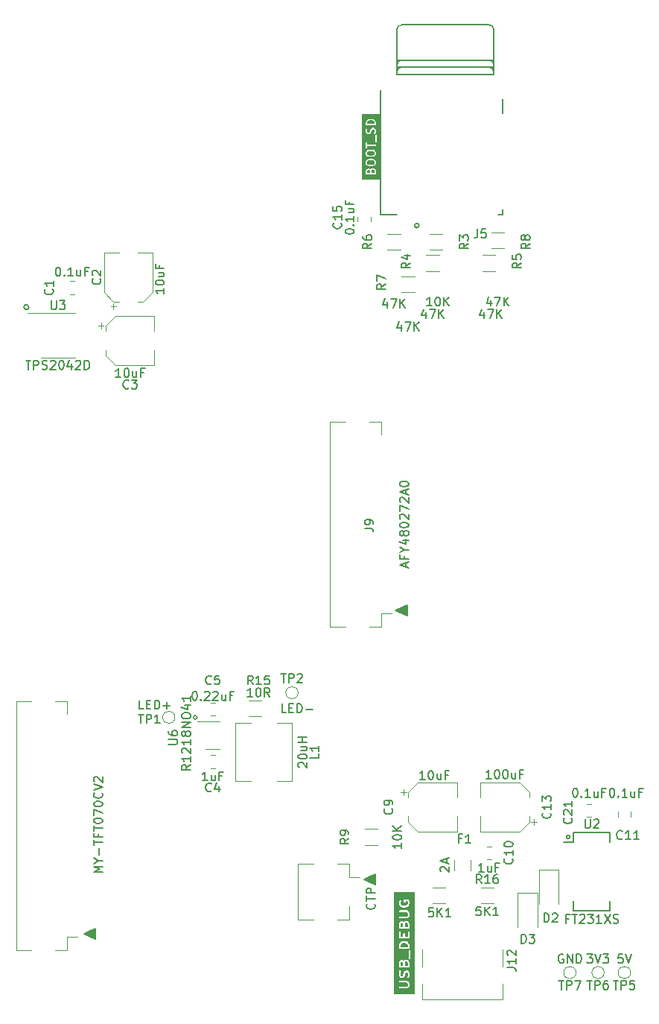
<source format=gbr>
%TF.GenerationSoftware,KiCad,Pcbnew,7.0.1*%
%TF.CreationDate,2023-08-09T19:54:46+10:00*%
%TF.ProjectId,STM32MP151_Dev_Board,53544d33-324d-4503-9135-315f4465765f,rev?*%
%TF.SameCoordinates,Original*%
%TF.FileFunction,Legend,Top*%
%TF.FilePolarity,Positive*%
%FSLAX46Y46*%
G04 Gerber Fmt 4.6, Leading zero omitted, Abs format (unit mm)*
G04 Created by KiCad (PCBNEW 7.0.1) date 2023-08-09 19:54:46*
%MOMM*%
%LPD*%
G01*
G04 APERTURE LIST*
%ADD10C,0.150000*%
%ADD11C,0.200000*%
%ADD12C,0.120000*%
%ADD13C,0.127000*%
G04 APERTURE END LIST*
D10*
X56281951Y-108222439D02*
X54981951Y-107622439D01*
X56281951Y-107022439D01*
X56281951Y-108222439D01*
G36*
X56281951Y-108222439D02*
G01*
X54981951Y-107622439D01*
X56281951Y-107022439D01*
X56281951Y-108222439D01*
G37*
D11*
X16882843Y-42600000D02*
G75*
G03*
X16882843Y-42600000I-282843J0D01*
G01*
D10*
X59881951Y-77622439D02*
X58581951Y-77022439D01*
X59881951Y-76422439D01*
X59881951Y-77622439D01*
G36*
X59881951Y-77622439D02*
G01*
X58581951Y-77022439D01*
X59881951Y-76422439D01*
X59881951Y-77622439D01*
G37*
X36000000Y-89200000D02*
G75*
G03*
X36000000Y-89200000I-200000J0D01*
G01*
X24481951Y-114422477D02*
X23181951Y-113822477D01*
X24481951Y-113222477D01*
X24481951Y-114422477D01*
G36*
X24481951Y-114422477D02*
G01*
X23181951Y-113822477D01*
X24481951Y-113222477D01*
X24481951Y-114422477D01*
G37*
X78400000Y-102800000D02*
G75*
G03*
X78400000Y-102800000I-200000J0D01*
G01*
%TO.C,R3*%
X66862619Y-35366666D02*
X66386428Y-35699999D01*
X66862619Y-35938094D02*
X65862619Y-35938094D01*
X65862619Y-35938094D02*
X65862619Y-35557142D01*
X65862619Y-35557142D02*
X65910238Y-35461904D01*
X65910238Y-35461904D02*
X65957857Y-35414285D01*
X65957857Y-35414285D02*
X66053095Y-35366666D01*
X66053095Y-35366666D02*
X66195952Y-35366666D01*
X66195952Y-35366666D02*
X66291190Y-35414285D01*
X66291190Y-35414285D02*
X66338809Y-35461904D01*
X66338809Y-35461904D02*
X66386428Y-35557142D01*
X66386428Y-35557142D02*
X66386428Y-35938094D01*
X65862619Y-35033332D02*
X65862619Y-34414285D01*
X65862619Y-34414285D02*
X66243571Y-34747618D01*
X66243571Y-34747618D02*
X66243571Y-34604761D01*
X66243571Y-34604761D02*
X66291190Y-34509523D01*
X66291190Y-34509523D02*
X66338809Y-34461904D01*
X66338809Y-34461904D02*
X66434047Y-34414285D01*
X66434047Y-34414285D02*
X66672142Y-34414285D01*
X66672142Y-34414285D02*
X66767380Y-34461904D01*
X66767380Y-34461904D02*
X66815000Y-34509523D01*
X66815000Y-34509523D02*
X66862619Y-34604761D01*
X66862619Y-34604761D02*
X66862619Y-34890475D01*
X66862619Y-34890475D02*
X66815000Y-34985713D01*
X66815000Y-34985713D02*
X66767380Y-35033332D01*
X62709523Y-42462619D02*
X62138095Y-42462619D01*
X62423809Y-42462619D02*
X62423809Y-41462619D01*
X62423809Y-41462619D02*
X62328571Y-41605476D01*
X62328571Y-41605476D02*
X62233333Y-41700714D01*
X62233333Y-41700714D02*
X62138095Y-41748333D01*
X63328571Y-41462619D02*
X63423809Y-41462619D01*
X63423809Y-41462619D02*
X63519047Y-41510238D01*
X63519047Y-41510238D02*
X63566666Y-41557857D01*
X63566666Y-41557857D02*
X63614285Y-41653095D01*
X63614285Y-41653095D02*
X63661904Y-41843571D01*
X63661904Y-41843571D02*
X63661904Y-42081666D01*
X63661904Y-42081666D02*
X63614285Y-42272142D01*
X63614285Y-42272142D02*
X63566666Y-42367380D01*
X63566666Y-42367380D02*
X63519047Y-42415000D01*
X63519047Y-42415000D02*
X63423809Y-42462619D01*
X63423809Y-42462619D02*
X63328571Y-42462619D01*
X63328571Y-42462619D02*
X63233333Y-42415000D01*
X63233333Y-42415000D02*
X63185714Y-42367380D01*
X63185714Y-42367380D02*
X63138095Y-42272142D01*
X63138095Y-42272142D02*
X63090476Y-42081666D01*
X63090476Y-42081666D02*
X63090476Y-41843571D01*
X63090476Y-41843571D02*
X63138095Y-41653095D01*
X63138095Y-41653095D02*
X63185714Y-41557857D01*
X63185714Y-41557857D02*
X63233333Y-41510238D01*
X63233333Y-41510238D02*
X63328571Y-41462619D01*
X64090476Y-42462619D02*
X64090476Y-41462619D01*
X64661904Y-42462619D02*
X64233333Y-41891190D01*
X64661904Y-41462619D02*
X64090476Y-42034047D01*
%TO.C,R7*%
X57462619Y-39966666D02*
X56986428Y-40299999D01*
X57462619Y-40538094D02*
X56462619Y-40538094D01*
X56462619Y-40538094D02*
X56462619Y-40157142D01*
X56462619Y-40157142D02*
X56510238Y-40061904D01*
X56510238Y-40061904D02*
X56557857Y-40014285D01*
X56557857Y-40014285D02*
X56653095Y-39966666D01*
X56653095Y-39966666D02*
X56795952Y-39966666D01*
X56795952Y-39966666D02*
X56891190Y-40014285D01*
X56891190Y-40014285D02*
X56938809Y-40061904D01*
X56938809Y-40061904D02*
X56986428Y-40157142D01*
X56986428Y-40157142D02*
X56986428Y-40538094D01*
X56462619Y-39633332D02*
X56462619Y-38966666D01*
X56462619Y-38966666D02*
X57462619Y-39395237D01*
X59214285Y-44595952D02*
X59214285Y-45262619D01*
X58976190Y-44215000D02*
X58738095Y-44929285D01*
X58738095Y-44929285D02*
X59357142Y-44929285D01*
X59642857Y-44262619D02*
X60309523Y-44262619D01*
X60309523Y-44262619D02*
X59880952Y-45262619D01*
X60690476Y-45262619D02*
X60690476Y-44262619D01*
X61261904Y-45262619D02*
X60833333Y-44691190D01*
X61261904Y-44262619D02*
X60690476Y-44834047D01*
%TO.C,L1*%
X49862619Y-93316666D02*
X49862619Y-93792856D01*
X49862619Y-93792856D02*
X48862619Y-93792856D01*
X49862619Y-92459523D02*
X49862619Y-93030951D01*
X49862619Y-92745237D02*
X48862619Y-92745237D01*
X48862619Y-92745237D02*
X49005476Y-92840475D01*
X49005476Y-92840475D02*
X49100714Y-92935713D01*
X49100714Y-92935713D02*
X49148333Y-93030951D01*
X47607857Y-94888094D02*
X47560238Y-94840475D01*
X47560238Y-94840475D02*
X47512619Y-94745237D01*
X47512619Y-94745237D02*
X47512619Y-94507142D01*
X47512619Y-94507142D02*
X47560238Y-94411904D01*
X47560238Y-94411904D02*
X47607857Y-94364285D01*
X47607857Y-94364285D02*
X47703095Y-94316666D01*
X47703095Y-94316666D02*
X47798333Y-94316666D01*
X47798333Y-94316666D02*
X47941190Y-94364285D01*
X47941190Y-94364285D02*
X48512619Y-94935713D01*
X48512619Y-94935713D02*
X48512619Y-94316666D01*
X47512619Y-93697618D02*
X47512619Y-93602380D01*
X47512619Y-93602380D02*
X47560238Y-93507142D01*
X47560238Y-93507142D02*
X47607857Y-93459523D01*
X47607857Y-93459523D02*
X47703095Y-93411904D01*
X47703095Y-93411904D02*
X47893571Y-93364285D01*
X47893571Y-93364285D02*
X48131666Y-93364285D01*
X48131666Y-93364285D02*
X48322142Y-93411904D01*
X48322142Y-93411904D02*
X48417380Y-93459523D01*
X48417380Y-93459523D02*
X48465000Y-93507142D01*
X48465000Y-93507142D02*
X48512619Y-93602380D01*
X48512619Y-93602380D02*
X48512619Y-93697618D01*
X48512619Y-93697618D02*
X48465000Y-93792856D01*
X48465000Y-93792856D02*
X48417380Y-93840475D01*
X48417380Y-93840475D02*
X48322142Y-93888094D01*
X48322142Y-93888094D02*
X48131666Y-93935713D01*
X48131666Y-93935713D02*
X47893571Y-93935713D01*
X47893571Y-93935713D02*
X47703095Y-93888094D01*
X47703095Y-93888094D02*
X47607857Y-93840475D01*
X47607857Y-93840475D02*
X47560238Y-93792856D01*
X47560238Y-93792856D02*
X47512619Y-93697618D01*
X47845952Y-92507142D02*
X48512619Y-92507142D01*
X47845952Y-92935713D02*
X48369761Y-92935713D01*
X48369761Y-92935713D02*
X48465000Y-92888094D01*
X48465000Y-92888094D02*
X48512619Y-92792856D01*
X48512619Y-92792856D02*
X48512619Y-92649999D01*
X48512619Y-92649999D02*
X48465000Y-92554761D01*
X48465000Y-92554761D02*
X48417380Y-92507142D01*
X48512619Y-92030951D02*
X47512619Y-92030951D01*
X47988809Y-92030951D02*
X47988809Y-91459523D01*
X48512619Y-91459523D02*
X47512619Y-91459523D01*
%TO.C,C2*%
X24967380Y-39366666D02*
X25015000Y-39414285D01*
X25015000Y-39414285D02*
X25062619Y-39557142D01*
X25062619Y-39557142D02*
X25062619Y-39652380D01*
X25062619Y-39652380D02*
X25015000Y-39795237D01*
X25015000Y-39795237D02*
X24919761Y-39890475D01*
X24919761Y-39890475D02*
X24824523Y-39938094D01*
X24824523Y-39938094D02*
X24634047Y-39985713D01*
X24634047Y-39985713D02*
X24491190Y-39985713D01*
X24491190Y-39985713D02*
X24300714Y-39938094D01*
X24300714Y-39938094D02*
X24205476Y-39890475D01*
X24205476Y-39890475D02*
X24110238Y-39795237D01*
X24110238Y-39795237D02*
X24062619Y-39652380D01*
X24062619Y-39652380D02*
X24062619Y-39557142D01*
X24062619Y-39557142D02*
X24110238Y-39414285D01*
X24110238Y-39414285D02*
X24157857Y-39366666D01*
X24157857Y-38985713D02*
X24110238Y-38938094D01*
X24110238Y-38938094D02*
X24062619Y-38842856D01*
X24062619Y-38842856D02*
X24062619Y-38604761D01*
X24062619Y-38604761D02*
X24110238Y-38509523D01*
X24110238Y-38509523D02*
X24157857Y-38461904D01*
X24157857Y-38461904D02*
X24253095Y-38414285D01*
X24253095Y-38414285D02*
X24348333Y-38414285D01*
X24348333Y-38414285D02*
X24491190Y-38461904D01*
X24491190Y-38461904D02*
X25062619Y-39033332D01*
X25062619Y-39033332D02*
X25062619Y-38414285D01*
X32262619Y-40471428D02*
X32262619Y-41042856D01*
X32262619Y-40757142D02*
X31262619Y-40757142D01*
X31262619Y-40757142D02*
X31405476Y-40852380D01*
X31405476Y-40852380D02*
X31500714Y-40947618D01*
X31500714Y-40947618D02*
X31548333Y-41042856D01*
X31262619Y-39852380D02*
X31262619Y-39757142D01*
X31262619Y-39757142D02*
X31310238Y-39661904D01*
X31310238Y-39661904D02*
X31357857Y-39614285D01*
X31357857Y-39614285D02*
X31453095Y-39566666D01*
X31453095Y-39566666D02*
X31643571Y-39519047D01*
X31643571Y-39519047D02*
X31881666Y-39519047D01*
X31881666Y-39519047D02*
X32072142Y-39566666D01*
X32072142Y-39566666D02*
X32167380Y-39614285D01*
X32167380Y-39614285D02*
X32215000Y-39661904D01*
X32215000Y-39661904D02*
X32262619Y-39757142D01*
X32262619Y-39757142D02*
X32262619Y-39852380D01*
X32262619Y-39852380D02*
X32215000Y-39947618D01*
X32215000Y-39947618D02*
X32167380Y-39995237D01*
X32167380Y-39995237D02*
X32072142Y-40042856D01*
X32072142Y-40042856D02*
X31881666Y-40090475D01*
X31881666Y-40090475D02*
X31643571Y-40090475D01*
X31643571Y-40090475D02*
X31453095Y-40042856D01*
X31453095Y-40042856D02*
X31357857Y-39995237D01*
X31357857Y-39995237D02*
X31310238Y-39947618D01*
X31310238Y-39947618D02*
X31262619Y-39852380D01*
X31595952Y-38661904D02*
X32262619Y-38661904D01*
X31595952Y-39090475D02*
X32119761Y-39090475D01*
X32119761Y-39090475D02*
X32215000Y-39042856D01*
X32215000Y-39042856D02*
X32262619Y-38947618D01*
X32262619Y-38947618D02*
X32262619Y-38804761D01*
X32262619Y-38804761D02*
X32215000Y-38709523D01*
X32215000Y-38709523D02*
X32167380Y-38661904D01*
X31738809Y-37852380D02*
X31738809Y-38185713D01*
X32262619Y-38185713D02*
X31262619Y-38185713D01*
X31262619Y-38185713D02*
X31262619Y-37709523D01*
%TO.C,C1*%
X19567380Y-40566666D02*
X19615000Y-40614285D01*
X19615000Y-40614285D02*
X19662619Y-40757142D01*
X19662619Y-40757142D02*
X19662619Y-40852380D01*
X19662619Y-40852380D02*
X19615000Y-40995237D01*
X19615000Y-40995237D02*
X19519761Y-41090475D01*
X19519761Y-41090475D02*
X19424523Y-41138094D01*
X19424523Y-41138094D02*
X19234047Y-41185713D01*
X19234047Y-41185713D02*
X19091190Y-41185713D01*
X19091190Y-41185713D02*
X18900714Y-41138094D01*
X18900714Y-41138094D02*
X18805476Y-41090475D01*
X18805476Y-41090475D02*
X18710238Y-40995237D01*
X18710238Y-40995237D02*
X18662619Y-40852380D01*
X18662619Y-40852380D02*
X18662619Y-40757142D01*
X18662619Y-40757142D02*
X18710238Y-40614285D01*
X18710238Y-40614285D02*
X18757857Y-40566666D01*
X19662619Y-39614285D02*
X19662619Y-40185713D01*
X19662619Y-39899999D02*
X18662619Y-39899999D01*
X18662619Y-39899999D02*
X18805476Y-39995237D01*
X18805476Y-39995237D02*
X18900714Y-40090475D01*
X18900714Y-40090475D02*
X18948333Y-40185713D01*
X20157143Y-38062619D02*
X20252381Y-38062619D01*
X20252381Y-38062619D02*
X20347619Y-38110238D01*
X20347619Y-38110238D02*
X20395238Y-38157857D01*
X20395238Y-38157857D02*
X20442857Y-38253095D01*
X20442857Y-38253095D02*
X20490476Y-38443571D01*
X20490476Y-38443571D02*
X20490476Y-38681666D01*
X20490476Y-38681666D02*
X20442857Y-38872142D01*
X20442857Y-38872142D02*
X20395238Y-38967380D01*
X20395238Y-38967380D02*
X20347619Y-39015000D01*
X20347619Y-39015000D02*
X20252381Y-39062619D01*
X20252381Y-39062619D02*
X20157143Y-39062619D01*
X20157143Y-39062619D02*
X20061905Y-39015000D01*
X20061905Y-39015000D02*
X20014286Y-38967380D01*
X20014286Y-38967380D02*
X19966667Y-38872142D01*
X19966667Y-38872142D02*
X19919048Y-38681666D01*
X19919048Y-38681666D02*
X19919048Y-38443571D01*
X19919048Y-38443571D02*
X19966667Y-38253095D01*
X19966667Y-38253095D02*
X20014286Y-38157857D01*
X20014286Y-38157857D02*
X20061905Y-38110238D01*
X20061905Y-38110238D02*
X20157143Y-38062619D01*
X20919048Y-38967380D02*
X20966667Y-39015000D01*
X20966667Y-39015000D02*
X20919048Y-39062619D01*
X20919048Y-39062619D02*
X20871429Y-39015000D01*
X20871429Y-39015000D02*
X20919048Y-38967380D01*
X20919048Y-38967380D02*
X20919048Y-39062619D01*
X21919047Y-39062619D02*
X21347619Y-39062619D01*
X21633333Y-39062619D02*
X21633333Y-38062619D01*
X21633333Y-38062619D02*
X21538095Y-38205476D01*
X21538095Y-38205476D02*
X21442857Y-38300714D01*
X21442857Y-38300714D02*
X21347619Y-38348333D01*
X22776190Y-38395952D02*
X22776190Y-39062619D01*
X22347619Y-38395952D02*
X22347619Y-38919761D01*
X22347619Y-38919761D02*
X22395238Y-39015000D01*
X22395238Y-39015000D02*
X22490476Y-39062619D01*
X22490476Y-39062619D02*
X22633333Y-39062619D01*
X22633333Y-39062619D02*
X22728571Y-39015000D01*
X22728571Y-39015000D02*
X22776190Y-38967380D01*
X23585714Y-38538809D02*
X23252381Y-38538809D01*
X23252381Y-39062619D02*
X23252381Y-38062619D01*
X23252381Y-38062619D02*
X23728571Y-38062619D01*
%TO.C,C4*%
X37633333Y-97567380D02*
X37585714Y-97615000D01*
X37585714Y-97615000D02*
X37442857Y-97662619D01*
X37442857Y-97662619D02*
X37347619Y-97662619D01*
X37347619Y-97662619D02*
X37204762Y-97615000D01*
X37204762Y-97615000D02*
X37109524Y-97519761D01*
X37109524Y-97519761D02*
X37061905Y-97424523D01*
X37061905Y-97424523D02*
X37014286Y-97234047D01*
X37014286Y-97234047D02*
X37014286Y-97091190D01*
X37014286Y-97091190D02*
X37061905Y-96900714D01*
X37061905Y-96900714D02*
X37109524Y-96805476D01*
X37109524Y-96805476D02*
X37204762Y-96710238D01*
X37204762Y-96710238D02*
X37347619Y-96662619D01*
X37347619Y-96662619D02*
X37442857Y-96662619D01*
X37442857Y-96662619D02*
X37585714Y-96710238D01*
X37585714Y-96710238D02*
X37633333Y-96757857D01*
X38490476Y-96995952D02*
X38490476Y-97662619D01*
X38252381Y-96615000D02*
X38014286Y-97329285D01*
X38014286Y-97329285D02*
X38633333Y-97329285D01*
X37204761Y-96392619D02*
X36633333Y-96392619D01*
X36919047Y-96392619D02*
X36919047Y-95392619D01*
X36919047Y-95392619D02*
X36823809Y-95535476D01*
X36823809Y-95535476D02*
X36728571Y-95630714D01*
X36728571Y-95630714D02*
X36633333Y-95678333D01*
X38061904Y-95725952D02*
X38061904Y-96392619D01*
X37633333Y-95725952D02*
X37633333Y-96249761D01*
X37633333Y-96249761D02*
X37680952Y-96345000D01*
X37680952Y-96345000D02*
X37776190Y-96392619D01*
X37776190Y-96392619D02*
X37919047Y-96392619D01*
X37919047Y-96392619D02*
X38014285Y-96345000D01*
X38014285Y-96345000D02*
X38061904Y-96297380D01*
X38871428Y-95868809D02*
X38538095Y-95868809D01*
X38538095Y-96392619D02*
X38538095Y-95392619D01*
X38538095Y-95392619D02*
X39014285Y-95392619D01*
%TO.C,C9*%
X58167380Y-99566666D02*
X58215000Y-99614285D01*
X58215000Y-99614285D02*
X58262619Y-99757142D01*
X58262619Y-99757142D02*
X58262619Y-99852380D01*
X58262619Y-99852380D02*
X58215000Y-99995237D01*
X58215000Y-99995237D02*
X58119761Y-100090475D01*
X58119761Y-100090475D02*
X58024523Y-100138094D01*
X58024523Y-100138094D02*
X57834047Y-100185713D01*
X57834047Y-100185713D02*
X57691190Y-100185713D01*
X57691190Y-100185713D02*
X57500714Y-100138094D01*
X57500714Y-100138094D02*
X57405476Y-100090475D01*
X57405476Y-100090475D02*
X57310238Y-99995237D01*
X57310238Y-99995237D02*
X57262619Y-99852380D01*
X57262619Y-99852380D02*
X57262619Y-99757142D01*
X57262619Y-99757142D02*
X57310238Y-99614285D01*
X57310238Y-99614285D02*
X57357857Y-99566666D01*
X58262619Y-99090475D02*
X58262619Y-98899999D01*
X58262619Y-98899999D02*
X58215000Y-98804761D01*
X58215000Y-98804761D02*
X58167380Y-98757142D01*
X58167380Y-98757142D02*
X58024523Y-98661904D01*
X58024523Y-98661904D02*
X57834047Y-98614285D01*
X57834047Y-98614285D02*
X57453095Y-98614285D01*
X57453095Y-98614285D02*
X57357857Y-98661904D01*
X57357857Y-98661904D02*
X57310238Y-98709523D01*
X57310238Y-98709523D02*
X57262619Y-98804761D01*
X57262619Y-98804761D02*
X57262619Y-98995237D01*
X57262619Y-98995237D02*
X57310238Y-99090475D01*
X57310238Y-99090475D02*
X57357857Y-99138094D01*
X57357857Y-99138094D02*
X57453095Y-99185713D01*
X57453095Y-99185713D02*
X57691190Y-99185713D01*
X57691190Y-99185713D02*
X57786428Y-99138094D01*
X57786428Y-99138094D02*
X57834047Y-99090475D01*
X57834047Y-99090475D02*
X57881666Y-98995237D01*
X57881666Y-98995237D02*
X57881666Y-98804761D01*
X57881666Y-98804761D02*
X57834047Y-98709523D01*
X57834047Y-98709523D02*
X57786428Y-98661904D01*
X57786428Y-98661904D02*
X57691190Y-98614285D01*
X61928571Y-96262619D02*
X61357143Y-96262619D01*
X61642857Y-96262619D02*
X61642857Y-95262619D01*
X61642857Y-95262619D02*
X61547619Y-95405476D01*
X61547619Y-95405476D02*
X61452381Y-95500714D01*
X61452381Y-95500714D02*
X61357143Y-95548333D01*
X62547619Y-95262619D02*
X62642857Y-95262619D01*
X62642857Y-95262619D02*
X62738095Y-95310238D01*
X62738095Y-95310238D02*
X62785714Y-95357857D01*
X62785714Y-95357857D02*
X62833333Y-95453095D01*
X62833333Y-95453095D02*
X62880952Y-95643571D01*
X62880952Y-95643571D02*
X62880952Y-95881666D01*
X62880952Y-95881666D02*
X62833333Y-96072142D01*
X62833333Y-96072142D02*
X62785714Y-96167380D01*
X62785714Y-96167380D02*
X62738095Y-96215000D01*
X62738095Y-96215000D02*
X62642857Y-96262619D01*
X62642857Y-96262619D02*
X62547619Y-96262619D01*
X62547619Y-96262619D02*
X62452381Y-96215000D01*
X62452381Y-96215000D02*
X62404762Y-96167380D01*
X62404762Y-96167380D02*
X62357143Y-96072142D01*
X62357143Y-96072142D02*
X62309524Y-95881666D01*
X62309524Y-95881666D02*
X62309524Y-95643571D01*
X62309524Y-95643571D02*
X62357143Y-95453095D01*
X62357143Y-95453095D02*
X62404762Y-95357857D01*
X62404762Y-95357857D02*
X62452381Y-95310238D01*
X62452381Y-95310238D02*
X62547619Y-95262619D01*
X63738095Y-95595952D02*
X63738095Y-96262619D01*
X63309524Y-95595952D02*
X63309524Y-96119761D01*
X63309524Y-96119761D02*
X63357143Y-96215000D01*
X63357143Y-96215000D02*
X63452381Y-96262619D01*
X63452381Y-96262619D02*
X63595238Y-96262619D01*
X63595238Y-96262619D02*
X63690476Y-96215000D01*
X63690476Y-96215000D02*
X63738095Y-96167380D01*
X64547619Y-95738809D02*
X64214286Y-95738809D01*
X64214286Y-96262619D02*
X64214286Y-95262619D01*
X64214286Y-95262619D02*
X64690476Y-95262619D01*
%TO.C,D2*%
X75461905Y-112462619D02*
X75461905Y-111462619D01*
X75461905Y-111462619D02*
X75700000Y-111462619D01*
X75700000Y-111462619D02*
X75842857Y-111510238D01*
X75842857Y-111510238D02*
X75938095Y-111605476D01*
X75938095Y-111605476D02*
X75985714Y-111700714D01*
X75985714Y-111700714D02*
X76033333Y-111891190D01*
X76033333Y-111891190D02*
X76033333Y-112034047D01*
X76033333Y-112034047D02*
X75985714Y-112224523D01*
X75985714Y-112224523D02*
X75938095Y-112319761D01*
X75938095Y-112319761D02*
X75842857Y-112415000D01*
X75842857Y-112415000D02*
X75700000Y-112462619D01*
X75700000Y-112462619D02*
X75461905Y-112462619D01*
X76414286Y-111557857D02*
X76461905Y-111510238D01*
X76461905Y-111510238D02*
X76557143Y-111462619D01*
X76557143Y-111462619D02*
X76795238Y-111462619D01*
X76795238Y-111462619D02*
X76890476Y-111510238D01*
X76890476Y-111510238D02*
X76938095Y-111557857D01*
X76938095Y-111557857D02*
X76985714Y-111653095D01*
X76985714Y-111653095D02*
X76985714Y-111748333D01*
X76985714Y-111748333D02*
X76938095Y-111891190D01*
X76938095Y-111891190D02*
X76366667Y-112462619D01*
X76366667Y-112462619D02*
X76985714Y-112462619D01*
%TO.C,J11*%
X56167380Y-110371428D02*
X56215000Y-110419047D01*
X56215000Y-110419047D02*
X56262619Y-110561904D01*
X56262619Y-110561904D02*
X56262619Y-110657142D01*
X56262619Y-110657142D02*
X56215000Y-110799999D01*
X56215000Y-110799999D02*
X56119761Y-110895237D01*
X56119761Y-110895237D02*
X56024523Y-110942856D01*
X56024523Y-110942856D02*
X55834047Y-110990475D01*
X55834047Y-110990475D02*
X55691190Y-110990475D01*
X55691190Y-110990475D02*
X55500714Y-110942856D01*
X55500714Y-110942856D02*
X55405476Y-110895237D01*
X55405476Y-110895237D02*
X55310238Y-110799999D01*
X55310238Y-110799999D02*
X55262619Y-110657142D01*
X55262619Y-110657142D02*
X55262619Y-110561904D01*
X55262619Y-110561904D02*
X55310238Y-110419047D01*
X55310238Y-110419047D02*
X55357857Y-110371428D01*
X55262619Y-110085713D02*
X55262619Y-109514285D01*
X56262619Y-109799999D02*
X55262619Y-109799999D01*
X56262619Y-109180951D02*
X55262619Y-109180951D01*
X55262619Y-109180951D02*
X55262619Y-108799999D01*
X55262619Y-108799999D02*
X55310238Y-108704761D01*
X55310238Y-108704761D02*
X55357857Y-108657142D01*
X55357857Y-108657142D02*
X55453095Y-108609523D01*
X55453095Y-108609523D02*
X55595952Y-108609523D01*
X55595952Y-108609523D02*
X55691190Y-108657142D01*
X55691190Y-108657142D02*
X55738809Y-108704761D01*
X55738809Y-108704761D02*
X55786428Y-108799999D01*
X55786428Y-108799999D02*
X55786428Y-109180951D01*
%TO.C,J12*%
X71262619Y-117609523D02*
X71976904Y-117609523D01*
X71976904Y-117609523D02*
X72119761Y-117657142D01*
X72119761Y-117657142D02*
X72215000Y-117752380D01*
X72215000Y-117752380D02*
X72262619Y-117895237D01*
X72262619Y-117895237D02*
X72262619Y-117990475D01*
X72262619Y-116609523D02*
X72262619Y-117180951D01*
X72262619Y-116895237D02*
X71262619Y-116895237D01*
X71262619Y-116895237D02*
X71405476Y-116990475D01*
X71405476Y-116990475D02*
X71500714Y-117085713D01*
X71500714Y-117085713D02*
X71548333Y-117180951D01*
X71357857Y-116228570D02*
X71310238Y-116180951D01*
X71310238Y-116180951D02*
X71262619Y-116085713D01*
X71262619Y-116085713D02*
X71262619Y-115847618D01*
X71262619Y-115847618D02*
X71310238Y-115752380D01*
X71310238Y-115752380D02*
X71357857Y-115704761D01*
X71357857Y-115704761D02*
X71453095Y-115657142D01*
X71453095Y-115657142D02*
X71548333Y-115657142D01*
X71548333Y-115657142D02*
X71691190Y-115704761D01*
X71691190Y-115704761D02*
X72262619Y-116276189D01*
X72262619Y-116276189D02*
X72262619Y-115657142D01*
D11*
G36*
X59901403Y-116962746D02*
G01*
X59928504Y-116995267D01*
X59962619Y-117077142D01*
X59962619Y-117414285D01*
X59638809Y-117414285D01*
X59638809Y-117127916D01*
X59677021Y-116990349D01*
X59700024Y-116962746D01*
X59756983Y-116928571D01*
X59844444Y-116928571D01*
X59901403Y-116962746D01*
G37*
G36*
X59377594Y-117019889D02*
G01*
X59404694Y-117052409D01*
X59438809Y-117134285D01*
X59438809Y-117414285D01*
X59162619Y-117414285D01*
X59162619Y-117134285D01*
X59196733Y-117052410D01*
X59223834Y-117019889D01*
X59280793Y-116985714D01*
X59320635Y-116985714D01*
X59377594Y-117019889D01*
G37*
G36*
X59783802Y-114863614D02*
G01*
X59853783Y-114905603D01*
X59924405Y-114990347D01*
X59962619Y-115127915D01*
X59962619Y-115299999D01*
X59162619Y-115299999D01*
X59162619Y-115127916D01*
X59200831Y-114990348D01*
X59271452Y-114905603D01*
X59341433Y-114863615D01*
X59505868Y-114814285D01*
X59619370Y-114814285D01*
X59783802Y-114863614D01*
G37*
G36*
X59901403Y-112562746D02*
G01*
X59928504Y-112595267D01*
X59962619Y-112677142D01*
X59962619Y-113014285D01*
X59638809Y-113014285D01*
X59638809Y-112727916D01*
X59677021Y-112590349D01*
X59700024Y-112562746D01*
X59756983Y-112528571D01*
X59844444Y-112528571D01*
X59901403Y-112562746D01*
G37*
G36*
X59377594Y-112619889D02*
G01*
X59404694Y-112652409D01*
X59438809Y-112734285D01*
X59438809Y-113014285D01*
X59162619Y-113014285D01*
X59162619Y-112734285D01*
X59196733Y-112652410D01*
X59223834Y-112619889D01*
X59280793Y-112585714D01*
X59320635Y-112585714D01*
X59377594Y-112619889D01*
G37*
G36*
X60792857Y-120642857D02*
G01*
X58407143Y-120642857D01*
X58407143Y-119929117D01*
X58959458Y-119929117D01*
X58983853Y-119982536D01*
X59033256Y-120014285D01*
X59870592Y-120014285D01*
X59898413Y-120015141D01*
X59912604Y-120006626D01*
X59928489Y-120001962D01*
X59937272Y-119991825D01*
X60008680Y-119948980D01*
X60025403Y-119943719D01*
X60042595Y-119923088D01*
X60060807Y-119903334D01*
X60061273Y-119900676D01*
X60083084Y-119874502D01*
X60096014Y-119865566D01*
X60107028Y-119839131D01*
X60118427Y-119812844D01*
X60118301Y-119812075D01*
X60151523Y-119732341D01*
X60162619Y-119715077D01*
X60162619Y-119691183D01*
X60165224Y-119667423D01*
X60162619Y-119662192D01*
X60162619Y-119465988D01*
X60166220Y-119445785D01*
X60157030Y-119423729D01*
X60150296Y-119400795D01*
X60145879Y-119396968D01*
X60112556Y-119316991D01*
X60110619Y-119301395D01*
X60092322Y-119279439D01*
X60074261Y-119257122D01*
X60073520Y-119256877D01*
X60051778Y-119230787D01*
X60044008Y-119215072D01*
X60020980Y-119201255D01*
X59998662Y-119186297D01*
X59995963Y-119186245D01*
X59924922Y-119143620D01*
X59901505Y-119128571D01*
X59884954Y-119128571D01*
X59868934Y-119124398D01*
X59856187Y-119128571D01*
X59048240Y-119128571D01*
X59006272Y-119140894D01*
X58967815Y-119185276D01*
X58959458Y-119243403D01*
X58983853Y-119296822D01*
X59033256Y-119328571D01*
X59844444Y-119328571D01*
X59901403Y-119362746D01*
X59928504Y-119395267D01*
X59962619Y-119477142D01*
X59962619Y-119665715D01*
X59928505Y-119747588D01*
X59901404Y-119780107D01*
X59844443Y-119814285D01*
X59048240Y-119814285D01*
X59006272Y-119826608D01*
X58967815Y-119870990D01*
X58959458Y-119929117D01*
X58407143Y-119929117D01*
X58407143Y-118497071D01*
X58959018Y-118497071D01*
X58968207Y-118519126D01*
X58974942Y-118542061D01*
X58979358Y-118545887D01*
X59012681Y-118625862D01*
X59014618Y-118641460D01*
X59032941Y-118663448D01*
X59050978Y-118685734D01*
X59051716Y-118685978D01*
X59073458Y-118712068D01*
X59081229Y-118727784D01*
X59104261Y-118741603D01*
X59126574Y-118756558D01*
X59129272Y-118756609D01*
X59200314Y-118799235D01*
X59223732Y-118814285D01*
X59240283Y-118814285D01*
X59256303Y-118818458D01*
X59269050Y-118814285D01*
X59346783Y-118814285D01*
X59374604Y-118815141D01*
X59388795Y-118806626D01*
X59404680Y-118801962D01*
X59413463Y-118791825D01*
X59484871Y-118748980D01*
X59501596Y-118743718D01*
X59518790Y-118723084D01*
X59536998Y-118703334D01*
X59537464Y-118700675D01*
X59559274Y-118674502D01*
X59572204Y-118665565D01*
X59583214Y-118639139D01*
X59594618Y-118612842D01*
X59594492Y-118612073D01*
X59623683Y-118542014D01*
X59630718Y-118534855D01*
X59634769Y-118515410D01*
X59636647Y-118510903D01*
X59637690Y-118501389D01*
X59682389Y-118286835D01*
X59720542Y-118195267D01*
X59747643Y-118162746D01*
X59804602Y-118128571D01*
X59844444Y-118128571D01*
X59901403Y-118162746D01*
X59928504Y-118195267D01*
X59962619Y-118277142D01*
X59962619Y-118529226D01*
X59914800Y-118701375D01*
X59915441Y-118745110D01*
X59947911Y-118794043D01*
X60001680Y-118817652D01*
X60059680Y-118808444D01*
X60103493Y-118769341D01*
X60154921Y-118584197D01*
X60162619Y-118572220D01*
X60162619Y-118556487D01*
X60162819Y-118555767D01*
X60162619Y-118542121D01*
X60162619Y-118265988D01*
X60166220Y-118245785D01*
X60157030Y-118223729D01*
X60150296Y-118200795D01*
X60145879Y-118196968D01*
X60112556Y-118116991D01*
X60110619Y-118101395D01*
X60092322Y-118079439D01*
X60074261Y-118057122D01*
X60073520Y-118056877D01*
X60051778Y-118030787D01*
X60044008Y-118015072D01*
X60020980Y-118001255D01*
X59998662Y-117986297D01*
X59995963Y-117986245D01*
X59924922Y-117943620D01*
X59901505Y-117928571D01*
X59884954Y-117928571D01*
X59868934Y-117924398D01*
X59856187Y-117928571D01*
X59778472Y-117928571D01*
X59750633Y-117927714D01*
X59736438Y-117936230D01*
X59720557Y-117940894D01*
X59711774Y-117951029D01*
X59640362Y-117993876D01*
X59623641Y-117999139D01*
X59606453Y-118019764D01*
X59588239Y-118039522D01*
X59587772Y-118042181D01*
X59565962Y-118068353D01*
X59553033Y-118077291D01*
X59542018Y-118103725D01*
X59530619Y-118130015D01*
X59530744Y-118130782D01*
X59501553Y-118200840D01*
X59494519Y-118208000D01*
X59490467Y-118227446D01*
X59488590Y-118231953D01*
X59487547Y-118241464D01*
X59442847Y-118456021D01*
X59404693Y-118547589D01*
X59377595Y-118580107D01*
X59320634Y-118614285D01*
X59280793Y-118614285D01*
X59223834Y-118580109D01*
X59196733Y-118547587D01*
X59162619Y-118465714D01*
X59162619Y-118213630D01*
X59210438Y-118041481D01*
X59209797Y-117997746D01*
X59177327Y-117948813D01*
X59123558Y-117925204D01*
X59065558Y-117934411D01*
X59021745Y-117973515D01*
X58970316Y-118158658D01*
X58962619Y-118170636D01*
X58962619Y-118186369D01*
X58962419Y-118187089D01*
X58962619Y-118200735D01*
X58962619Y-118476868D01*
X58959018Y-118497071D01*
X58407143Y-118497071D01*
X58407143Y-117529117D01*
X58959458Y-117529117D01*
X58968684Y-117549320D01*
X58974942Y-117570632D01*
X58980692Y-117575614D01*
X58983853Y-117582536D01*
X59002538Y-117594544D01*
X59019324Y-117609089D01*
X59026855Y-117610171D01*
X59033256Y-117614285D01*
X59055465Y-117614285D01*
X59077451Y-117617446D01*
X59084373Y-117614285D01*
X59531655Y-117614285D01*
X59553641Y-117617446D01*
X59560563Y-117614285D01*
X60055465Y-117614285D01*
X60077451Y-117617446D01*
X60097654Y-117608219D01*
X60118966Y-117601962D01*
X60123948Y-117596211D01*
X60130870Y-117593051D01*
X60142878Y-117574365D01*
X60157423Y-117557580D01*
X60158505Y-117550048D01*
X60162619Y-117543648D01*
X60162619Y-117521439D01*
X60165780Y-117499453D01*
X60162619Y-117492531D01*
X60162619Y-117065988D01*
X60166220Y-117045785D01*
X60157030Y-117023729D01*
X60150296Y-117000795D01*
X60145879Y-116996968D01*
X60112556Y-116916991D01*
X60110619Y-116901395D01*
X60092322Y-116879439D01*
X60074261Y-116857122D01*
X60073520Y-116856877D01*
X60051778Y-116830787D01*
X60044008Y-116815072D01*
X60020980Y-116801255D01*
X59998662Y-116786297D01*
X59995963Y-116786245D01*
X59924922Y-116743620D01*
X59901505Y-116728571D01*
X59884954Y-116728571D01*
X59868934Y-116724398D01*
X59856187Y-116728571D01*
X59730853Y-116728571D01*
X59703014Y-116727714D01*
X59688819Y-116736230D01*
X59672938Y-116740894D01*
X59664155Y-116751029D01*
X59592743Y-116793876D01*
X59576022Y-116799139D01*
X59558834Y-116819764D01*
X59540620Y-116839522D01*
X59540153Y-116842181D01*
X59516816Y-116870185D01*
X59497175Y-116858400D01*
X59474854Y-116843441D01*
X59472155Y-116843389D01*
X59401113Y-116800763D01*
X59377696Y-116785714D01*
X59361145Y-116785714D01*
X59345125Y-116781541D01*
X59332378Y-116785714D01*
X59254663Y-116785714D01*
X59226824Y-116784857D01*
X59212629Y-116793373D01*
X59196748Y-116798037D01*
X59187965Y-116808172D01*
X59116553Y-116851019D01*
X59099832Y-116856282D01*
X59082644Y-116876907D01*
X59064430Y-116896665D01*
X59063963Y-116899324D01*
X59042153Y-116925496D01*
X59029224Y-116934434D01*
X59018209Y-116960868D01*
X59006810Y-116987158D01*
X59006935Y-116987925D01*
X58973713Y-117067658D01*
X58962619Y-117084922D01*
X58962619Y-117108816D01*
X58960014Y-117132576D01*
X58962619Y-117137807D01*
X58962619Y-117507131D01*
X58959458Y-117529117D01*
X58407143Y-117529117D01*
X58407143Y-116614379D01*
X60057857Y-116614379D01*
X60070180Y-116656347D01*
X60114562Y-116694804D01*
X60172689Y-116703161D01*
X60226108Y-116678766D01*
X60257857Y-116629363D01*
X60257857Y-115671335D01*
X60245534Y-115629367D01*
X60201152Y-115590910D01*
X60143025Y-115582553D01*
X60089606Y-115606948D01*
X60057857Y-115656351D01*
X60057857Y-116614379D01*
X58407143Y-116614379D01*
X58407143Y-115414831D01*
X58959458Y-115414831D01*
X58968684Y-115435034D01*
X58974942Y-115456346D01*
X58980692Y-115461328D01*
X58983853Y-115468250D01*
X59002538Y-115480258D01*
X59019324Y-115494803D01*
X59026855Y-115495885D01*
X59033256Y-115499999D01*
X59055465Y-115499999D01*
X59077451Y-115503160D01*
X59084373Y-115499999D01*
X60055465Y-115499999D01*
X60077451Y-115503160D01*
X60097654Y-115493933D01*
X60118966Y-115487676D01*
X60123948Y-115481925D01*
X60130870Y-115478765D01*
X60142878Y-115460079D01*
X60157423Y-115443294D01*
X60158505Y-115435762D01*
X60162619Y-115429362D01*
X60162619Y-115407153D01*
X60165780Y-115385167D01*
X60162619Y-115378245D01*
X60162619Y-115129414D01*
X60166830Y-115115813D01*
X60162619Y-115100653D01*
X60162619Y-115099906D01*
X60158772Y-115086805D01*
X60113329Y-114923211D01*
X60110620Y-114901394D01*
X60096252Y-114884153D01*
X60084398Y-114865099D01*
X60077740Y-114861940D01*
X60004158Y-114773643D01*
X59996389Y-114757929D01*
X59973361Y-114744112D01*
X59951043Y-114729154D01*
X59948344Y-114729102D01*
X59889910Y-114694041D01*
X59881383Y-114684083D01*
X59865243Y-114679241D01*
X59863643Y-114678281D01*
X59851493Y-114675116D01*
X59676269Y-114622549D01*
X59663410Y-114614285D01*
X59634373Y-114614285D01*
X59605270Y-114614114D01*
X59605000Y-114614285D01*
X59505270Y-114614285D01*
X59490580Y-114610065D01*
X59462797Y-114618399D01*
X59434843Y-114626608D01*
X59434634Y-114626848D01*
X59287548Y-114670974D01*
X59274443Y-114670571D01*
X59259992Y-114679241D01*
X59258207Y-114679777D01*
X59247694Y-114686620D01*
X59164174Y-114736733D01*
X59147452Y-114741995D01*
X59130263Y-114762621D01*
X59112049Y-114782379D01*
X59111582Y-114785038D01*
X59038146Y-114873161D01*
X59021745Y-114887800D01*
X59015739Y-114909421D01*
X59006810Y-114930013D01*
X59007999Y-114937285D01*
X58970316Y-115072944D01*
X58962619Y-115084922D01*
X58962619Y-115100655D01*
X58962419Y-115101375D01*
X58962619Y-115115021D01*
X58962619Y-115392845D01*
X58959458Y-115414831D01*
X58407143Y-115414831D01*
X58407143Y-114214831D01*
X58959458Y-114214831D01*
X58968684Y-114235034D01*
X58974942Y-114256346D01*
X58980692Y-114261328D01*
X58983853Y-114268250D01*
X59002538Y-114280258D01*
X59019324Y-114294803D01*
X59026855Y-114295885D01*
X59033256Y-114299999D01*
X59055465Y-114299999D01*
X59077451Y-114303160D01*
X59084373Y-114299999D01*
X59531655Y-114299999D01*
X59553641Y-114303160D01*
X59560563Y-114299999D01*
X60055465Y-114299999D01*
X60077451Y-114303160D01*
X60097654Y-114293933D01*
X60118966Y-114287676D01*
X60123948Y-114281925D01*
X60130870Y-114278765D01*
X60142878Y-114260079D01*
X60157423Y-114243294D01*
X60158505Y-114235762D01*
X60162619Y-114229362D01*
X60162619Y-114207153D01*
X60165780Y-114185167D01*
X60162619Y-114178245D01*
X60162619Y-113614192D01*
X60150296Y-113572224D01*
X60105914Y-113533767D01*
X60047787Y-113525410D01*
X59994368Y-113549805D01*
X59962619Y-113599208D01*
X59962619Y-114099999D01*
X59638809Y-114099999D01*
X59638809Y-113785620D01*
X59626486Y-113743652D01*
X59582104Y-113705195D01*
X59523977Y-113696838D01*
X59470558Y-113721233D01*
X59438809Y-113770636D01*
X59438809Y-114099999D01*
X59162619Y-114099999D01*
X59162619Y-113614192D01*
X59150296Y-113572224D01*
X59105914Y-113533767D01*
X59047787Y-113525410D01*
X58994368Y-113549805D01*
X58962619Y-113599208D01*
X58962619Y-114192845D01*
X58959458Y-114214831D01*
X58407143Y-114214831D01*
X58407143Y-113129117D01*
X58959458Y-113129117D01*
X58968684Y-113149320D01*
X58974942Y-113170632D01*
X58980692Y-113175614D01*
X58983853Y-113182536D01*
X59002538Y-113194544D01*
X59019324Y-113209089D01*
X59026855Y-113210171D01*
X59033256Y-113214285D01*
X59055465Y-113214285D01*
X59077451Y-113217446D01*
X59084373Y-113214285D01*
X59531655Y-113214285D01*
X59553641Y-113217446D01*
X59560563Y-113214285D01*
X60055465Y-113214285D01*
X60077451Y-113217446D01*
X60097654Y-113208219D01*
X60118966Y-113201962D01*
X60123948Y-113196211D01*
X60130870Y-113193051D01*
X60142878Y-113174365D01*
X60157423Y-113157580D01*
X60158505Y-113150048D01*
X60162619Y-113143648D01*
X60162619Y-113121439D01*
X60165780Y-113099453D01*
X60162619Y-113092531D01*
X60162619Y-112665988D01*
X60166220Y-112645785D01*
X60157030Y-112623729D01*
X60150296Y-112600795D01*
X60145879Y-112596968D01*
X60112556Y-112516991D01*
X60110619Y-112501395D01*
X60092322Y-112479439D01*
X60074261Y-112457122D01*
X60073520Y-112456877D01*
X60051778Y-112430787D01*
X60044008Y-112415072D01*
X60020980Y-112401255D01*
X59998662Y-112386297D01*
X59995963Y-112386245D01*
X59924922Y-112343620D01*
X59901505Y-112328571D01*
X59884954Y-112328571D01*
X59868934Y-112324398D01*
X59856187Y-112328571D01*
X59730853Y-112328571D01*
X59703014Y-112327714D01*
X59688819Y-112336230D01*
X59672938Y-112340894D01*
X59664155Y-112351029D01*
X59592743Y-112393876D01*
X59576022Y-112399139D01*
X59558834Y-112419764D01*
X59540620Y-112439522D01*
X59540153Y-112442181D01*
X59516816Y-112470185D01*
X59497175Y-112458400D01*
X59474854Y-112443441D01*
X59472155Y-112443389D01*
X59401113Y-112400763D01*
X59377696Y-112385714D01*
X59361145Y-112385714D01*
X59345125Y-112381541D01*
X59332378Y-112385714D01*
X59254663Y-112385714D01*
X59226824Y-112384857D01*
X59212629Y-112393373D01*
X59196748Y-112398037D01*
X59187965Y-112408172D01*
X59116553Y-112451019D01*
X59099832Y-112456282D01*
X59082644Y-112476907D01*
X59064430Y-112496665D01*
X59063963Y-112499324D01*
X59042153Y-112525496D01*
X59029224Y-112534434D01*
X59018209Y-112560868D01*
X59006810Y-112587158D01*
X59006935Y-112587925D01*
X58973713Y-112667658D01*
X58962619Y-112684922D01*
X58962619Y-112708816D01*
X58960014Y-112732576D01*
X58962619Y-112737807D01*
X58962619Y-113107131D01*
X58959458Y-113129117D01*
X58407143Y-113129117D01*
X58407143Y-111929117D01*
X58959458Y-111929117D01*
X58983853Y-111982536D01*
X59033256Y-112014285D01*
X59870592Y-112014285D01*
X59898413Y-112015141D01*
X59912604Y-112006626D01*
X59928489Y-112001962D01*
X59937272Y-111991825D01*
X60008680Y-111948980D01*
X60025403Y-111943719D01*
X60042595Y-111923088D01*
X60060807Y-111903334D01*
X60061273Y-111900676D01*
X60083084Y-111874502D01*
X60096014Y-111865566D01*
X60107028Y-111839131D01*
X60118427Y-111812844D01*
X60118301Y-111812075D01*
X60151523Y-111732341D01*
X60162619Y-111715077D01*
X60162619Y-111691183D01*
X60165224Y-111667423D01*
X60162619Y-111662192D01*
X60162619Y-111465988D01*
X60166220Y-111445785D01*
X60157030Y-111423729D01*
X60150296Y-111400795D01*
X60145879Y-111396968D01*
X60112556Y-111316991D01*
X60110619Y-111301395D01*
X60092322Y-111279439D01*
X60074261Y-111257122D01*
X60073520Y-111256877D01*
X60051778Y-111230787D01*
X60044008Y-111215072D01*
X60020980Y-111201255D01*
X59998662Y-111186297D01*
X59995963Y-111186245D01*
X59924922Y-111143620D01*
X59901505Y-111128571D01*
X59884954Y-111128571D01*
X59868934Y-111124398D01*
X59856187Y-111128571D01*
X59048240Y-111128571D01*
X59006272Y-111140894D01*
X58967815Y-111185276D01*
X58959458Y-111243403D01*
X58983853Y-111296822D01*
X59033256Y-111328571D01*
X59844444Y-111328571D01*
X59901403Y-111362746D01*
X59928504Y-111395267D01*
X59962619Y-111477142D01*
X59962619Y-111665715D01*
X59928505Y-111747588D01*
X59901404Y-111780107D01*
X59844443Y-111814285D01*
X59048240Y-111814285D01*
X59006272Y-111826608D01*
X58967815Y-111870990D01*
X58959458Y-111929117D01*
X58407143Y-111929117D01*
X58407143Y-110312758D01*
X58958408Y-110312758D01*
X58962619Y-110327917D01*
X58962619Y-110328664D01*
X58966461Y-110341749D01*
X59011908Y-110505358D01*
X59014618Y-110527175D01*
X59028984Y-110544415D01*
X59040841Y-110563472D01*
X59047497Y-110566630D01*
X59121078Y-110654927D01*
X59128848Y-110670641D01*
X59151871Y-110684455D01*
X59174193Y-110699415D01*
X59176891Y-110699466D01*
X59235326Y-110734528D01*
X59243854Y-110744487D01*
X59259993Y-110749328D01*
X59261594Y-110750289D01*
X59273743Y-110753453D01*
X59448967Y-110806020D01*
X59461827Y-110814285D01*
X59490864Y-110814285D01*
X59519967Y-110814456D01*
X59520237Y-110814285D01*
X59619967Y-110814285D01*
X59634657Y-110818505D01*
X59662445Y-110810168D01*
X59690394Y-110801962D01*
X59690602Y-110801721D01*
X59837691Y-110757594D01*
X59850794Y-110757998D01*
X59865240Y-110749330D01*
X59867031Y-110748793D01*
X59877567Y-110741933D01*
X59961062Y-110691836D01*
X59977785Y-110686575D01*
X59994976Y-110665945D01*
X60013188Y-110646191D01*
X60013654Y-110643532D01*
X60087094Y-110555405D01*
X60103493Y-110540770D01*
X60109498Y-110519150D01*
X60118428Y-110498557D01*
X60117238Y-110491284D01*
X60154921Y-110355625D01*
X60162619Y-110343648D01*
X60162619Y-110327915D01*
X60162819Y-110327195D01*
X60162619Y-110313549D01*
X60162619Y-110215127D01*
X60166830Y-110201526D01*
X60162619Y-110186367D01*
X60162619Y-110185620D01*
X60158775Y-110172531D01*
X60113328Y-110008922D01*
X60110619Y-109987109D01*
X60096254Y-109969871D01*
X60084397Y-109950813D01*
X60077739Y-109947653D01*
X60052779Y-109917702D01*
X60046146Y-109903177D01*
X60022244Y-109887816D01*
X59998662Y-109872011D01*
X59997618Y-109871990D01*
X59996743Y-109871428D01*
X59968369Y-109871428D01*
X59939947Y-109870881D01*
X59939059Y-109871428D01*
X59641201Y-109871428D01*
X59619215Y-109868267D01*
X59599011Y-109877493D01*
X59577700Y-109883751D01*
X59572717Y-109889501D01*
X59565796Y-109892662D01*
X59553787Y-109911347D01*
X59539243Y-109928133D01*
X59538160Y-109935664D01*
X59534047Y-109942065D01*
X59534047Y-109964274D01*
X59530886Y-109986260D01*
X59534047Y-109993182D01*
X59534047Y-110214378D01*
X59546370Y-110256346D01*
X59590752Y-110294803D01*
X59648879Y-110303160D01*
X59702298Y-110278765D01*
X59734047Y-110229362D01*
X59734047Y-110071428D01*
X59920543Y-110071428D01*
X59924405Y-110076062D01*
X59962619Y-110213629D01*
X59962619Y-110300654D01*
X59924406Y-110438220D01*
X59853784Y-110522965D01*
X59783802Y-110564955D01*
X59619370Y-110614285D01*
X59505867Y-110614285D01*
X59341434Y-110564955D01*
X59271452Y-110522966D01*
X59200832Y-110438221D01*
X59162619Y-110300655D01*
X59162619Y-110162856D01*
X59208076Y-110053759D01*
X59212843Y-110010280D01*
X59186666Y-109957711D01*
X59136224Y-109927641D01*
X59077532Y-109929613D01*
X59029224Y-109963005D01*
X58973714Y-110096229D01*
X58962619Y-110113494D01*
X58962619Y-110137388D01*
X58960014Y-110161148D01*
X58962619Y-110166379D01*
X58962619Y-110299157D01*
X58958408Y-110312758D01*
X58407143Y-110312758D01*
X58407143Y-109040000D01*
X60792857Y-109040000D01*
X60792857Y-120642857D01*
G37*
D10*
%TO.C,C10*%
X71817380Y-105242857D02*
X71865000Y-105290476D01*
X71865000Y-105290476D02*
X71912619Y-105433333D01*
X71912619Y-105433333D02*
X71912619Y-105528571D01*
X71912619Y-105528571D02*
X71865000Y-105671428D01*
X71865000Y-105671428D02*
X71769761Y-105766666D01*
X71769761Y-105766666D02*
X71674523Y-105814285D01*
X71674523Y-105814285D02*
X71484047Y-105861904D01*
X71484047Y-105861904D02*
X71341190Y-105861904D01*
X71341190Y-105861904D02*
X71150714Y-105814285D01*
X71150714Y-105814285D02*
X71055476Y-105766666D01*
X71055476Y-105766666D02*
X70960238Y-105671428D01*
X70960238Y-105671428D02*
X70912619Y-105528571D01*
X70912619Y-105528571D02*
X70912619Y-105433333D01*
X70912619Y-105433333D02*
X70960238Y-105290476D01*
X70960238Y-105290476D02*
X71007857Y-105242857D01*
X71912619Y-104290476D02*
X71912619Y-104861904D01*
X71912619Y-104576190D02*
X70912619Y-104576190D01*
X70912619Y-104576190D02*
X71055476Y-104671428D01*
X71055476Y-104671428D02*
X71150714Y-104766666D01*
X71150714Y-104766666D02*
X71198333Y-104861904D01*
X70912619Y-103671428D02*
X70912619Y-103576190D01*
X70912619Y-103576190D02*
X70960238Y-103480952D01*
X70960238Y-103480952D02*
X71007857Y-103433333D01*
X71007857Y-103433333D02*
X71103095Y-103385714D01*
X71103095Y-103385714D02*
X71293571Y-103338095D01*
X71293571Y-103338095D02*
X71531666Y-103338095D01*
X71531666Y-103338095D02*
X71722142Y-103385714D01*
X71722142Y-103385714D02*
X71817380Y-103433333D01*
X71817380Y-103433333D02*
X71865000Y-103480952D01*
X71865000Y-103480952D02*
X71912619Y-103576190D01*
X71912619Y-103576190D02*
X71912619Y-103671428D01*
X71912619Y-103671428D02*
X71865000Y-103766666D01*
X71865000Y-103766666D02*
X71817380Y-103814285D01*
X71817380Y-103814285D02*
X71722142Y-103861904D01*
X71722142Y-103861904D02*
X71531666Y-103909523D01*
X71531666Y-103909523D02*
X71293571Y-103909523D01*
X71293571Y-103909523D02*
X71103095Y-103861904D01*
X71103095Y-103861904D02*
X71007857Y-103814285D01*
X71007857Y-103814285D02*
X70960238Y-103766666D01*
X70960238Y-103766666D02*
X70912619Y-103671428D01*
X68604761Y-106742619D02*
X68033333Y-106742619D01*
X68319047Y-106742619D02*
X68319047Y-105742619D01*
X68319047Y-105742619D02*
X68223809Y-105885476D01*
X68223809Y-105885476D02*
X68128571Y-105980714D01*
X68128571Y-105980714D02*
X68033333Y-106028333D01*
X69461904Y-106075952D02*
X69461904Y-106742619D01*
X69033333Y-106075952D02*
X69033333Y-106599761D01*
X69033333Y-106599761D02*
X69080952Y-106695000D01*
X69080952Y-106695000D02*
X69176190Y-106742619D01*
X69176190Y-106742619D02*
X69319047Y-106742619D01*
X69319047Y-106742619D02*
X69414285Y-106695000D01*
X69414285Y-106695000D02*
X69461904Y-106647380D01*
X70271428Y-106218809D02*
X69938095Y-106218809D01*
X69938095Y-106742619D02*
X69938095Y-105742619D01*
X69938095Y-105742619D02*
X70414285Y-105742619D01*
%TO.C,R4*%
X60262619Y-37566666D02*
X59786428Y-37899999D01*
X60262619Y-38138094D02*
X59262619Y-38138094D01*
X59262619Y-38138094D02*
X59262619Y-37757142D01*
X59262619Y-37757142D02*
X59310238Y-37661904D01*
X59310238Y-37661904D02*
X59357857Y-37614285D01*
X59357857Y-37614285D02*
X59453095Y-37566666D01*
X59453095Y-37566666D02*
X59595952Y-37566666D01*
X59595952Y-37566666D02*
X59691190Y-37614285D01*
X59691190Y-37614285D02*
X59738809Y-37661904D01*
X59738809Y-37661904D02*
X59786428Y-37757142D01*
X59786428Y-37757142D02*
X59786428Y-38138094D01*
X59595952Y-36709523D02*
X60262619Y-36709523D01*
X59215000Y-36947618D02*
X59929285Y-37185713D01*
X59929285Y-37185713D02*
X59929285Y-36566666D01*
X62014285Y-43195952D02*
X62014285Y-43862619D01*
X61776190Y-42815000D02*
X61538095Y-43529285D01*
X61538095Y-43529285D02*
X62157142Y-43529285D01*
X62442857Y-42862619D02*
X63109523Y-42862619D01*
X63109523Y-42862619D02*
X62680952Y-43862619D01*
X63490476Y-43862619D02*
X63490476Y-42862619D01*
X64061904Y-43862619D02*
X63633333Y-43291190D01*
X64061904Y-42862619D02*
X63490476Y-43434047D01*
%TO.C,U3*%
X19438095Y-41862619D02*
X19438095Y-42672142D01*
X19438095Y-42672142D02*
X19485714Y-42767380D01*
X19485714Y-42767380D02*
X19533333Y-42815000D01*
X19533333Y-42815000D02*
X19628571Y-42862619D01*
X19628571Y-42862619D02*
X19819047Y-42862619D01*
X19819047Y-42862619D02*
X19914285Y-42815000D01*
X19914285Y-42815000D02*
X19961904Y-42767380D01*
X19961904Y-42767380D02*
X20009523Y-42672142D01*
X20009523Y-42672142D02*
X20009523Y-41862619D01*
X20390476Y-41862619D02*
X21009523Y-41862619D01*
X21009523Y-41862619D02*
X20676190Y-42243571D01*
X20676190Y-42243571D02*
X20819047Y-42243571D01*
X20819047Y-42243571D02*
X20914285Y-42291190D01*
X20914285Y-42291190D02*
X20961904Y-42338809D01*
X20961904Y-42338809D02*
X21009523Y-42434047D01*
X21009523Y-42434047D02*
X21009523Y-42672142D01*
X21009523Y-42672142D02*
X20961904Y-42767380D01*
X20961904Y-42767380D02*
X20914285Y-42815000D01*
X20914285Y-42815000D02*
X20819047Y-42862619D01*
X20819047Y-42862619D02*
X20533333Y-42862619D01*
X20533333Y-42862619D02*
X20438095Y-42815000D01*
X20438095Y-42815000D02*
X20390476Y-42767380D01*
X16533333Y-48662619D02*
X17104761Y-48662619D01*
X16819047Y-49662619D02*
X16819047Y-48662619D01*
X17438095Y-49662619D02*
X17438095Y-48662619D01*
X17438095Y-48662619D02*
X17819047Y-48662619D01*
X17819047Y-48662619D02*
X17914285Y-48710238D01*
X17914285Y-48710238D02*
X17961904Y-48757857D01*
X17961904Y-48757857D02*
X18009523Y-48853095D01*
X18009523Y-48853095D02*
X18009523Y-48995952D01*
X18009523Y-48995952D02*
X17961904Y-49091190D01*
X17961904Y-49091190D02*
X17914285Y-49138809D01*
X17914285Y-49138809D02*
X17819047Y-49186428D01*
X17819047Y-49186428D02*
X17438095Y-49186428D01*
X18390476Y-49615000D02*
X18533333Y-49662619D01*
X18533333Y-49662619D02*
X18771428Y-49662619D01*
X18771428Y-49662619D02*
X18866666Y-49615000D01*
X18866666Y-49615000D02*
X18914285Y-49567380D01*
X18914285Y-49567380D02*
X18961904Y-49472142D01*
X18961904Y-49472142D02*
X18961904Y-49376904D01*
X18961904Y-49376904D02*
X18914285Y-49281666D01*
X18914285Y-49281666D02*
X18866666Y-49234047D01*
X18866666Y-49234047D02*
X18771428Y-49186428D01*
X18771428Y-49186428D02*
X18580952Y-49138809D01*
X18580952Y-49138809D02*
X18485714Y-49091190D01*
X18485714Y-49091190D02*
X18438095Y-49043571D01*
X18438095Y-49043571D02*
X18390476Y-48948333D01*
X18390476Y-48948333D02*
X18390476Y-48853095D01*
X18390476Y-48853095D02*
X18438095Y-48757857D01*
X18438095Y-48757857D02*
X18485714Y-48710238D01*
X18485714Y-48710238D02*
X18580952Y-48662619D01*
X18580952Y-48662619D02*
X18819047Y-48662619D01*
X18819047Y-48662619D02*
X18961904Y-48710238D01*
X19342857Y-48757857D02*
X19390476Y-48710238D01*
X19390476Y-48710238D02*
X19485714Y-48662619D01*
X19485714Y-48662619D02*
X19723809Y-48662619D01*
X19723809Y-48662619D02*
X19819047Y-48710238D01*
X19819047Y-48710238D02*
X19866666Y-48757857D01*
X19866666Y-48757857D02*
X19914285Y-48853095D01*
X19914285Y-48853095D02*
X19914285Y-48948333D01*
X19914285Y-48948333D02*
X19866666Y-49091190D01*
X19866666Y-49091190D02*
X19295238Y-49662619D01*
X19295238Y-49662619D02*
X19914285Y-49662619D01*
X20533333Y-48662619D02*
X20628571Y-48662619D01*
X20628571Y-48662619D02*
X20723809Y-48710238D01*
X20723809Y-48710238D02*
X20771428Y-48757857D01*
X20771428Y-48757857D02*
X20819047Y-48853095D01*
X20819047Y-48853095D02*
X20866666Y-49043571D01*
X20866666Y-49043571D02*
X20866666Y-49281666D01*
X20866666Y-49281666D02*
X20819047Y-49472142D01*
X20819047Y-49472142D02*
X20771428Y-49567380D01*
X20771428Y-49567380D02*
X20723809Y-49615000D01*
X20723809Y-49615000D02*
X20628571Y-49662619D01*
X20628571Y-49662619D02*
X20533333Y-49662619D01*
X20533333Y-49662619D02*
X20438095Y-49615000D01*
X20438095Y-49615000D02*
X20390476Y-49567380D01*
X20390476Y-49567380D02*
X20342857Y-49472142D01*
X20342857Y-49472142D02*
X20295238Y-49281666D01*
X20295238Y-49281666D02*
X20295238Y-49043571D01*
X20295238Y-49043571D02*
X20342857Y-48853095D01*
X20342857Y-48853095D02*
X20390476Y-48757857D01*
X20390476Y-48757857D02*
X20438095Y-48710238D01*
X20438095Y-48710238D02*
X20533333Y-48662619D01*
X21723809Y-48995952D02*
X21723809Y-49662619D01*
X21485714Y-48615000D02*
X21247619Y-49329285D01*
X21247619Y-49329285D02*
X21866666Y-49329285D01*
X22200000Y-48757857D02*
X22247619Y-48710238D01*
X22247619Y-48710238D02*
X22342857Y-48662619D01*
X22342857Y-48662619D02*
X22580952Y-48662619D01*
X22580952Y-48662619D02*
X22676190Y-48710238D01*
X22676190Y-48710238D02*
X22723809Y-48757857D01*
X22723809Y-48757857D02*
X22771428Y-48853095D01*
X22771428Y-48853095D02*
X22771428Y-48948333D01*
X22771428Y-48948333D02*
X22723809Y-49091190D01*
X22723809Y-49091190D02*
X22152381Y-49662619D01*
X22152381Y-49662619D02*
X22771428Y-49662619D01*
X23200000Y-49662619D02*
X23200000Y-48662619D01*
X23200000Y-48662619D02*
X23438095Y-48662619D01*
X23438095Y-48662619D02*
X23580952Y-48710238D01*
X23580952Y-48710238D02*
X23676190Y-48805476D01*
X23676190Y-48805476D02*
X23723809Y-48900714D01*
X23723809Y-48900714D02*
X23771428Y-49091190D01*
X23771428Y-49091190D02*
X23771428Y-49234047D01*
X23771428Y-49234047D02*
X23723809Y-49424523D01*
X23723809Y-49424523D02*
X23676190Y-49519761D01*
X23676190Y-49519761D02*
X23580952Y-49615000D01*
X23580952Y-49615000D02*
X23438095Y-49662619D01*
X23438095Y-49662619D02*
X23200000Y-49662619D01*
%TO.C,C11*%
X84357142Y-102967380D02*
X84309523Y-103015000D01*
X84309523Y-103015000D02*
X84166666Y-103062619D01*
X84166666Y-103062619D02*
X84071428Y-103062619D01*
X84071428Y-103062619D02*
X83928571Y-103015000D01*
X83928571Y-103015000D02*
X83833333Y-102919761D01*
X83833333Y-102919761D02*
X83785714Y-102824523D01*
X83785714Y-102824523D02*
X83738095Y-102634047D01*
X83738095Y-102634047D02*
X83738095Y-102491190D01*
X83738095Y-102491190D02*
X83785714Y-102300714D01*
X83785714Y-102300714D02*
X83833333Y-102205476D01*
X83833333Y-102205476D02*
X83928571Y-102110238D01*
X83928571Y-102110238D02*
X84071428Y-102062619D01*
X84071428Y-102062619D02*
X84166666Y-102062619D01*
X84166666Y-102062619D02*
X84309523Y-102110238D01*
X84309523Y-102110238D02*
X84357142Y-102157857D01*
X85309523Y-103062619D02*
X84738095Y-103062619D01*
X85023809Y-103062619D02*
X85023809Y-102062619D01*
X85023809Y-102062619D02*
X84928571Y-102205476D01*
X84928571Y-102205476D02*
X84833333Y-102300714D01*
X84833333Y-102300714D02*
X84738095Y-102348333D01*
X86261904Y-103062619D02*
X85690476Y-103062619D01*
X85976190Y-103062619D02*
X85976190Y-102062619D01*
X85976190Y-102062619D02*
X85880952Y-102205476D01*
X85880952Y-102205476D02*
X85785714Y-102300714D01*
X85785714Y-102300714D02*
X85690476Y-102348333D01*
X83157143Y-97262619D02*
X83252381Y-97262619D01*
X83252381Y-97262619D02*
X83347619Y-97310238D01*
X83347619Y-97310238D02*
X83395238Y-97357857D01*
X83395238Y-97357857D02*
X83442857Y-97453095D01*
X83442857Y-97453095D02*
X83490476Y-97643571D01*
X83490476Y-97643571D02*
X83490476Y-97881666D01*
X83490476Y-97881666D02*
X83442857Y-98072142D01*
X83442857Y-98072142D02*
X83395238Y-98167380D01*
X83395238Y-98167380D02*
X83347619Y-98215000D01*
X83347619Y-98215000D02*
X83252381Y-98262619D01*
X83252381Y-98262619D02*
X83157143Y-98262619D01*
X83157143Y-98262619D02*
X83061905Y-98215000D01*
X83061905Y-98215000D02*
X83014286Y-98167380D01*
X83014286Y-98167380D02*
X82966667Y-98072142D01*
X82966667Y-98072142D02*
X82919048Y-97881666D01*
X82919048Y-97881666D02*
X82919048Y-97643571D01*
X82919048Y-97643571D02*
X82966667Y-97453095D01*
X82966667Y-97453095D02*
X83014286Y-97357857D01*
X83014286Y-97357857D02*
X83061905Y-97310238D01*
X83061905Y-97310238D02*
X83157143Y-97262619D01*
X83919048Y-98167380D02*
X83966667Y-98215000D01*
X83966667Y-98215000D02*
X83919048Y-98262619D01*
X83919048Y-98262619D02*
X83871429Y-98215000D01*
X83871429Y-98215000D02*
X83919048Y-98167380D01*
X83919048Y-98167380D02*
X83919048Y-98262619D01*
X84919047Y-98262619D02*
X84347619Y-98262619D01*
X84633333Y-98262619D02*
X84633333Y-97262619D01*
X84633333Y-97262619D02*
X84538095Y-97405476D01*
X84538095Y-97405476D02*
X84442857Y-97500714D01*
X84442857Y-97500714D02*
X84347619Y-97548333D01*
X85776190Y-97595952D02*
X85776190Y-98262619D01*
X85347619Y-97595952D02*
X85347619Y-98119761D01*
X85347619Y-98119761D02*
X85395238Y-98215000D01*
X85395238Y-98215000D02*
X85490476Y-98262619D01*
X85490476Y-98262619D02*
X85633333Y-98262619D01*
X85633333Y-98262619D02*
X85728571Y-98215000D01*
X85728571Y-98215000D02*
X85776190Y-98167380D01*
X86585714Y-97738809D02*
X86252381Y-97738809D01*
X86252381Y-98262619D02*
X86252381Y-97262619D01*
X86252381Y-97262619D02*
X86728571Y-97262619D01*
%TO.C,J9*%
X55062619Y-67733333D02*
X55776904Y-67733333D01*
X55776904Y-67733333D02*
X55919761Y-67780952D01*
X55919761Y-67780952D02*
X56015000Y-67876190D01*
X56015000Y-67876190D02*
X56062619Y-68019047D01*
X56062619Y-68019047D02*
X56062619Y-68114285D01*
X56062619Y-67209523D02*
X56062619Y-67019047D01*
X56062619Y-67019047D02*
X56015000Y-66923809D01*
X56015000Y-66923809D02*
X55967380Y-66876190D01*
X55967380Y-66876190D02*
X55824523Y-66780952D01*
X55824523Y-66780952D02*
X55634047Y-66733333D01*
X55634047Y-66733333D02*
X55253095Y-66733333D01*
X55253095Y-66733333D02*
X55157857Y-66780952D01*
X55157857Y-66780952D02*
X55110238Y-66828571D01*
X55110238Y-66828571D02*
X55062619Y-66923809D01*
X55062619Y-66923809D02*
X55062619Y-67114285D01*
X55062619Y-67114285D02*
X55110238Y-67209523D01*
X55110238Y-67209523D02*
X55157857Y-67257142D01*
X55157857Y-67257142D02*
X55253095Y-67304761D01*
X55253095Y-67304761D02*
X55491190Y-67304761D01*
X55491190Y-67304761D02*
X55586428Y-67257142D01*
X55586428Y-67257142D02*
X55634047Y-67209523D01*
X55634047Y-67209523D02*
X55681666Y-67114285D01*
X55681666Y-67114285D02*
X55681666Y-66923809D01*
X55681666Y-66923809D02*
X55634047Y-66828571D01*
X55634047Y-66828571D02*
X55586428Y-66780952D01*
X55586428Y-66780952D02*
X55491190Y-66733333D01*
X59776904Y-72107142D02*
X59776904Y-71630952D01*
X60062619Y-72202380D02*
X59062619Y-71869047D01*
X59062619Y-71869047D02*
X60062619Y-71535714D01*
X59538809Y-70869047D02*
X59538809Y-71202380D01*
X60062619Y-71202380D02*
X59062619Y-71202380D01*
X59062619Y-71202380D02*
X59062619Y-70726190D01*
X59586428Y-70154761D02*
X60062619Y-70154761D01*
X59062619Y-70488094D02*
X59586428Y-70154761D01*
X59586428Y-70154761D02*
X59062619Y-69821428D01*
X59395952Y-69059523D02*
X60062619Y-69059523D01*
X59015000Y-69297618D02*
X59729285Y-69535713D01*
X59729285Y-69535713D02*
X59729285Y-68916666D01*
X59491190Y-68392856D02*
X59443571Y-68488094D01*
X59443571Y-68488094D02*
X59395952Y-68535713D01*
X59395952Y-68535713D02*
X59300714Y-68583332D01*
X59300714Y-68583332D02*
X59253095Y-68583332D01*
X59253095Y-68583332D02*
X59157857Y-68535713D01*
X59157857Y-68535713D02*
X59110238Y-68488094D01*
X59110238Y-68488094D02*
X59062619Y-68392856D01*
X59062619Y-68392856D02*
X59062619Y-68202380D01*
X59062619Y-68202380D02*
X59110238Y-68107142D01*
X59110238Y-68107142D02*
X59157857Y-68059523D01*
X59157857Y-68059523D02*
X59253095Y-68011904D01*
X59253095Y-68011904D02*
X59300714Y-68011904D01*
X59300714Y-68011904D02*
X59395952Y-68059523D01*
X59395952Y-68059523D02*
X59443571Y-68107142D01*
X59443571Y-68107142D02*
X59491190Y-68202380D01*
X59491190Y-68202380D02*
X59491190Y-68392856D01*
X59491190Y-68392856D02*
X59538809Y-68488094D01*
X59538809Y-68488094D02*
X59586428Y-68535713D01*
X59586428Y-68535713D02*
X59681666Y-68583332D01*
X59681666Y-68583332D02*
X59872142Y-68583332D01*
X59872142Y-68583332D02*
X59967380Y-68535713D01*
X59967380Y-68535713D02*
X60015000Y-68488094D01*
X60015000Y-68488094D02*
X60062619Y-68392856D01*
X60062619Y-68392856D02*
X60062619Y-68202380D01*
X60062619Y-68202380D02*
X60015000Y-68107142D01*
X60015000Y-68107142D02*
X59967380Y-68059523D01*
X59967380Y-68059523D02*
X59872142Y-68011904D01*
X59872142Y-68011904D02*
X59681666Y-68011904D01*
X59681666Y-68011904D02*
X59586428Y-68059523D01*
X59586428Y-68059523D02*
X59538809Y-68107142D01*
X59538809Y-68107142D02*
X59491190Y-68202380D01*
X59062619Y-67392856D02*
X59062619Y-67297618D01*
X59062619Y-67297618D02*
X59110238Y-67202380D01*
X59110238Y-67202380D02*
X59157857Y-67154761D01*
X59157857Y-67154761D02*
X59253095Y-67107142D01*
X59253095Y-67107142D02*
X59443571Y-67059523D01*
X59443571Y-67059523D02*
X59681666Y-67059523D01*
X59681666Y-67059523D02*
X59872142Y-67107142D01*
X59872142Y-67107142D02*
X59967380Y-67154761D01*
X59967380Y-67154761D02*
X60015000Y-67202380D01*
X60015000Y-67202380D02*
X60062619Y-67297618D01*
X60062619Y-67297618D02*
X60062619Y-67392856D01*
X60062619Y-67392856D02*
X60015000Y-67488094D01*
X60015000Y-67488094D02*
X59967380Y-67535713D01*
X59967380Y-67535713D02*
X59872142Y-67583332D01*
X59872142Y-67583332D02*
X59681666Y-67630951D01*
X59681666Y-67630951D02*
X59443571Y-67630951D01*
X59443571Y-67630951D02*
X59253095Y-67583332D01*
X59253095Y-67583332D02*
X59157857Y-67535713D01*
X59157857Y-67535713D02*
X59110238Y-67488094D01*
X59110238Y-67488094D02*
X59062619Y-67392856D01*
X59157857Y-66678570D02*
X59110238Y-66630951D01*
X59110238Y-66630951D02*
X59062619Y-66535713D01*
X59062619Y-66535713D02*
X59062619Y-66297618D01*
X59062619Y-66297618D02*
X59110238Y-66202380D01*
X59110238Y-66202380D02*
X59157857Y-66154761D01*
X59157857Y-66154761D02*
X59253095Y-66107142D01*
X59253095Y-66107142D02*
X59348333Y-66107142D01*
X59348333Y-66107142D02*
X59491190Y-66154761D01*
X59491190Y-66154761D02*
X60062619Y-66726189D01*
X60062619Y-66726189D02*
X60062619Y-66107142D01*
X59062619Y-65773808D02*
X59062619Y-65107142D01*
X59062619Y-65107142D02*
X60062619Y-65535713D01*
X59157857Y-64773808D02*
X59110238Y-64726189D01*
X59110238Y-64726189D02*
X59062619Y-64630951D01*
X59062619Y-64630951D02*
X59062619Y-64392856D01*
X59062619Y-64392856D02*
X59110238Y-64297618D01*
X59110238Y-64297618D02*
X59157857Y-64249999D01*
X59157857Y-64249999D02*
X59253095Y-64202380D01*
X59253095Y-64202380D02*
X59348333Y-64202380D01*
X59348333Y-64202380D02*
X59491190Y-64249999D01*
X59491190Y-64249999D02*
X60062619Y-64821427D01*
X60062619Y-64821427D02*
X60062619Y-64202380D01*
X59776904Y-63821427D02*
X59776904Y-63345237D01*
X60062619Y-63916665D02*
X59062619Y-63583332D01*
X59062619Y-63583332D02*
X60062619Y-63249999D01*
X59062619Y-62726189D02*
X59062619Y-62630951D01*
X59062619Y-62630951D02*
X59110238Y-62535713D01*
X59110238Y-62535713D02*
X59157857Y-62488094D01*
X59157857Y-62488094D02*
X59253095Y-62440475D01*
X59253095Y-62440475D02*
X59443571Y-62392856D01*
X59443571Y-62392856D02*
X59681666Y-62392856D01*
X59681666Y-62392856D02*
X59872142Y-62440475D01*
X59872142Y-62440475D02*
X59967380Y-62488094D01*
X59967380Y-62488094D02*
X60015000Y-62535713D01*
X60015000Y-62535713D02*
X60062619Y-62630951D01*
X60062619Y-62630951D02*
X60062619Y-62726189D01*
X60062619Y-62726189D02*
X60015000Y-62821427D01*
X60015000Y-62821427D02*
X59967380Y-62869046D01*
X59967380Y-62869046D02*
X59872142Y-62916665D01*
X59872142Y-62916665D02*
X59681666Y-62964284D01*
X59681666Y-62964284D02*
X59443571Y-62964284D01*
X59443571Y-62964284D02*
X59253095Y-62916665D01*
X59253095Y-62916665D02*
X59157857Y-62869046D01*
X59157857Y-62869046D02*
X59110238Y-62821427D01*
X59110238Y-62821427D02*
X59062619Y-62726189D01*
%TO.C,U6*%
X32762619Y-92261904D02*
X33572142Y-92261904D01*
X33572142Y-92261904D02*
X33667380Y-92214285D01*
X33667380Y-92214285D02*
X33715000Y-92166666D01*
X33715000Y-92166666D02*
X33762619Y-92071428D01*
X33762619Y-92071428D02*
X33762619Y-91880952D01*
X33762619Y-91880952D02*
X33715000Y-91785714D01*
X33715000Y-91785714D02*
X33667380Y-91738095D01*
X33667380Y-91738095D02*
X33572142Y-91690476D01*
X33572142Y-91690476D02*
X32762619Y-91690476D01*
X32762619Y-90785714D02*
X32762619Y-90976190D01*
X32762619Y-90976190D02*
X32810238Y-91071428D01*
X32810238Y-91071428D02*
X32857857Y-91119047D01*
X32857857Y-91119047D02*
X33000714Y-91214285D01*
X33000714Y-91214285D02*
X33191190Y-91261904D01*
X33191190Y-91261904D02*
X33572142Y-91261904D01*
X33572142Y-91261904D02*
X33667380Y-91214285D01*
X33667380Y-91214285D02*
X33715000Y-91166666D01*
X33715000Y-91166666D02*
X33762619Y-91071428D01*
X33762619Y-91071428D02*
X33762619Y-90880952D01*
X33762619Y-90880952D02*
X33715000Y-90785714D01*
X33715000Y-90785714D02*
X33667380Y-90738095D01*
X33667380Y-90738095D02*
X33572142Y-90690476D01*
X33572142Y-90690476D02*
X33334047Y-90690476D01*
X33334047Y-90690476D02*
X33238809Y-90738095D01*
X33238809Y-90738095D02*
X33191190Y-90785714D01*
X33191190Y-90785714D02*
X33143571Y-90880952D01*
X33143571Y-90880952D02*
X33143571Y-91071428D01*
X33143571Y-91071428D02*
X33191190Y-91166666D01*
X33191190Y-91166666D02*
X33238809Y-91214285D01*
X33238809Y-91214285D02*
X33334047Y-91261904D01*
X35262619Y-94595238D02*
X34786428Y-94928571D01*
X35262619Y-95166666D02*
X34262619Y-95166666D01*
X34262619Y-95166666D02*
X34262619Y-94785714D01*
X34262619Y-94785714D02*
X34310238Y-94690476D01*
X34310238Y-94690476D02*
X34357857Y-94642857D01*
X34357857Y-94642857D02*
X34453095Y-94595238D01*
X34453095Y-94595238D02*
X34595952Y-94595238D01*
X34595952Y-94595238D02*
X34691190Y-94642857D01*
X34691190Y-94642857D02*
X34738809Y-94690476D01*
X34738809Y-94690476D02*
X34786428Y-94785714D01*
X34786428Y-94785714D02*
X34786428Y-95166666D01*
X35262619Y-93642857D02*
X35262619Y-94214285D01*
X35262619Y-93928571D02*
X34262619Y-93928571D01*
X34262619Y-93928571D02*
X34405476Y-94023809D01*
X34405476Y-94023809D02*
X34500714Y-94119047D01*
X34500714Y-94119047D02*
X34548333Y-94214285D01*
X34357857Y-93261904D02*
X34310238Y-93214285D01*
X34310238Y-93214285D02*
X34262619Y-93119047D01*
X34262619Y-93119047D02*
X34262619Y-92880952D01*
X34262619Y-92880952D02*
X34310238Y-92785714D01*
X34310238Y-92785714D02*
X34357857Y-92738095D01*
X34357857Y-92738095D02*
X34453095Y-92690476D01*
X34453095Y-92690476D02*
X34548333Y-92690476D01*
X34548333Y-92690476D02*
X34691190Y-92738095D01*
X34691190Y-92738095D02*
X35262619Y-93309523D01*
X35262619Y-93309523D02*
X35262619Y-92690476D01*
X35262619Y-91738095D02*
X35262619Y-92309523D01*
X35262619Y-92023809D02*
X34262619Y-92023809D01*
X34262619Y-92023809D02*
X34405476Y-92119047D01*
X34405476Y-92119047D02*
X34500714Y-92214285D01*
X34500714Y-92214285D02*
X34548333Y-92309523D01*
X34691190Y-91166666D02*
X34643571Y-91261904D01*
X34643571Y-91261904D02*
X34595952Y-91309523D01*
X34595952Y-91309523D02*
X34500714Y-91357142D01*
X34500714Y-91357142D02*
X34453095Y-91357142D01*
X34453095Y-91357142D02*
X34357857Y-91309523D01*
X34357857Y-91309523D02*
X34310238Y-91261904D01*
X34310238Y-91261904D02*
X34262619Y-91166666D01*
X34262619Y-91166666D02*
X34262619Y-90976190D01*
X34262619Y-90976190D02*
X34310238Y-90880952D01*
X34310238Y-90880952D02*
X34357857Y-90833333D01*
X34357857Y-90833333D02*
X34453095Y-90785714D01*
X34453095Y-90785714D02*
X34500714Y-90785714D01*
X34500714Y-90785714D02*
X34595952Y-90833333D01*
X34595952Y-90833333D02*
X34643571Y-90880952D01*
X34643571Y-90880952D02*
X34691190Y-90976190D01*
X34691190Y-90976190D02*
X34691190Y-91166666D01*
X34691190Y-91166666D02*
X34738809Y-91261904D01*
X34738809Y-91261904D02*
X34786428Y-91309523D01*
X34786428Y-91309523D02*
X34881666Y-91357142D01*
X34881666Y-91357142D02*
X35072142Y-91357142D01*
X35072142Y-91357142D02*
X35167380Y-91309523D01*
X35167380Y-91309523D02*
X35215000Y-91261904D01*
X35215000Y-91261904D02*
X35262619Y-91166666D01*
X35262619Y-91166666D02*
X35262619Y-90976190D01*
X35262619Y-90976190D02*
X35215000Y-90880952D01*
X35215000Y-90880952D02*
X35167380Y-90833333D01*
X35167380Y-90833333D02*
X35072142Y-90785714D01*
X35072142Y-90785714D02*
X34881666Y-90785714D01*
X34881666Y-90785714D02*
X34786428Y-90833333D01*
X34786428Y-90833333D02*
X34738809Y-90880952D01*
X34738809Y-90880952D02*
X34691190Y-90976190D01*
X35262619Y-90357142D02*
X34262619Y-90357142D01*
X34262619Y-90357142D02*
X35262619Y-89785714D01*
X35262619Y-89785714D02*
X34262619Y-89785714D01*
X34262619Y-89119047D02*
X34262619Y-88928571D01*
X34262619Y-88928571D02*
X34310238Y-88833333D01*
X34310238Y-88833333D02*
X34405476Y-88738095D01*
X34405476Y-88738095D02*
X34595952Y-88690476D01*
X34595952Y-88690476D02*
X34929285Y-88690476D01*
X34929285Y-88690476D02*
X35119761Y-88738095D01*
X35119761Y-88738095D02*
X35215000Y-88833333D01*
X35215000Y-88833333D02*
X35262619Y-88928571D01*
X35262619Y-88928571D02*
X35262619Y-89119047D01*
X35262619Y-89119047D02*
X35215000Y-89214285D01*
X35215000Y-89214285D02*
X35119761Y-89309523D01*
X35119761Y-89309523D02*
X34929285Y-89357142D01*
X34929285Y-89357142D02*
X34595952Y-89357142D01*
X34595952Y-89357142D02*
X34405476Y-89309523D01*
X34405476Y-89309523D02*
X34310238Y-89214285D01*
X34310238Y-89214285D02*
X34262619Y-89119047D01*
X34595952Y-87833333D02*
X35262619Y-87833333D01*
X34215000Y-88071428D02*
X34929285Y-88309523D01*
X34929285Y-88309523D02*
X34929285Y-87690476D01*
X35262619Y-86785714D02*
X35262619Y-87357142D01*
X35262619Y-87071428D02*
X34262619Y-87071428D01*
X34262619Y-87071428D02*
X34405476Y-87166666D01*
X34405476Y-87166666D02*
X34500714Y-87261904D01*
X34500714Y-87261904D02*
X34548333Y-87357142D01*
%TO.C,C3*%
X28233333Y-51767380D02*
X28185714Y-51815000D01*
X28185714Y-51815000D02*
X28042857Y-51862619D01*
X28042857Y-51862619D02*
X27947619Y-51862619D01*
X27947619Y-51862619D02*
X27804762Y-51815000D01*
X27804762Y-51815000D02*
X27709524Y-51719761D01*
X27709524Y-51719761D02*
X27661905Y-51624523D01*
X27661905Y-51624523D02*
X27614286Y-51434047D01*
X27614286Y-51434047D02*
X27614286Y-51291190D01*
X27614286Y-51291190D02*
X27661905Y-51100714D01*
X27661905Y-51100714D02*
X27709524Y-51005476D01*
X27709524Y-51005476D02*
X27804762Y-50910238D01*
X27804762Y-50910238D02*
X27947619Y-50862619D01*
X27947619Y-50862619D02*
X28042857Y-50862619D01*
X28042857Y-50862619D02*
X28185714Y-50910238D01*
X28185714Y-50910238D02*
X28233333Y-50957857D01*
X28566667Y-50862619D02*
X29185714Y-50862619D01*
X29185714Y-50862619D02*
X28852381Y-51243571D01*
X28852381Y-51243571D02*
X28995238Y-51243571D01*
X28995238Y-51243571D02*
X29090476Y-51291190D01*
X29090476Y-51291190D02*
X29138095Y-51338809D01*
X29138095Y-51338809D02*
X29185714Y-51434047D01*
X29185714Y-51434047D02*
X29185714Y-51672142D01*
X29185714Y-51672142D02*
X29138095Y-51767380D01*
X29138095Y-51767380D02*
X29090476Y-51815000D01*
X29090476Y-51815000D02*
X28995238Y-51862619D01*
X28995238Y-51862619D02*
X28709524Y-51862619D01*
X28709524Y-51862619D02*
X28614286Y-51815000D01*
X28614286Y-51815000D02*
X28566667Y-51767380D01*
X27328571Y-50562619D02*
X26757143Y-50562619D01*
X27042857Y-50562619D02*
X27042857Y-49562619D01*
X27042857Y-49562619D02*
X26947619Y-49705476D01*
X26947619Y-49705476D02*
X26852381Y-49800714D01*
X26852381Y-49800714D02*
X26757143Y-49848333D01*
X27947619Y-49562619D02*
X28042857Y-49562619D01*
X28042857Y-49562619D02*
X28138095Y-49610238D01*
X28138095Y-49610238D02*
X28185714Y-49657857D01*
X28185714Y-49657857D02*
X28233333Y-49753095D01*
X28233333Y-49753095D02*
X28280952Y-49943571D01*
X28280952Y-49943571D02*
X28280952Y-50181666D01*
X28280952Y-50181666D02*
X28233333Y-50372142D01*
X28233333Y-50372142D02*
X28185714Y-50467380D01*
X28185714Y-50467380D02*
X28138095Y-50515000D01*
X28138095Y-50515000D02*
X28042857Y-50562619D01*
X28042857Y-50562619D02*
X27947619Y-50562619D01*
X27947619Y-50562619D02*
X27852381Y-50515000D01*
X27852381Y-50515000D02*
X27804762Y-50467380D01*
X27804762Y-50467380D02*
X27757143Y-50372142D01*
X27757143Y-50372142D02*
X27709524Y-50181666D01*
X27709524Y-50181666D02*
X27709524Y-49943571D01*
X27709524Y-49943571D02*
X27757143Y-49753095D01*
X27757143Y-49753095D02*
X27804762Y-49657857D01*
X27804762Y-49657857D02*
X27852381Y-49610238D01*
X27852381Y-49610238D02*
X27947619Y-49562619D01*
X29138095Y-49895952D02*
X29138095Y-50562619D01*
X28709524Y-49895952D02*
X28709524Y-50419761D01*
X28709524Y-50419761D02*
X28757143Y-50515000D01*
X28757143Y-50515000D02*
X28852381Y-50562619D01*
X28852381Y-50562619D02*
X28995238Y-50562619D01*
X28995238Y-50562619D02*
X29090476Y-50515000D01*
X29090476Y-50515000D02*
X29138095Y-50467380D01*
X29947619Y-50038809D02*
X29614286Y-50038809D01*
X29614286Y-50562619D02*
X29614286Y-49562619D01*
X29614286Y-49562619D02*
X30090476Y-49562619D01*
%TO.C,R17*%
X62861904Y-110862619D02*
X62385714Y-110862619D01*
X62385714Y-110862619D02*
X62338095Y-111338809D01*
X62338095Y-111338809D02*
X62385714Y-111291190D01*
X62385714Y-111291190D02*
X62480952Y-111243571D01*
X62480952Y-111243571D02*
X62719047Y-111243571D01*
X62719047Y-111243571D02*
X62814285Y-111291190D01*
X62814285Y-111291190D02*
X62861904Y-111338809D01*
X62861904Y-111338809D02*
X62909523Y-111434047D01*
X62909523Y-111434047D02*
X62909523Y-111672142D01*
X62909523Y-111672142D02*
X62861904Y-111767380D01*
X62861904Y-111767380D02*
X62814285Y-111815000D01*
X62814285Y-111815000D02*
X62719047Y-111862619D01*
X62719047Y-111862619D02*
X62480952Y-111862619D01*
X62480952Y-111862619D02*
X62385714Y-111815000D01*
X62385714Y-111815000D02*
X62338095Y-111767380D01*
X63338095Y-111862619D02*
X63338095Y-110862619D01*
X63909523Y-111862619D02*
X63480952Y-111291190D01*
X63909523Y-110862619D02*
X63338095Y-111434047D01*
X64861904Y-111862619D02*
X64290476Y-111862619D01*
X64576190Y-111862619D02*
X64576190Y-110862619D01*
X64576190Y-110862619D02*
X64480952Y-111005476D01*
X64480952Y-111005476D02*
X64385714Y-111100714D01*
X64385714Y-111100714D02*
X64290476Y-111148333D01*
%TO.C,J5*%
X67890427Y-33735318D02*
X67890427Y-34450695D01*
X67890427Y-34450695D02*
X67842736Y-34593771D01*
X67842736Y-34593771D02*
X67747352Y-34689155D01*
X67747352Y-34689155D02*
X67604277Y-34736846D01*
X67604277Y-34736846D02*
X67508893Y-34736846D01*
X68844264Y-33735318D02*
X68367346Y-33735318D01*
X68367346Y-33735318D02*
X68319654Y-34212236D01*
X68319654Y-34212236D02*
X68367346Y-34164545D01*
X68367346Y-34164545D02*
X68462729Y-34116853D01*
X68462729Y-34116853D02*
X68701188Y-34116853D01*
X68701188Y-34116853D02*
X68796572Y-34164545D01*
X68796572Y-34164545D02*
X68844264Y-34212236D01*
X68844264Y-34212236D02*
X68891955Y-34307620D01*
X68891955Y-34307620D02*
X68891955Y-34546079D01*
X68891955Y-34546079D02*
X68844264Y-34641463D01*
X68844264Y-34641463D02*
X68796572Y-34689155D01*
X68796572Y-34689155D02*
X68701188Y-34736846D01*
X68701188Y-34736846D02*
X68462729Y-34736846D01*
X68462729Y-34736846D02*
X68367346Y-34689155D01*
X68367346Y-34689155D02*
X68319654Y-34641463D01*
G36*
X56123238Y-26987397D02*
G01*
X56153681Y-27017838D01*
X56187976Y-27086430D01*
X56187976Y-27374971D01*
X55813762Y-27374971D01*
X55813762Y-27128551D01*
X55851970Y-27013926D01*
X55878500Y-26987397D01*
X55947091Y-26953102D01*
X56054647Y-26953102D01*
X56123238Y-26987397D01*
G37*
G36*
X55599023Y-27035051D02*
G01*
X55629467Y-27065495D01*
X55663119Y-27132801D01*
X55663016Y-27135678D01*
X55663762Y-27136937D01*
X55663762Y-27374971D01*
X55337204Y-27374971D01*
X55337204Y-27134087D01*
X55371499Y-27065495D01*
X55401942Y-27035052D01*
X55470533Y-27000758D01*
X55530434Y-27000758D01*
X55599023Y-27035051D01*
G37*
G36*
X56081666Y-25945052D02*
G01*
X56153681Y-26017067D01*
X56187976Y-26085658D01*
X56187976Y-26240871D01*
X56153681Y-26309461D01*
X56081665Y-26381476D01*
X55920152Y-26421855D01*
X55605027Y-26421855D01*
X55443515Y-26381476D01*
X55371499Y-26309461D01*
X55337204Y-26240871D01*
X55337204Y-26085659D01*
X55371498Y-26017068D01*
X55443515Y-25945052D01*
X55605030Y-25904674D01*
X55920151Y-25904674D01*
X56081666Y-25945052D01*
G37*
G36*
X56081666Y-24896624D02*
G01*
X56153681Y-24968639D01*
X56187976Y-25037230D01*
X56187976Y-25192443D01*
X56153681Y-25261033D01*
X56081665Y-25333048D01*
X55920152Y-25373427D01*
X55605027Y-25373427D01*
X55443515Y-25333048D01*
X55371499Y-25261033D01*
X55337204Y-25192443D01*
X55337204Y-25037231D01*
X55371498Y-24968640D01*
X55443515Y-24896624D01*
X55605030Y-24856246D01*
X55920151Y-24856246D01*
X56081666Y-24896624D01*
G37*
G36*
X55998520Y-21420792D02*
G01*
X56075581Y-21459321D01*
X56149768Y-21533508D01*
X56187976Y-21648133D01*
X56187976Y-21799241D01*
X55337204Y-21799241D01*
X55337204Y-21648132D01*
X55375412Y-21533508D01*
X55449598Y-21459323D01*
X55526658Y-21420792D01*
X55700342Y-21377372D01*
X55824839Y-21377372D01*
X55998520Y-21420792D01*
G37*
G36*
X56855853Y-28143641D02*
G01*
X54744147Y-28143641D01*
X54744147Y-27124772D01*
X55184490Y-27124772D01*
X55187204Y-27131316D01*
X55187204Y-27444611D01*
X55184834Y-27461095D01*
X55191753Y-27476247D01*
X55196447Y-27492231D01*
X55200759Y-27495967D01*
X55203130Y-27501159D01*
X55217146Y-27510166D01*
X55229733Y-27521073D01*
X55235379Y-27521884D01*
X55240182Y-27524971D01*
X55256844Y-27524971D01*
X55273328Y-27527341D01*
X55278518Y-27524971D01*
X55733402Y-27524971D01*
X55749886Y-27527341D01*
X55755076Y-27524971D01*
X56257616Y-27524971D01*
X56274100Y-27527341D01*
X56289252Y-27520421D01*
X56305236Y-27515728D01*
X56308972Y-27511415D01*
X56314164Y-27509045D01*
X56323171Y-27495028D01*
X56334078Y-27482442D01*
X56334889Y-27476795D01*
X56337976Y-27471993D01*
X56337976Y-27455331D01*
X56340346Y-27438847D01*
X56337976Y-27433657D01*
X56337976Y-27072766D01*
X56339907Y-27054882D01*
X56333050Y-27041168D01*
X56328733Y-27026465D01*
X56323379Y-27021826D01*
X56286607Y-26948279D01*
X56283925Y-26935951D01*
X56269310Y-26921336D01*
X56255237Y-26906207D01*
X56253817Y-26905844D01*
X56227346Y-26879373D01*
X56220903Y-26868524D01*
X56202404Y-26859274D01*
X56184279Y-26849378D01*
X56182819Y-26849482D01*
X56109504Y-26812825D01*
X56094375Y-26803102D01*
X56079045Y-26803102D01*
X56063962Y-26800388D01*
X56057418Y-26803102D01*
X55933426Y-26803102D01*
X55915542Y-26801171D01*
X55901828Y-26808027D01*
X55887126Y-26812345D01*
X55882487Y-26817698D01*
X55808942Y-26854471D01*
X55796614Y-26857153D01*
X55781999Y-26871766D01*
X55766868Y-26885842D01*
X55766505Y-26887260D01*
X55736236Y-26917528D01*
X55722231Y-26928804D01*
X55717900Y-26941796D01*
X55703134Y-26927030D01*
X55696689Y-26916179D01*
X55678191Y-26906930D01*
X55660066Y-26897033D01*
X55658605Y-26897137D01*
X55585289Y-26860480D01*
X55570161Y-26850758D01*
X55554830Y-26850758D01*
X55539747Y-26848044D01*
X55533204Y-26850758D01*
X55456869Y-26850758D01*
X55438985Y-26848827D01*
X55425271Y-26855683D01*
X55410568Y-26860001D01*
X55405929Y-26865354D01*
X55332384Y-26902125D01*
X55320055Y-26904808D01*
X55305436Y-26919426D01*
X55290310Y-26933497D01*
X55289947Y-26934915D01*
X55263475Y-26961387D01*
X55252626Y-26967831D01*
X55243375Y-26986331D01*
X55233480Y-27004454D01*
X55233584Y-27005914D01*
X55196927Y-27079229D01*
X55187204Y-27094359D01*
X55187204Y-27109689D01*
X55184490Y-27124772D01*
X54744147Y-27124772D01*
X54744147Y-26076344D01*
X55184490Y-26076344D01*
X55187204Y-26082888D01*
X55187204Y-26254536D01*
X55185273Y-26272420D01*
X55192129Y-26286133D01*
X55196447Y-26300836D01*
X55201800Y-26305474D01*
X55238572Y-26379018D01*
X55241255Y-26391349D01*
X55255872Y-26405966D01*
X55269944Y-26421094D01*
X55271363Y-26421456D01*
X55351319Y-26501412D01*
X55365617Y-26516619D01*
X55377664Y-26519630D01*
X55388558Y-26525579D01*
X55398586Y-26524861D01*
X55565631Y-26566622D01*
X55573773Y-26571855D01*
X55586561Y-26571855D01*
X55588065Y-26572231D01*
X55597311Y-26571855D01*
X55917043Y-26571855D01*
X55926212Y-26574957D01*
X55938620Y-26571855D01*
X55940168Y-26571855D01*
X55949037Y-26569250D01*
X56137098Y-26522235D01*
X56157470Y-26517804D01*
X56166248Y-26509025D01*
X56176956Y-26502743D01*
X56181501Y-26493772D01*
X56261704Y-26413570D01*
X56272555Y-26407126D01*
X56281802Y-26388630D01*
X56291701Y-26370503D01*
X56291596Y-26369041D01*
X56328251Y-26295729D01*
X56337976Y-26280598D01*
X56337976Y-26265267D01*
X56340690Y-26250184D01*
X56337976Y-26243641D01*
X56337976Y-26071994D01*
X56339907Y-26054110D01*
X56333050Y-26040396D01*
X56328733Y-26025693D01*
X56323379Y-26021054D01*
X56286608Y-25947509D01*
X56283926Y-25935180D01*
X56269309Y-25920563D01*
X56255237Y-25905435D01*
X56253817Y-25905072D01*
X56173853Y-25825108D01*
X56159564Y-25809911D01*
X56147519Y-25806899D01*
X56136623Y-25800950D01*
X56126591Y-25801667D01*
X55959550Y-25759906D01*
X55951408Y-25754674D01*
X55938620Y-25754674D01*
X55937116Y-25754298D01*
X55927870Y-25754674D01*
X55608138Y-25754674D01*
X55598969Y-25751572D01*
X55586561Y-25754674D01*
X55585013Y-25754674D01*
X55576143Y-25757278D01*
X55388090Y-25804291D01*
X55367711Y-25808725D01*
X55358931Y-25817504D01*
X55348225Y-25823786D01*
X55343679Y-25832755D01*
X55263476Y-25912958D01*
X55252626Y-25919403D01*
X55243371Y-25937911D01*
X55233481Y-25956026D01*
X55233585Y-25957484D01*
X55196927Y-26030801D01*
X55187204Y-26045931D01*
X55187204Y-26061261D01*
X55184490Y-26076344D01*
X54744147Y-26076344D01*
X54744147Y-25027916D01*
X55184490Y-25027916D01*
X55187204Y-25034460D01*
X55187204Y-25206108D01*
X55185273Y-25223992D01*
X55192129Y-25237705D01*
X55196447Y-25252408D01*
X55201800Y-25257046D01*
X55238572Y-25330590D01*
X55241255Y-25342921D01*
X55255872Y-25357538D01*
X55269944Y-25372666D01*
X55271363Y-25373028D01*
X55351319Y-25452984D01*
X55365617Y-25468191D01*
X55377664Y-25471202D01*
X55388558Y-25477151D01*
X55398586Y-25476433D01*
X55565631Y-25518194D01*
X55573773Y-25523427D01*
X55586561Y-25523427D01*
X55588065Y-25523803D01*
X55597311Y-25523427D01*
X55917043Y-25523427D01*
X55926212Y-25526529D01*
X55938620Y-25523427D01*
X55940168Y-25523427D01*
X55949037Y-25520822D01*
X56137098Y-25473807D01*
X56157470Y-25469376D01*
X56166248Y-25460597D01*
X56176956Y-25454315D01*
X56181501Y-25445344D01*
X56261704Y-25365142D01*
X56272555Y-25358698D01*
X56281802Y-25340202D01*
X56291701Y-25322075D01*
X56291596Y-25320613D01*
X56328251Y-25247301D01*
X56337976Y-25232170D01*
X56337976Y-25216839D01*
X56340690Y-25201756D01*
X56337976Y-25195213D01*
X56337976Y-25023566D01*
X56339907Y-25005682D01*
X56333050Y-24991968D01*
X56328733Y-24977265D01*
X56323379Y-24972626D01*
X56286608Y-24899081D01*
X56283926Y-24886752D01*
X56269309Y-24872135D01*
X56255237Y-24857007D01*
X56253817Y-24856644D01*
X56173853Y-24776680D01*
X56159564Y-24761483D01*
X56147519Y-24758471D01*
X56136623Y-24752522D01*
X56126591Y-24753239D01*
X55959550Y-24711478D01*
X55951408Y-24706246D01*
X55938620Y-24706246D01*
X55937116Y-24705870D01*
X55927870Y-24706246D01*
X55608138Y-24706246D01*
X55598969Y-24703144D01*
X55586561Y-24706246D01*
X55585013Y-24706246D01*
X55576143Y-24708850D01*
X55388090Y-24755863D01*
X55367711Y-24760297D01*
X55358931Y-24769076D01*
X55348225Y-24775358D01*
X55343679Y-24784327D01*
X55263476Y-24864530D01*
X55252626Y-24870975D01*
X55243371Y-24889483D01*
X55233481Y-24907598D01*
X55233585Y-24909056D01*
X55196927Y-24982373D01*
X55187204Y-24997503D01*
X55187204Y-25012833D01*
X55184490Y-25027916D01*
X54744147Y-25027916D01*
X54744147Y-24220500D01*
X55184834Y-24220500D01*
X55187204Y-24225690D01*
X55187204Y-24506093D01*
X55196447Y-24537571D01*
X55229733Y-24566413D01*
X55273328Y-24572681D01*
X55313392Y-24554385D01*
X55337204Y-24517333D01*
X55337204Y-24284376D01*
X56273758Y-24284376D01*
X56305236Y-24275133D01*
X56334078Y-24241847D01*
X56340346Y-24198252D01*
X56322050Y-24158188D01*
X56284998Y-24134376D01*
X55337204Y-24134376D01*
X55337204Y-23912659D01*
X55327961Y-23881181D01*
X55294675Y-23852339D01*
X55251080Y-23846071D01*
X55211016Y-23864367D01*
X55187204Y-23901419D01*
X55187204Y-24204016D01*
X55184834Y-24220500D01*
X54744147Y-24220500D01*
X54744147Y-23838912D01*
X56283288Y-23838912D01*
X56292531Y-23870390D01*
X56325817Y-23899232D01*
X56369412Y-23905500D01*
X56409476Y-23887204D01*
X56433288Y-23850152D01*
X56433288Y-23054855D01*
X56424045Y-23023377D01*
X56390759Y-22994535D01*
X56347164Y-22988267D01*
X56307100Y-23006563D01*
X56283288Y-23043615D01*
X56283288Y-23838912D01*
X54744147Y-23838912D01*
X54744147Y-22698234D01*
X55185273Y-22698234D01*
X55192129Y-22711947D01*
X55196447Y-22726650D01*
X55201800Y-22731288D01*
X55238572Y-22804831D01*
X55241255Y-22817164D01*
X55255879Y-22831787D01*
X55269944Y-22846908D01*
X55271363Y-22847270D01*
X55297833Y-22873740D01*
X55304278Y-22884591D01*
X55322790Y-22893846D01*
X55340902Y-22903737D01*
X55342361Y-22903632D01*
X55415676Y-22940289D01*
X55430806Y-22950013D01*
X55446136Y-22950013D01*
X55461219Y-22952727D01*
X55467763Y-22950013D01*
X55544099Y-22950013D01*
X55561983Y-22951944D01*
X55575696Y-22945087D01*
X55590399Y-22940770D01*
X55595037Y-22935416D01*
X55668582Y-22898643D01*
X55680911Y-22895962D01*
X55695525Y-22881348D01*
X55710657Y-22867273D01*
X55711019Y-22865854D01*
X55737491Y-22839383D01*
X55748341Y-22832940D01*
X55757586Y-22814448D01*
X55767486Y-22796318D01*
X55767381Y-22794857D01*
X55799869Y-22729880D01*
X55806182Y-22723945D01*
X55809527Y-22710563D01*
X55810666Y-22708286D01*
X55812128Y-22700160D01*
X55857182Y-22519944D01*
X55895713Y-22442881D01*
X55926156Y-22412439D01*
X55994746Y-22378144D01*
X56054648Y-22378144D01*
X56123237Y-22412437D01*
X56153681Y-22442881D01*
X56187976Y-22511472D01*
X56187976Y-22719875D01*
X56140760Y-22861525D01*
X56139575Y-22894310D01*
X56162032Y-22932198D01*
X56201408Y-22951930D01*
X56245202Y-22947242D01*
X56279508Y-22919622D01*
X56331153Y-22764683D01*
X56337976Y-22754068D01*
X56337976Y-22733388D01*
X56338722Y-22712749D01*
X56337976Y-22711490D01*
X56337976Y-22497808D01*
X56339907Y-22479924D01*
X56333050Y-22466210D01*
X56328733Y-22451507D01*
X56323379Y-22446868D01*
X56286608Y-22373323D01*
X56283926Y-22360994D01*
X56269307Y-22346375D01*
X56255237Y-22331249D01*
X56253818Y-22330886D01*
X56227348Y-22304416D01*
X56220903Y-22293565D01*
X56202405Y-22284316D01*
X56184280Y-22274419D01*
X56182819Y-22274523D01*
X56109503Y-22237866D01*
X56094375Y-22228144D01*
X56079044Y-22228144D01*
X56063961Y-22225430D01*
X56057418Y-22228144D01*
X55981082Y-22228144D01*
X55963198Y-22226213D01*
X55949485Y-22233069D01*
X55934781Y-22237387D01*
X55930141Y-22242741D01*
X55856601Y-22279511D01*
X55844269Y-22282194D01*
X55829641Y-22296821D01*
X55814524Y-22310883D01*
X55814161Y-22312301D01*
X55787689Y-22338773D01*
X55776840Y-22345217D01*
X55767589Y-22363717D01*
X55757694Y-22381840D01*
X55757798Y-22383300D01*
X55725309Y-22448278D01*
X55718999Y-22454212D01*
X55715654Y-22467588D01*
X55714514Y-22469870D01*
X55713048Y-22478011D01*
X55667997Y-22658212D01*
X55629467Y-22735275D01*
X55599024Y-22765717D01*
X55530434Y-22800013D01*
X55470534Y-22800013D01*
X55401942Y-22765717D01*
X55371499Y-22735275D01*
X55337204Y-22666685D01*
X55337204Y-22458281D01*
X55384421Y-22316632D01*
X55385607Y-22283847D01*
X55363149Y-22245959D01*
X55323774Y-22226226D01*
X55279980Y-22230914D01*
X55245673Y-22258534D01*
X55194025Y-22413474D01*
X55187204Y-22424089D01*
X55187204Y-22444768D01*
X55186458Y-22465408D01*
X55187204Y-22466667D01*
X55187204Y-22680350D01*
X55185273Y-22698234D01*
X54744147Y-22698234D01*
X54744147Y-21885365D01*
X55184834Y-21885365D01*
X55191753Y-21900517D01*
X55196447Y-21916501D01*
X55200759Y-21920237D01*
X55203130Y-21925429D01*
X55217146Y-21934436D01*
X55229733Y-21945343D01*
X55235379Y-21946154D01*
X55240182Y-21949241D01*
X55256844Y-21949241D01*
X55273328Y-21951611D01*
X55278518Y-21949241D01*
X56257616Y-21949241D01*
X56274100Y-21951611D01*
X56289252Y-21944691D01*
X56305236Y-21939998D01*
X56308972Y-21935685D01*
X56314164Y-21933315D01*
X56323171Y-21919298D01*
X56334078Y-21906712D01*
X56334889Y-21901065D01*
X56337976Y-21896263D01*
X56337976Y-21879601D01*
X56340346Y-21863117D01*
X56337976Y-21857927D01*
X56337976Y-21645365D01*
X56341091Y-21633137D01*
X56334552Y-21613522D01*
X56328733Y-21593702D01*
X56327626Y-21592743D01*
X56287748Y-21473104D01*
X56283926Y-21455534D01*
X56273086Y-21444694D01*
X56264340Y-21432110D01*
X56257794Y-21429402D01*
X56179692Y-21351300D01*
X56173247Y-21340449D01*
X56154749Y-21331200D01*
X56136624Y-21321303D01*
X56135163Y-21321407D01*
X56070185Y-21288919D01*
X56064252Y-21282609D01*
X56050875Y-21279264D01*
X56048594Y-21278124D01*
X56040452Y-21276659D01*
X55864238Y-21232604D01*
X55856096Y-21227372D01*
X55843308Y-21227372D01*
X55841804Y-21226996D01*
X55832558Y-21227372D01*
X55703451Y-21227372D01*
X55694282Y-21224270D01*
X55681874Y-21227372D01*
X55680325Y-21227372D01*
X55671450Y-21229977D01*
X55495253Y-21274026D01*
X55486640Y-21273097D01*
X55474306Y-21279263D01*
X55471833Y-21279882D01*
X55464699Y-21284067D01*
X55380043Y-21326395D01*
X55367711Y-21329078D01*
X55353083Y-21343705D01*
X55337966Y-21357767D01*
X55337603Y-21359185D01*
X55259684Y-21437104D01*
X55245673Y-21448385D01*
X55240824Y-21462928D01*
X55233480Y-21476380D01*
X55233985Y-21483446D01*
X55194025Y-21603325D01*
X55187204Y-21613940D01*
X55187204Y-21634619D01*
X55186458Y-21655259D01*
X55187204Y-21656518D01*
X55187204Y-21868881D01*
X55184834Y-21885365D01*
X54744147Y-21885365D01*
X54744147Y-20656359D01*
X56855853Y-20656359D01*
X56855853Y-28143641D01*
G37*
%TO.C,U2*%
X80138095Y-100785119D02*
X80138095Y-101594642D01*
X80138095Y-101594642D02*
X80185714Y-101689880D01*
X80185714Y-101689880D02*
X80233333Y-101737500D01*
X80233333Y-101737500D02*
X80328571Y-101785119D01*
X80328571Y-101785119D02*
X80519047Y-101785119D01*
X80519047Y-101785119D02*
X80614285Y-101737500D01*
X80614285Y-101737500D02*
X80661904Y-101689880D01*
X80661904Y-101689880D02*
X80709523Y-101594642D01*
X80709523Y-101594642D02*
X80709523Y-100785119D01*
X81138095Y-100880357D02*
X81185714Y-100832738D01*
X81185714Y-100832738D02*
X81280952Y-100785119D01*
X81280952Y-100785119D02*
X81519047Y-100785119D01*
X81519047Y-100785119D02*
X81614285Y-100832738D01*
X81614285Y-100832738D02*
X81661904Y-100880357D01*
X81661904Y-100880357D02*
X81709523Y-100975595D01*
X81709523Y-100975595D02*
X81709523Y-101070833D01*
X81709523Y-101070833D02*
X81661904Y-101213690D01*
X81661904Y-101213690D02*
X81090476Y-101785119D01*
X81090476Y-101785119D02*
X81709523Y-101785119D01*
X78280952Y-112061309D02*
X77947619Y-112061309D01*
X77947619Y-112585119D02*
X77947619Y-111585119D01*
X77947619Y-111585119D02*
X78423809Y-111585119D01*
X78661905Y-111585119D02*
X79233333Y-111585119D01*
X78947619Y-112585119D02*
X78947619Y-111585119D01*
X79519048Y-111680357D02*
X79566667Y-111632738D01*
X79566667Y-111632738D02*
X79661905Y-111585119D01*
X79661905Y-111585119D02*
X79900000Y-111585119D01*
X79900000Y-111585119D02*
X79995238Y-111632738D01*
X79995238Y-111632738D02*
X80042857Y-111680357D01*
X80042857Y-111680357D02*
X80090476Y-111775595D01*
X80090476Y-111775595D02*
X80090476Y-111870833D01*
X80090476Y-111870833D02*
X80042857Y-112013690D01*
X80042857Y-112013690D02*
X79471429Y-112585119D01*
X79471429Y-112585119D02*
X80090476Y-112585119D01*
X80423810Y-111585119D02*
X81042857Y-111585119D01*
X81042857Y-111585119D02*
X80709524Y-111966071D01*
X80709524Y-111966071D02*
X80852381Y-111966071D01*
X80852381Y-111966071D02*
X80947619Y-112013690D01*
X80947619Y-112013690D02*
X80995238Y-112061309D01*
X80995238Y-112061309D02*
X81042857Y-112156547D01*
X81042857Y-112156547D02*
X81042857Y-112394642D01*
X81042857Y-112394642D02*
X80995238Y-112489880D01*
X80995238Y-112489880D02*
X80947619Y-112537500D01*
X80947619Y-112537500D02*
X80852381Y-112585119D01*
X80852381Y-112585119D02*
X80566667Y-112585119D01*
X80566667Y-112585119D02*
X80471429Y-112537500D01*
X80471429Y-112537500D02*
X80423810Y-112489880D01*
X81995238Y-112585119D02*
X81423810Y-112585119D01*
X81709524Y-112585119D02*
X81709524Y-111585119D01*
X81709524Y-111585119D02*
X81614286Y-111727976D01*
X81614286Y-111727976D02*
X81519048Y-111823214D01*
X81519048Y-111823214D02*
X81423810Y-111870833D01*
X82328572Y-111585119D02*
X82995238Y-112585119D01*
X82995238Y-111585119D02*
X82328572Y-112585119D01*
X83328572Y-112537500D02*
X83471429Y-112585119D01*
X83471429Y-112585119D02*
X83709524Y-112585119D01*
X83709524Y-112585119D02*
X83804762Y-112537500D01*
X83804762Y-112537500D02*
X83852381Y-112489880D01*
X83852381Y-112489880D02*
X83900000Y-112394642D01*
X83900000Y-112394642D02*
X83900000Y-112299404D01*
X83900000Y-112299404D02*
X83852381Y-112204166D01*
X83852381Y-112204166D02*
X83804762Y-112156547D01*
X83804762Y-112156547D02*
X83709524Y-112108928D01*
X83709524Y-112108928D02*
X83519048Y-112061309D01*
X83519048Y-112061309D02*
X83423810Y-112013690D01*
X83423810Y-112013690D02*
X83376191Y-111966071D01*
X83376191Y-111966071D02*
X83328572Y-111870833D01*
X83328572Y-111870833D02*
X83328572Y-111775595D01*
X83328572Y-111775595D02*
X83376191Y-111680357D01*
X83376191Y-111680357D02*
X83423810Y-111632738D01*
X83423810Y-111632738D02*
X83519048Y-111585119D01*
X83519048Y-111585119D02*
X83757143Y-111585119D01*
X83757143Y-111585119D02*
X83900000Y-111632738D01*
%TO.C,TP7*%
X77138095Y-119110619D02*
X77709523Y-119110619D01*
X77423809Y-120110619D02*
X77423809Y-119110619D01*
X78042857Y-120110619D02*
X78042857Y-119110619D01*
X78042857Y-119110619D02*
X78423809Y-119110619D01*
X78423809Y-119110619D02*
X78519047Y-119158238D01*
X78519047Y-119158238D02*
X78566666Y-119205857D01*
X78566666Y-119205857D02*
X78614285Y-119301095D01*
X78614285Y-119301095D02*
X78614285Y-119443952D01*
X78614285Y-119443952D02*
X78566666Y-119539190D01*
X78566666Y-119539190D02*
X78519047Y-119586809D01*
X78519047Y-119586809D02*
X78423809Y-119634428D01*
X78423809Y-119634428D02*
X78042857Y-119634428D01*
X78947619Y-119110619D02*
X79614285Y-119110619D01*
X79614285Y-119110619D02*
X79185714Y-120110619D01*
X77638095Y-116160238D02*
X77542857Y-116112619D01*
X77542857Y-116112619D02*
X77400000Y-116112619D01*
X77400000Y-116112619D02*
X77257143Y-116160238D01*
X77257143Y-116160238D02*
X77161905Y-116255476D01*
X77161905Y-116255476D02*
X77114286Y-116350714D01*
X77114286Y-116350714D02*
X77066667Y-116541190D01*
X77066667Y-116541190D02*
X77066667Y-116684047D01*
X77066667Y-116684047D02*
X77114286Y-116874523D01*
X77114286Y-116874523D02*
X77161905Y-116969761D01*
X77161905Y-116969761D02*
X77257143Y-117065000D01*
X77257143Y-117065000D02*
X77400000Y-117112619D01*
X77400000Y-117112619D02*
X77495238Y-117112619D01*
X77495238Y-117112619D02*
X77638095Y-117065000D01*
X77638095Y-117065000D02*
X77685714Y-117017380D01*
X77685714Y-117017380D02*
X77685714Y-116684047D01*
X77685714Y-116684047D02*
X77495238Y-116684047D01*
X78114286Y-117112619D02*
X78114286Y-116112619D01*
X78114286Y-116112619D02*
X78685714Y-117112619D01*
X78685714Y-117112619D02*
X78685714Y-116112619D01*
X79161905Y-117112619D02*
X79161905Y-116112619D01*
X79161905Y-116112619D02*
X79400000Y-116112619D01*
X79400000Y-116112619D02*
X79542857Y-116160238D01*
X79542857Y-116160238D02*
X79638095Y-116255476D01*
X79638095Y-116255476D02*
X79685714Y-116350714D01*
X79685714Y-116350714D02*
X79733333Y-116541190D01*
X79733333Y-116541190D02*
X79733333Y-116684047D01*
X79733333Y-116684047D02*
X79685714Y-116874523D01*
X79685714Y-116874523D02*
X79638095Y-116969761D01*
X79638095Y-116969761D02*
X79542857Y-117065000D01*
X79542857Y-117065000D02*
X79400000Y-117112619D01*
X79400000Y-117112619D02*
X79161905Y-117112619D01*
%TO.C,C15*%
X52367380Y-33042857D02*
X52415000Y-33090476D01*
X52415000Y-33090476D02*
X52462619Y-33233333D01*
X52462619Y-33233333D02*
X52462619Y-33328571D01*
X52462619Y-33328571D02*
X52415000Y-33471428D01*
X52415000Y-33471428D02*
X52319761Y-33566666D01*
X52319761Y-33566666D02*
X52224523Y-33614285D01*
X52224523Y-33614285D02*
X52034047Y-33661904D01*
X52034047Y-33661904D02*
X51891190Y-33661904D01*
X51891190Y-33661904D02*
X51700714Y-33614285D01*
X51700714Y-33614285D02*
X51605476Y-33566666D01*
X51605476Y-33566666D02*
X51510238Y-33471428D01*
X51510238Y-33471428D02*
X51462619Y-33328571D01*
X51462619Y-33328571D02*
X51462619Y-33233333D01*
X51462619Y-33233333D02*
X51510238Y-33090476D01*
X51510238Y-33090476D02*
X51557857Y-33042857D01*
X52462619Y-32090476D02*
X52462619Y-32661904D01*
X52462619Y-32376190D02*
X51462619Y-32376190D01*
X51462619Y-32376190D02*
X51605476Y-32471428D01*
X51605476Y-32471428D02*
X51700714Y-32566666D01*
X51700714Y-32566666D02*
X51748333Y-32661904D01*
X51462619Y-31185714D02*
X51462619Y-31661904D01*
X51462619Y-31661904D02*
X51938809Y-31709523D01*
X51938809Y-31709523D02*
X51891190Y-31661904D01*
X51891190Y-31661904D02*
X51843571Y-31566666D01*
X51843571Y-31566666D02*
X51843571Y-31328571D01*
X51843571Y-31328571D02*
X51891190Y-31233333D01*
X51891190Y-31233333D02*
X51938809Y-31185714D01*
X51938809Y-31185714D02*
X52034047Y-31138095D01*
X52034047Y-31138095D02*
X52272142Y-31138095D01*
X52272142Y-31138095D02*
X52367380Y-31185714D01*
X52367380Y-31185714D02*
X52415000Y-31233333D01*
X52415000Y-31233333D02*
X52462619Y-31328571D01*
X52462619Y-31328571D02*
X52462619Y-31566666D01*
X52462619Y-31566666D02*
X52415000Y-31661904D01*
X52415000Y-31661904D02*
X52367380Y-31709523D01*
X52862619Y-34042856D02*
X52862619Y-33947618D01*
X52862619Y-33947618D02*
X52910238Y-33852380D01*
X52910238Y-33852380D02*
X52957857Y-33804761D01*
X52957857Y-33804761D02*
X53053095Y-33757142D01*
X53053095Y-33757142D02*
X53243571Y-33709523D01*
X53243571Y-33709523D02*
X53481666Y-33709523D01*
X53481666Y-33709523D02*
X53672142Y-33757142D01*
X53672142Y-33757142D02*
X53767380Y-33804761D01*
X53767380Y-33804761D02*
X53815000Y-33852380D01*
X53815000Y-33852380D02*
X53862619Y-33947618D01*
X53862619Y-33947618D02*
X53862619Y-34042856D01*
X53862619Y-34042856D02*
X53815000Y-34138094D01*
X53815000Y-34138094D02*
X53767380Y-34185713D01*
X53767380Y-34185713D02*
X53672142Y-34233332D01*
X53672142Y-34233332D02*
X53481666Y-34280951D01*
X53481666Y-34280951D02*
X53243571Y-34280951D01*
X53243571Y-34280951D02*
X53053095Y-34233332D01*
X53053095Y-34233332D02*
X52957857Y-34185713D01*
X52957857Y-34185713D02*
X52910238Y-34138094D01*
X52910238Y-34138094D02*
X52862619Y-34042856D01*
X53767380Y-33280951D02*
X53815000Y-33233332D01*
X53815000Y-33233332D02*
X53862619Y-33280951D01*
X53862619Y-33280951D02*
X53815000Y-33328570D01*
X53815000Y-33328570D02*
X53767380Y-33280951D01*
X53767380Y-33280951D02*
X53862619Y-33280951D01*
X53862619Y-32280952D02*
X53862619Y-32852380D01*
X53862619Y-32566666D02*
X52862619Y-32566666D01*
X52862619Y-32566666D02*
X53005476Y-32661904D01*
X53005476Y-32661904D02*
X53100714Y-32757142D01*
X53100714Y-32757142D02*
X53148333Y-32852380D01*
X53195952Y-31423809D02*
X53862619Y-31423809D01*
X53195952Y-31852380D02*
X53719761Y-31852380D01*
X53719761Y-31852380D02*
X53815000Y-31804761D01*
X53815000Y-31804761D02*
X53862619Y-31709523D01*
X53862619Y-31709523D02*
X53862619Y-31566666D01*
X53862619Y-31566666D02*
X53815000Y-31471428D01*
X53815000Y-31471428D02*
X53767380Y-31423809D01*
X53338809Y-30614285D02*
X53338809Y-30947618D01*
X53862619Y-30947618D02*
X52862619Y-30947618D01*
X52862619Y-30947618D02*
X52862619Y-30471428D01*
%TO.C,C13*%
X76167380Y-100042857D02*
X76215000Y-100090476D01*
X76215000Y-100090476D02*
X76262619Y-100233333D01*
X76262619Y-100233333D02*
X76262619Y-100328571D01*
X76262619Y-100328571D02*
X76215000Y-100471428D01*
X76215000Y-100471428D02*
X76119761Y-100566666D01*
X76119761Y-100566666D02*
X76024523Y-100614285D01*
X76024523Y-100614285D02*
X75834047Y-100661904D01*
X75834047Y-100661904D02*
X75691190Y-100661904D01*
X75691190Y-100661904D02*
X75500714Y-100614285D01*
X75500714Y-100614285D02*
X75405476Y-100566666D01*
X75405476Y-100566666D02*
X75310238Y-100471428D01*
X75310238Y-100471428D02*
X75262619Y-100328571D01*
X75262619Y-100328571D02*
X75262619Y-100233333D01*
X75262619Y-100233333D02*
X75310238Y-100090476D01*
X75310238Y-100090476D02*
X75357857Y-100042857D01*
X76262619Y-99090476D02*
X76262619Y-99661904D01*
X76262619Y-99376190D02*
X75262619Y-99376190D01*
X75262619Y-99376190D02*
X75405476Y-99471428D01*
X75405476Y-99471428D02*
X75500714Y-99566666D01*
X75500714Y-99566666D02*
X75548333Y-99661904D01*
X75262619Y-98757142D02*
X75262619Y-98138095D01*
X75262619Y-98138095D02*
X75643571Y-98471428D01*
X75643571Y-98471428D02*
X75643571Y-98328571D01*
X75643571Y-98328571D02*
X75691190Y-98233333D01*
X75691190Y-98233333D02*
X75738809Y-98185714D01*
X75738809Y-98185714D02*
X75834047Y-98138095D01*
X75834047Y-98138095D02*
X76072142Y-98138095D01*
X76072142Y-98138095D02*
X76167380Y-98185714D01*
X76167380Y-98185714D02*
X76215000Y-98233333D01*
X76215000Y-98233333D02*
X76262619Y-98328571D01*
X76262619Y-98328571D02*
X76262619Y-98614285D01*
X76262619Y-98614285D02*
X76215000Y-98709523D01*
X76215000Y-98709523D02*
X76167380Y-98757142D01*
X69452380Y-96162619D02*
X68880952Y-96162619D01*
X69166666Y-96162619D02*
X69166666Y-95162619D01*
X69166666Y-95162619D02*
X69071428Y-95305476D01*
X69071428Y-95305476D02*
X68976190Y-95400714D01*
X68976190Y-95400714D02*
X68880952Y-95448333D01*
X70071428Y-95162619D02*
X70166666Y-95162619D01*
X70166666Y-95162619D02*
X70261904Y-95210238D01*
X70261904Y-95210238D02*
X70309523Y-95257857D01*
X70309523Y-95257857D02*
X70357142Y-95353095D01*
X70357142Y-95353095D02*
X70404761Y-95543571D01*
X70404761Y-95543571D02*
X70404761Y-95781666D01*
X70404761Y-95781666D02*
X70357142Y-95972142D01*
X70357142Y-95972142D02*
X70309523Y-96067380D01*
X70309523Y-96067380D02*
X70261904Y-96115000D01*
X70261904Y-96115000D02*
X70166666Y-96162619D01*
X70166666Y-96162619D02*
X70071428Y-96162619D01*
X70071428Y-96162619D02*
X69976190Y-96115000D01*
X69976190Y-96115000D02*
X69928571Y-96067380D01*
X69928571Y-96067380D02*
X69880952Y-95972142D01*
X69880952Y-95972142D02*
X69833333Y-95781666D01*
X69833333Y-95781666D02*
X69833333Y-95543571D01*
X69833333Y-95543571D02*
X69880952Y-95353095D01*
X69880952Y-95353095D02*
X69928571Y-95257857D01*
X69928571Y-95257857D02*
X69976190Y-95210238D01*
X69976190Y-95210238D02*
X70071428Y-95162619D01*
X71023809Y-95162619D02*
X71119047Y-95162619D01*
X71119047Y-95162619D02*
X71214285Y-95210238D01*
X71214285Y-95210238D02*
X71261904Y-95257857D01*
X71261904Y-95257857D02*
X71309523Y-95353095D01*
X71309523Y-95353095D02*
X71357142Y-95543571D01*
X71357142Y-95543571D02*
X71357142Y-95781666D01*
X71357142Y-95781666D02*
X71309523Y-95972142D01*
X71309523Y-95972142D02*
X71261904Y-96067380D01*
X71261904Y-96067380D02*
X71214285Y-96115000D01*
X71214285Y-96115000D02*
X71119047Y-96162619D01*
X71119047Y-96162619D02*
X71023809Y-96162619D01*
X71023809Y-96162619D02*
X70928571Y-96115000D01*
X70928571Y-96115000D02*
X70880952Y-96067380D01*
X70880952Y-96067380D02*
X70833333Y-95972142D01*
X70833333Y-95972142D02*
X70785714Y-95781666D01*
X70785714Y-95781666D02*
X70785714Y-95543571D01*
X70785714Y-95543571D02*
X70833333Y-95353095D01*
X70833333Y-95353095D02*
X70880952Y-95257857D01*
X70880952Y-95257857D02*
X70928571Y-95210238D01*
X70928571Y-95210238D02*
X71023809Y-95162619D01*
X72214285Y-95495952D02*
X72214285Y-96162619D01*
X71785714Y-95495952D02*
X71785714Y-96019761D01*
X71785714Y-96019761D02*
X71833333Y-96115000D01*
X71833333Y-96115000D02*
X71928571Y-96162619D01*
X71928571Y-96162619D02*
X72071428Y-96162619D01*
X72071428Y-96162619D02*
X72166666Y-96115000D01*
X72166666Y-96115000D02*
X72214285Y-96067380D01*
X73023809Y-95638809D02*
X72690476Y-95638809D01*
X72690476Y-96162619D02*
X72690476Y-95162619D01*
X72690476Y-95162619D02*
X73166666Y-95162619D01*
%TO.C,R8*%
X73862619Y-35366666D02*
X73386428Y-35699999D01*
X73862619Y-35938094D02*
X72862619Y-35938094D01*
X72862619Y-35938094D02*
X72862619Y-35557142D01*
X72862619Y-35557142D02*
X72910238Y-35461904D01*
X72910238Y-35461904D02*
X72957857Y-35414285D01*
X72957857Y-35414285D02*
X73053095Y-35366666D01*
X73053095Y-35366666D02*
X73195952Y-35366666D01*
X73195952Y-35366666D02*
X73291190Y-35414285D01*
X73291190Y-35414285D02*
X73338809Y-35461904D01*
X73338809Y-35461904D02*
X73386428Y-35557142D01*
X73386428Y-35557142D02*
X73386428Y-35938094D01*
X73291190Y-34795237D02*
X73243571Y-34890475D01*
X73243571Y-34890475D02*
X73195952Y-34938094D01*
X73195952Y-34938094D02*
X73100714Y-34985713D01*
X73100714Y-34985713D02*
X73053095Y-34985713D01*
X73053095Y-34985713D02*
X72957857Y-34938094D01*
X72957857Y-34938094D02*
X72910238Y-34890475D01*
X72910238Y-34890475D02*
X72862619Y-34795237D01*
X72862619Y-34795237D02*
X72862619Y-34604761D01*
X72862619Y-34604761D02*
X72910238Y-34509523D01*
X72910238Y-34509523D02*
X72957857Y-34461904D01*
X72957857Y-34461904D02*
X73053095Y-34414285D01*
X73053095Y-34414285D02*
X73100714Y-34414285D01*
X73100714Y-34414285D02*
X73195952Y-34461904D01*
X73195952Y-34461904D02*
X73243571Y-34509523D01*
X73243571Y-34509523D02*
X73291190Y-34604761D01*
X73291190Y-34604761D02*
X73291190Y-34795237D01*
X73291190Y-34795237D02*
X73338809Y-34890475D01*
X73338809Y-34890475D02*
X73386428Y-34938094D01*
X73386428Y-34938094D02*
X73481666Y-34985713D01*
X73481666Y-34985713D02*
X73672142Y-34985713D01*
X73672142Y-34985713D02*
X73767380Y-34938094D01*
X73767380Y-34938094D02*
X73815000Y-34890475D01*
X73815000Y-34890475D02*
X73862619Y-34795237D01*
X73862619Y-34795237D02*
X73862619Y-34604761D01*
X73862619Y-34604761D02*
X73815000Y-34509523D01*
X73815000Y-34509523D02*
X73767380Y-34461904D01*
X73767380Y-34461904D02*
X73672142Y-34414285D01*
X73672142Y-34414285D02*
X73481666Y-34414285D01*
X73481666Y-34414285D02*
X73386428Y-34461904D01*
X73386428Y-34461904D02*
X73338809Y-34509523D01*
X73338809Y-34509523D02*
X73291190Y-34604761D01*
X69414285Y-41795952D02*
X69414285Y-42462619D01*
X69176190Y-41415000D02*
X68938095Y-42129285D01*
X68938095Y-42129285D02*
X69557142Y-42129285D01*
X69842857Y-41462619D02*
X70509523Y-41462619D01*
X70509523Y-41462619D02*
X70080952Y-42462619D01*
X70890476Y-42462619D02*
X70890476Y-41462619D01*
X71461904Y-42462619D02*
X71033333Y-41891190D01*
X71461904Y-41462619D02*
X70890476Y-42034047D01*
%TO.C,TP2*%
X45538095Y-84262619D02*
X46109523Y-84262619D01*
X45823809Y-85262619D02*
X45823809Y-84262619D01*
X46442857Y-85262619D02*
X46442857Y-84262619D01*
X46442857Y-84262619D02*
X46823809Y-84262619D01*
X46823809Y-84262619D02*
X46919047Y-84310238D01*
X46919047Y-84310238D02*
X46966666Y-84357857D01*
X46966666Y-84357857D02*
X47014285Y-84453095D01*
X47014285Y-84453095D02*
X47014285Y-84595952D01*
X47014285Y-84595952D02*
X46966666Y-84691190D01*
X46966666Y-84691190D02*
X46919047Y-84738809D01*
X46919047Y-84738809D02*
X46823809Y-84786428D01*
X46823809Y-84786428D02*
X46442857Y-84786428D01*
X47395238Y-84357857D02*
X47442857Y-84310238D01*
X47442857Y-84310238D02*
X47538095Y-84262619D01*
X47538095Y-84262619D02*
X47776190Y-84262619D01*
X47776190Y-84262619D02*
X47871428Y-84310238D01*
X47871428Y-84310238D02*
X47919047Y-84357857D01*
X47919047Y-84357857D02*
X47966666Y-84453095D01*
X47966666Y-84453095D02*
X47966666Y-84548333D01*
X47966666Y-84548333D02*
X47919047Y-84691190D01*
X47919047Y-84691190D02*
X47347619Y-85262619D01*
X47347619Y-85262619D02*
X47966666Y-85262619D01*
X46138095Y-88662619D02*
X45661905Y-88662619D01*
X45661905Y-88662619D02*
X45661905Y-87662619D01*
X46471429Y-88138809D02*
X46804762Y-88138809D01*
X46947619Y-88662619D02*
X46471429Y-88662619D01*
X46471429Y-88662619D02*
X46471429Y-87662619D01*
X46471429Y-87662619D02*
X46947619Y-87662619D01*
X47376191Y-88662619D02*
X47376191Y-87662619D01*
X47376191Y-87662619D02*
X47614286Y-87662619D01*
X47614286Y-87662619D02*
X47757143Y-87710238D01*
X47757143Y-87710238D02*
X47852381Y-87805476D01*
X47852381Y-87805476D02*
X47900000Y-87900714D01*
X47900000Y-87900714D02*
X47947619Y-88091190D01*
X47947619Y-88091190D02*
X47947619Y-88234047D01*
X47947619Y-88234047D02*
X47900000Y-88424523D01*
X47900000Y-88424523D02*
X47852381Y-88519761D01*
X47852381Y-88519761D02*
X47757143Y-88615000D01*
X47757143Y-88615000D02*
X47614286Y-88662619D01*
X47614286Y-88662619D02*
X47376191Y-88662619D01*
X48376191Y-88281666D02*
X49138096Y-88281666D01*
%TO.C,R15*%
X42357142Y-85462619D02*
X42023809Y-84986428D01*
X41785714Y-85462619D02*
X41785714Y-84462619D01*
X41785714Y-84462619D02*
X42166666Y-84462619D01*
X42166666Y-84462619D02*
X42261904Y-84510238D01*
X42261904Y-84510238D02*
X42309523Y-84557857D01*
X42309523Y-84557857D02*
X42357142Y-84653095D01*
X42357142Y-84653095D02*
X42357142Y-84795952D01*
X42357142Y-84795952D02*
X42309523Y-84891190D01*
X42309523Y-84891190D02*
X42261904Y-84938809D01*
X42261904Y-84938809D02*
X42166666Y-84986428D01*
X42166666Y-84986428D02*
X41785714Y-84986428D01*
X43309523Y-85462619D02*
X42738095Y-85462619D01*
X43023809Y-85462619D02*
X43023809Y-84462619D01*
X43023809Y-84462619D02*
X42928571Y-84605476D01*
X42928571Y-84605476D02*
X42833333Y-84700714D01*
X42833333Y-84700714D02*
X42738095Y-84748333D01*
X44214285Y-84462619D02*
X43738095Y-84462619D01*
X43738095Y-84462619D02*
X43690476Y-84938809D01*
X43690476Y-84938809D02*
X43738095Y-84891190D01*
X43738095Y-84891190D02*
X43833333Y-84843571D01*
X43833333Y-84843571D02*
X44071428Y-84843571D01*
X44071428Y-84843571D02*
X44166666Y-84891190D01*
X44166666Y-84891190D02*
X44214285Y-84938809D01*
X44214285Y-84938809D02*
X44261904Y-85034047D01*
X44261904Y-85034047D02*
X44261904Y-85272142D01*
X44261904Y-85272142D02*
X44214285Y-85367380D01*
X44214285Y-85367380D02*
X44166666Y-85415000D01*
X44166666Y-85415000D02*
X44071428Y-85462619D01*
X44071428Y-85462619D02*
X43833333Y-85462619D01*
X43833333Y-85462619D02*
X43738095Y-85415000D01*
X43738095Y-85415000D02*
X43690476Y-85367380D01*
X42309523Y-86862619D02*
X41738095Y-86862619D01*
X42023809Y-86862619D02*
X42023809Y-85862619D01*
X42023809Y-85862619D02*
X41928571Y-86005476D01*
X41928571Y-86005476D02*
X41833333Y-86100714D01*
X41833333Y-86100714D02*
X41738095Y-86148333D01*
X42928571Y-85862619D02*
X43023809Y-85862619D01*
X43023809Y-85862619D02*
X43119047Y-85910238D01*
X43119047Y-85910238D02*
X43166666Y-85957857D01*
X43166666Y-85957857D02*
X43214285Y-86053095D01*
X43214285Y-86053095D02*
X43261904Y-86243571D01*
X43261904Y-86243571D02*
X43261904Y-86481666D01*
X43261904Y-86481666D02*
X43214285Y-86672142D01*
X43214285Y-86672142D02*
X43166666Y-86767380D01*
X43166666Y-86767380D02*
X43119047Y-86815000D01*
X43119047Y-86815000D02*
X43023809Y-86862619D01*
X43023809Y-86862619D02*
X42928571Y-86862619D01*
X42928571Y-86862619D02*
X42833333Y-86815000D01*
X42833333Y-86815000D02*
X42785714Y-86767380D01*
X42785714Y-86767380D02*
X42738095Y-86672142D01*
X42738095Y-86672142D02*
X42690476Y-86481666D01*
X42690476Y-86481666D02*
X42690476Y-86243571D01*
X42690476Y-86243571D02*
X42738095Y-86053095D01*
X42738095Y-86053095D02*
X42785714Y-85957857D01*
X42785714Y-85957857D02*
X42833333Y-85910238D01*
X42833333Y-85910238D02*
X42928571Y-85862619D01*
X44261904Y-86862619D02*
X43928571Y-86386428D01*
X43690476Y-86862619D02*
X43690476Y-85862619D01*
X43690476Y-85862619D02*
X44071428Y-85862619D01*
X44071428Y-85862619D02*
X44166666Y-85910238D01*
X44166666Y-85910238D02*
X44214285Y-85957857D01*
X44214285Y-85957857D02*
X44261904Y-86053095D01*
X44261904Y-86053095D02*
X44261904Y-86195952D01*
X44261904Y-86195952D02*
X44214285Y-86291190D01*
X44214285Y-86291190D02*
X44166666Y-86338809D01*
X44166666Y-86338809D02*
X44071428Y-86386428D01*
X44071428Y-86386428D02*
X43690476Y-86386428D01*
%TO.C,D3*%
X72861905Y-114862619D02*
X72861905Y-113862619D01*
X72861905Y-113862619D02*
X73100000Y-113862619D01*
X73100000Y-113862619D02*
X73242857Y-113910238D01*
X73242857Y-113910238D02*
X73338095Y-114005476D01*
X73338095Y-114005476D02*
X73385714Y-114100714D01*
X73385714Y-114100714D02*
X73433333Y-114291190D01*
X73433333Y-114291190D02*
X73433333Y-114434047D01*
X73433333Y-114434047D02*
X73385714Y-114624523D01*
X73385714Y-114624523D02*
X73338095Y-114719761D01*
X73338095Y-114719761D02*
X73242857Y-114815000D01*
X73242857Y-114815000D02*
X73100000Y-114862619D01*
X73100000Y-114862619D02*
X72861905Y-114862619D01*
X73766667Y-113862619D02*
X74385714Y-113862619D01*
X74385714Y-113862619D02*
X74052381Y-114243571D01*
X74052381Y-114243571D02*
X74195238Y-114243571D01*
X74195238Y-114243571D02*
X74290476Y-114291190D01*
X74290476Y-114291190D02*
X74338095Y-114338809D01*
X74338095Y-114338809D02*
X74385714Y-114434047D01*
X74385714Y-114434047D02*
X74385714Y-114672142D01*
X74385714Y-114672142D02*
X74338095Y-114767380D01*
X74338095Y-114767380D02*
X74290476Y-114815000D01*
X74290476Y-114815000D02*
X74195238Y-114862619D01*
X74195238Y-114862619D02*
X73909524Y-114862619D01*
X73909524Y-114862619D02*
X73814286Y-114815000D01*
X73814286Y-114815000D02*
X73766667Y-114767380D01*
%TO.C,F1*%
X66066666Y-102938809D02*
X65733333Y-102938809D01*
X65733333Y-103462619D02*
X65733333Y-102462619D01*
X65733333Y-102462619D02*
X66209523Y-102462619D01*
X67114285Y-103462619D02*
X66542857Y-103462619D01*
X66828571Y-103462619D02*
X66828571Y-102462619D01*
X66828571Y-102462619D02*
X66733333Y-102605476D01*
X66733333Y-102605476D02*
X66638095Y-102700714D01*
X66638095Y-102700714D02*
X66542857Y-102748333D01*
X63757857Y-106714285D02*
X63710238Y-106666666D01*
X63710238Y-106666666D02*
X63662619Y-106571428D01*
X63662619Y-106571428D02*
X63662619Y-106333333D01*
X63662619Y-106333333D02*
X63710238Y-106238095D01*
X63710238Y-106238095D02*
X63757857Y-106190476D01*
X63757857Y-106190476D02*
X63853095Y-106142857D01*
X63853095Y-106142857D02*
X63948333Y-106142857D01*
X63948333Y-106142857D02*
X64091190Y-106190476D01*
X64091190Y-106190476D02*
X64662619Y-106761904D01*
X64662619Y-106761904D02*
X64662619Y-106142857D01*
X64376904Y-105761904D02*
X64376904Y-105285714D01*
X64662619Y-105857142D02*
X63662619Y-105523809D01*
X63662619Y-105523809D02*
X64662619Y-105190476D01*
%TO.C,R9*%
X53262619Y-102966666D02*
X52786428Y-103299999D01*
X53262619Y-103538094D02*
X52262619Y-103538094D01*
X52262619Y-103538094D02*
X52262619Y-103157142D01*
X52262619Y-103157142D02*
X52310238Y-103061904D01*
X52310238Y-103061904D02*
X52357857Y-103014285D01*
X52357857Y-103014285D02*
X52453095Y-102966666D01*
X52453095Y-102966666D02*
X52595952Y-102966666D01*
X52595952Y-102966666D02*
X52691190Y-103014285D01*
X52691190Y-103014285D02*
X52738809Y-103061904D01*
X52738809Y-103061904D02*
X52786428Y-103157142D01*
X52786428Y-103157142D02*
X52786428Y-103538094D01*
X53262619Y-102490475D02*
X53262619Y-102299999D01*
X53262619Y-102299999D02*
X53215000Y-102204761D01*
X53215000Y-102204761D02*
X53167380Y-102157142D01*
X53167380Y-102157142D02*
X53024523Y-102061904D01*
X53024523Y-102061904D02*
X52834047Y-102014285D01*
X52834047Y-102014285D02*
X52453095Y-102014285D01*
X52453095Y-102014285D02*
X52357857Y-102061904D01*
X52357857Y-102061904D02*
X52310238Y-102109523D01*
X52310238Y-102109523D02*
X52262619Y-102204761D01*
X52262619Y-102204761D02*
X52262619Y-102395237D01*
X52262619Y-102395237D02*
X52310238Y-102490475D01*
X52310238Y-102490475D02*
X52357857Y-102538094D01*
X52357857Y-102538094D02*
X52453095Y-102585713D01*
X52453095Y-102585713D02*
X52691190Y-102585713D01*
X52691190Y-102585713D02*
X52786428Y-102538094D01*
X52786428Y-102538094D02*
X52834047Y-102490475D01*
X52834047Y-102490475D02*
X52881666Y-102395237D01*
X52881666Y-102395237D02*
X52881666Y-102204761D01*
X52881666Y-102204761D02*
X52834047Y-102109523D01*
X52834047Y-102109523D02*
X52786428Y-102061904D01*
X52786428Y-102061904D02*
X52691190Y-102014285D01*
X59262619Y-103490476D02*
X59262619Y-104061904D01*
X59262619Y-103776190D02*
X58262619Y-103776190D01*
X58262619Y-103776190D02*
X58405476Y-103871428D01*
X58405476Y-103871428D02*
X58500714Y-103966666D01*
X58500714Y-103966666D02*
X58548333Y-104061904D01*
X58262619Y-102871428D02*
X58262619Y-102776190D01*
X58262619Y-102776190D02*
X58310238Y-102680952D01*
X58310238Y-102680952D02*
X58357857Y-102633333D01*
X58357857Y-102633333D02*
X58453095Y-102585714D01*
X58453095Y-102585714D02*
X58643571Y-102538095D01*
X58643571Y-102538095D02*
X58881666Y-102538095D01*
X58881666Y-102538095D02*
X59072142Y-102585714D01*
X59072142Y-102585714D02*
X59167380Y-102633333D01*
X59167380Y-102633333D02*
X59215000Y-102680952D01*
X59215000Y-102680952D02*
X59262619Y-102776190D01*
X59262619Y-102776190D02*
X59262619Y-102871428D01*
X59262619Y-102871428D02*
X59215000Y-102966666D01*
X59215000Y-102966666D02*
X59167380Y-103014285D01*
X59167380Y-103014285D02*
X59072142Y-103061904D01*
X59072142Y-103061904D02*
X58881666Y-103109523D01*
X58881666Y-103109523D02*
X58643571Y-103109523D01*
X58643571Y-103109523D02*
X58453095Y-103061904D01*
X58453095Y-103061904D02*
X58357857Y-103014285D01*
X58357857Y-103014285D02*
X58310238Y-102966666D01*
X58310238Y-102966666D02*
X58262619Y-102871428D01*
X59262619Y-102109523D02*
X58262619Y-102109523D01*
X59262619Y-101538095D02*
X58691190Y-101966666D01*
X58262619Y-101538095D02*
X58834047Y-102109523D01*
%TO.C,TP5*%
X83338095Y-119110619D02*
X83909523Y-119110619D01*
X83623809Y-120110619D02*
X83623809Y-119110619D01*
X84242857Y-120110619D02*
X84242857Y-119110619D01*
X84242857Y-119110619D02*
X84623809Y-119110619D01*
X84623809Y-119110619D02*
X84719047Y-119158238D01*
X84719047Y-119158238D02*
X84766666Y-119205857D01*
X84766666Y-119205857D02*
X84814285Y-119301095D01*
X84814285Y-119301095D02*
X84814285Y-119443952D01*
X84814285Y-119443952D02*
X84766666Y-119539190D01*
X84766666Y-119539190D02*
X84719047Y-119586809D01*
X84719047Y-119586809D02*
X84623809Y-119634428D01*
X84623809Y-119634428D02*
X84242857Y-119634428D01*
X85719047Y-119110619D02*
X85242857Y-119110619D01*
X85242857Y-119110619D02*
X85195238Y-119586809D01*
X85195238Y-119586809D02*
X85242857Y-119539190D01*
X85242857Y-119539190D02*
X85338095Y-119491571D01*
X85338095Y-119491571D02*
X85576190Y-119491571D01*
X85576190Y-119491571D02*
X85671428Y-119539190D01*
X85671428Y-119539190D02*
X85719047Y-119586809D01*
X85719047Y-119586809D02*
X85766666Y-119682047D01*
X85766666Y-119682047D02*
X85766666Y-119920142D01*
X85766666Y-119920142D02*
X85719047Y-120015380D01*
X85719047Y-120015380D02*
X85671428Y-120063000D01*
X85671428Y-120063000D02*
X85576190Y-120110619D01*
X85576190Y-120110619D02*
X85338095Y-120110619D01*
X85338095Y-120110619D02*
X85242857Y-120063000D01*
X85242857Y-120063000D02*
X85195238Y-120015380D01*
X84409523Y-116112619D02*
X83933333Y-116112619D01*
X83933333Y-116112619D02*
X83885714Y-116588809D01*
X83885714Y-116588809D02*
X83933333Y-116541190D01*
X83933333Y-116541190D02*
X84028571Y-116493571D01*
X84028571Y-116493571D02*
X84266666Y-116493571D01*
X84266666Y-116493571D02*
X84361904Y-116541190D01*
X84361904Y-116541190D02*
X84409523Y-116588809D01*
X84409523Y-116588809D02*
X84457142Y-116684047D01*
X84457142Y-116684047D02*
X84457142Y-116922142D01*
X84457142Y-116922142D02*
X84409523Y-117017380D01*
X84409523Y-117017380D02*
X84361904Y-117065000D01*
X84361904Y-117065000D02*
X84266666Y-117112619D01*
X84266666Y-117112619D02*
X84028571Y-117112619D01*
X84028571Y-117112619D02*
X83933333Y-117065000D01*
X83933333Y-117065000D02*
X83885714Y-117017380D01*
X84742857Y-116112619D02*
X85076190Y-117112619D01*
X85076190Y-117112619D02*
X85409523Y-116112619D01*
%TO.C,R5*%
X72862619Y-37566666D02*
X72386428Y-37899999D01*
X72862619Y-38138094D02*
X71862619Y-38138094D01*
X71862619Y-38138094D02*
X71862619Y-37757142D01*
X71862619Y-37757142D02*
X71910238Y-37661904D01*
X71910238Y-37661904D02*
X71957857Y-37614285D01*
X71957857Y-37614285D02*
X72053095Y-37566666D01*
X72053095Y-37566666D02*
X72195952Y-37566666D01*
X72195952Y-37566666D02*
X72291190Y-37614285D01*
X72291190Y-37614285D02*
X72338809Y-37661904D01*
X72338809Y-37661904D02*
X72386428Y-37757142D01*
X72386428Y-37757142D02*
X72386428Y-38138094D01*
X71862619Y-36661904D02*
X71862619Y-37138094D01*
X71862619Y-37138094D02*
X72338809Y-37185713D01*
X72338809Y-37185713D02*
X72291190Y-37138094D01*
X72291190Y-37138094D02*
X72243571Y-37042856D01*
X72243571Y-37042856D02*
X72243571Y-36804761D01*
X72243571Y-36804761D02*
X72291190Y-36709523D01*
X72291190Y-36709523D02*
X72338809Y-36661904D01*
X72338809Y-36661904D02*
X72434047Y-36614285D01*
X72434047Y-36614285D02*
X72672142Y-36614285D01*
X72672142Y-36614285D02*
X72767380Y-36661904D01*
X72767380Y-36661904D02*
X72815000Y-36709523D01*
X72815000Y-36709523D02*
X72862619Y-36804761D01*
X72862619Y-36804761D02*
X72862619Y-37042856D01*
X72862619Y-37042856D02*
X72815000Y-37138094D01*
X72815000Y-37138094D02*
X72767380Y-37185713D01*
X68614285Y-43195952D02*
X68614285Y-43862619D01*
X68376190Y-42815000D02*
X68138095Y-43529285D01*
X68138095Y-43529285D02*
X68757142Y-43529285D01*
X69042857Y-42862619D02*
X69709523Y-42862619D01*
X69709523Y-42862619D02*
X69280952Y-43862619D01*
X70090476Y-43862619D02*
X70090476Y-42862619D01*
X70661904Y-43862619D02*
X70233333Y-43291190D01*
X70661904Y-42862619D02*
X70090476Y-43434047D01*
%TO.C,J1*%
X25262619Y-106804761D02*
X24262619Y-106804761D01*
X24262619Y-106804761D02*
X24976904Y-106471428D01*
X24976904Y-106471428D02*
X24262619Y-106138095D01*
X24262619Y-106138095D02*
X25262619Y-106138095D01*
X24786428Y-105471428D02*
X25262619Y-105471428D01*
X24262619Y-105804761D02*
X24786428Y-105471428D01*
X24786428Y-105471428D02*
X24262619Y-105138095D01*
X24881666Y-104804761D02*
X24881666Y-104042857D01*
X24262619Y-103709523D02*
X24262619Y-103138095D01*
X25262619Y-103423809D02*
X24262619Y-103423809D01*
X24738809Y-102471428D02*
X24738809Y-102804761D01*
X25262619Y-102804761D02*
X24262619Y-102804761D01*
X24262619Y-102804761D02*
X24262619Y-102328571D01*
X24262619Y-102090475D02*
X24262619Y-101519047D01*
X25262619Y-101804761D02*
X24262619Y-101804761D01*
X24262619Y-100995237D02*
X24262619Y-100899999D01*
X24262619Y-100899999D02*
X24310238Y-100804761D01*
X24310238Y-100804761D02*
X24357857Y-100757142D01*
X24357857Y-100757142D02*
X24453095Y-100709523D01*
X24453095Y-100709523D02*
X24643571Y-100661904D01*
X24643571Y-100661904D02*
X24881666Y-100661904D01*
X24881666Y-100661904D02*
X25072142Y-100709523D01*
X25072142Y-100709523D02*
X25167380Y-100757142D01*
X25167380Y-100757142D02*
X25215000Y-100804761D01*
X25215000Y-100804761D02*
X25262619Y-100899999D01*
X25262619Y-100899999D02*
X25262619Y-100995237D01*
X25262619Y-100995237D02*
X25215000Y-101090475D01*
X25215000Y-101090475D02*
X25167380Y-101138094D01*
X25167380Y-101138094D02*
X25072142Y-101185713D01*
X25072142Y-101185713D02*
X24881666Y-101233332D01*
X24881666Y-101233332D02*
X24643571Y-101233332D01*
X24643571Y-101233332D02*
X24453095Y-101185713D01*
X24453095Y-101185713D02*
X24357857Y-101138094D01*
X24357857Y-101138094D02*
X24310238Y-101090475D01*
X24310238Y-101090475D02*
X24262619Y-100995237D01*
X24262619Y-100328570D02*
X24262619Y-99661904D01*
X24262619Y-99661904D02*
X25262619Y-100090475D01*
X24262619Y-99090475D02*
X24262619Y-98995237D01*
X24262619Y-98995237D02*
X24310238Y-98899999D01*
X24310238Y-98899999D02*
X24357857Y-98852380D01*
X24357857Y-98852380D02*
X24453095Y-98804761D01*
X24453095Y-98804761D02*
X24643571Y-98757142D01*
X24643571Y-98757142D02*
X24881666Y-98757142D01*
X24881666Y-98757142D02*
X25072142Y-98804761D01*
X25072142Y-98804761D02*
X25167380Y-98852380D01*
X25167380Y-98852380D02*
X25215000Y-98899999D01*
X25215000Y-98899999D02*
X25262619Y-98995237D01*
X25262619Y-98995237D02*
X25262619Y-99090475D01*
X25262619Y-99090475D02*
X25215000Y-99185713D01*
X25215000Y-99185713D02*
X25167380Y-99233332D01*
X25167380Y-99233332D02*
X25072142Y-99280951D01*
X25072142Y-99280951D02*
X24881666Y-99328570D01*
X24881666Y-99328570D02*
X24643571Y-99328570D01*
X24643571Y-99328570D02*
X24453095Y-99280951D01*
X24453095Y-99280951D02*
X24357857Y-99233332D01*
X24357857Y-99233332D02*
X24310238Y-99185713D01*
X24310238Y-99185713D02*
X24262619Y-99090475D01*
X25167380Y-97757142D02*
X25215000Y-97804761D01*
X25215000Y-97804761D02*
X25262619Y-97947618D01*
X25262619Y-97947618D02*
X25262619Y-98042856D01*
X25262619Y-98042856D02*
X25215000Y-98185713D01*
X25215000Y-98185713D02*
X25119761Y-98280951D01*
X25119761Y-98280951D02*
X25024523Y-98328570D01*
X25024523Y-98328570D02*
X24834047Y-98376189D01*
X24834047Y-98376189D02*
X24691190Y-98376189D01*
X24691190Y-98376189D02*
X24500714Y-98328570D01*
X24500714Y-98328570D02*
X24405476Y-98280951D01*
X24405476Y-98280951D02*
X24310238Y-98185713D01*
X24310238Y-98185713D02*
X24262619Y-98042856D01*
X24262619Y-98042856D02*
X24262619Y-97947618D01*
X24262619Y-97947618D02*
X24310238Y-97804761D01*
X24310238Y-97804761D02*
X24357857Y-97757142D01*
X24262619Y-97471427D02*
X25262619Y-97138094D01*
X25262619Y-97138094D02*
X24262619Y-96804761D01*
X24357857Y-96519046D02*
X24310238Y-96471427D01*
X24310238Y-96471427D02*
X24262619Y-96376189D01*
X24262619Y-96376189D02*
X24262619Y-96138094D01*
X24262619Y-96138094D02*
X24310238Y-96042856D01*
X24310238Y-96042856D02*
X24357857Y-95995237D01*
X24357857Y-95995237D02*
X24453095Y-95947618D01*
X24453095Y-95947618D02*
X24548333Y-95947618D01*
X24548333Y-95947618D02*
X24691190Y-95995237D01*
X24691190Y-95995237D02*
X25262619Y-96566665D01*
X25262619Y-96566665D02*
X25262619Y-95947618D01*
%TO.C,C21*%
X78567380Y-100642857D02*
X78615000Y-100690476D01*
X78615000Y-100690476D02*
X78662619Y-100833333D01*
X78662619Y-100833333D02*
X78662619Y-100928571D01*
X78662619Y-100928571D02*
X78615000Y-101071428D01*
X78615000Y-101071428D02*
X78519761Y-101166666D01*
X78519761Y-101166666D02*
X78424523Y-101214285D01*
X78424523Y-101214285D02*
X78234047Y-101261904D01*
X78234047Y-101261904D02*
X78091190Y-101261904D01*
X78091190Y-101261904D02*
X77900714Y-101214285D01*
X77900714Y-101214285D02*
X77805476Y-101166666D01*
X77805476Y-101166666D02*
X77710238Y-101071428D01*
X77710238Y-101071428D02*
X77662619Y-100928571D01*
X77662619Y-100928571D02*
X77662619Y-100833333D01*
X77662619Y-100833333D02*
X77710238Y-100690476D01*
X77710238Y-100690476D02*
X77757857Y-100642857D01*
X77757857Y-100261904D02*
X77710238Y-100214285D01*
X77710238Y-100214285D02*
X77662619Y-100119047D01*
X77662619Y-100119047D02*
X77662619Y-99880952D01*
X77662619Y-99880952D02*
X77710238Y-99785714D01*
X77710238Y-99785714D02*
X77757857Y-99738095D01*
X77757857Y-99738095D02*
X77853095Y-99690476D01*
X77853095Y-99690476D02*
X77948333Y-99690476D01*
X77948333Y-99690476D02*
X78091190Y-99738095D01*
X78091190Y-99738095D02*
X78662619Y-100309523D01*
X78662619Y-100309523D02*
X78662619Y-99690476D01*
X78662619Y-98738095D02*
X78662619Y-99309523D01*
X78662619Y-99023809D02*
X77662619Y-99023809D01*
X77662619Y-99023809D02*
X77805476Y-99119047D01*
X77805476Y-99119047D02*
X77900714Y-99214285D01*
X77900714Y-99214285D02*
X77948333Y-99309523D01*
X78957143Y-97262619D02*
X79052381Y-97262619D01*
X79052381Y-97262619D02*
X79147619Y-97310238D01*
X79147619Y-97310238D02*
X79195238Y-97357857D01*
X79195238Y-97357857D02*
X79242857Y-97453095D01*
X79242857Y-97453095D02*
X79290476Y-97643571D01*
X79290476Y-97643571D02*
X79290476Y-97881666D01*
X79290476Y-97881666D02*
X79242857Y-98072142D01*
X79242857Y-98072142D02*
X79195238Y-98167380D01*
X79195238Y-98167380D02*
X79147619Y-98215000D01*
X79147619Y-98215000D02*
X79052381Y-98262619D01*
X79052381Y-98262619D02*
X78957143Y-98262619D01*
X78957143Y-98262619D02*
X78861905Y-98215000D01*
X78861905Y-98215000D02*
X78814286Y-98167380D01*
X78814286Y-98167380D02*
X78766667Y-98072142D01*
X78766667Y-98072142D02*
X78719048Y-97881666D01*
X78719048Y-97881666D02*
X78719048Y-97643571D01*
X78719048Y-97643571D02*
X78766667Y-97453095D01*
X78766667Y-97453095D02*
X78814286Y-97357857D01*
X78814286Y-97357857D02*
X78861905Y-97310238D01*
X78861905Y-97310238D02*
X78957143Y-97262619D01*
X79719048Y-98167380D02*
X79766667Y-98215000D01*
X79766667Y-98215000D02*
X79719048Y-98262619D01*
X79719048Y-98262619D02*
X79671429Y-98215000D01*
X79671429Y-98215000D02*
X79719048Y-98167380D01*
X79719048Y-98167380D02*
X79719048Y-98262619D01*
X80719047Y-98262619D02*
X80147619Y-98262619D01*
X80433333Y-98262619D02*
X80433333Y-97262619D01*
X80433333Y-97262619D02*
X80338095Y-97405476D01*
X80338095Y-97405476D02*
X80242857Y-97500714D01*
X80242857Y-97500714D02*
X80147619Y-97548333D01*
X81576190Y-97595952D02*
X81576190Y-98262619D01*
X81147619Y-97595952D02*
X81147619Y-98119761D01*
X81147619Y-98119761D02*
X81195238Y-98215000D01*
X81195238Y-98215000D02*
X81290476Y-98262619D01*
X81290476Y-98262619D02*
X81433333Y-98262619D01*
X81433333Y-98262619D02*
X81528571Y-98215000D01*
X81528571Y-98215000D02*
X81576190Y-98167380D01*
X82385714Y-97738809D02*
X82052381Y-97738809D01*
X82052381Y-98262619D02*
X82052381Y-97262619D01*
X82052381Y-97262619D02*
X82528571Y-97262619D01*
%TO.C,TP1*%
X29338095Y-88862619D02*
X29909523Y-88862619D01*
X29623809Y-89862619D02*
X29623809Y-88862619D01*
X30242857Y-89862619D02*
X30242857Y-88862619D01*
X30242857Y-88862619D02*
X30623809Y-88862619D01*
X30623809Y-88862619D02*
X30719047Y-88910238D01*
X30719047Y-88910238D02*
X30766666Y-88957857D01*
X30766666Y-88957857D02*
X30814285Y-89053095D01*
X30814285Y-89053095D02*
X30814285Y-89195952D01*
X30814285Y-89195952D02*
X30766666Y-89291190D01*
X30766666Y-89291190D02*
X30719047Y-89338809D01*
X30719047Y-89338809D02*
X30623809Y-89386428D01*
X30623809Y-89386428D02*
X30242857Y-89386428D01*
X31766666Y-89862619D02*
X31195238Y-89862619D01*
X31480952Y-89862619D02*
X31480952Y-88862619D01*
X31480952Y-88862619D02*
X31385714Y-89005476D01*
X31385714Y-89005476D02*
X31290476Y-89100714D01*
X31290476Y-89100714D02*
X31195238Y-89148333D01*
X29938095Y-88262619D02*
X29461905Y-88262619D01*
X29461905Y-88262619D02*
X29461905Y-87262619D01*
X30271429Y-87738809D02*
X30604762Y-87738809D01*
X30747619Y-88262619D02*
X30271429Y-88262619D01*
X30271429Y-88262619D02*
X30271429Y-87262619D01*
X30271429Y-87262619D02*
X30747619Y-87262619D01*
X31176191Y-88262619D02*
X31176191Y-87262619D01*
X31176191Y-87262619D02*
X31414286Y-87262619D01*
X31414286Y-87262619D02*
X31557143Y-87310238D01*
X31557143Y-87310238D02*
X31652381Y-87405476D01*
X31652381Y-87405476D02*
X31700000Y-87500714D01*
X31700000Y-87500714D02*
X31747619Y-87691190D01*
X31747619Y-87691190D02*
X31747619Y-87834047D01*
X31747619Y-87834047D02*
X31700000Y-88024523D01*
X31700000Y-88024523D02*
X31652381Y-88119761D01*
X31652381Y-88119761D02*
X31557143Y-88215000D01*
X31557143Y-88215000D02*
X31414286Y-88262619D01*
X31414286Y-88262619D02*
X31176191Y-88262619D01*
X32176191Y-87881666D02*
X32938096Y-87881666D01*
X32557143Y-88262619D02*
X32557143Y-87500714D01*
%TO.C,R6*%
X55862619Y-35366666D02*
X55386428Y-35699999D01*
X55862619Y-35938094D02*
X54862619Y-35938094D01*
X54862619Y-35938094D02*
X54862619Y-35557142D01*
X54862619Y-35557142D02*
X54910238Y-35461904D01*
X54910238Y-35461904D02*
X54957857Y-35414285D01*
X54957857Y-35414285D02*
X55053095Y-35366666D01*
X55053095Y-35366666D02*
X55195952Y-35366666D01*
X55195952Y-35366666D02*
X55291190Y-35414285D01*
X55291190Y-35414285D02*
X55338809Y-35461904D01*
X55338809Y-35461904D02*
X55386428Y-35557142D01*
X55386428Y-35557142D02*
X55386428Y-35938094D01*
X54862619Y-34509523D02*
X54862619Y-34699999D01*
X54862619Y-34699999D02*
X54910238Y-34795237D01*
X54910238Y-34795237D02*
X54957857Y-34842856D01*
X54957857Y-34842856D02*
X55100714Y-34938094D01*
X55100714Y-34938094D02*
X55291190Y-34985713D01*
X55291190Y-34985713D02*
X55672142Y-34985713D01*
X55672142Y-34985713D02*
X55767380Y-34938094D01*
X55767380Y-34938094D02*
X55815000Y-34890475D01*
X55815000Y-34890475D02*
X55862619Y-34795237D01*
X55862619Y-34795237D02*
X55862619Y-34604761D01*
X55862619Y-34604761D02*
X55815000Y-34509523D01*
X55815000Y-34509523D02*
X55767380Y-34461904D01*
X55767380Y-34461904D02*
X55672142Y-34414285D01*
X55672142Y-34414285D02*
X55434047Y-34414285D01*
X55434047Y-34414285D02*
X55338809Y-34461904D01*
X55338809Y-34461904D02*
X55291190Y-34509523D01*
X55291190Y-34509523D02*
X55243571Y-34604761D01*
X55243571Y-34604761D02*
X55243571Y-34795237D01*
X55243571Y-34795237D02*
X55291190Y-34890475D01*
X55291190Y-34890475D02*
X55338809Y-34938094D01*
X55338809Y-34938094D02*
X55434047Y-34985713D01*
X57614285Y-41995952D02*
X57614285Y-42662619D01*
X57376190Y-41615000D02*
X57138095Y-42329285D01*
X57138095Y-42329285D02*
X57757142Y-42329285D01*
X58042857Y-41662619D02*
X58709523Y-41662619D01*
X58709523Y-41662619D02*
X58280952Y-42662619D01*
X59090476Y-42662619D02*
X59090476Y-41662619D01*
X59661904Y-42662619D02*
X59233333Y-42091190D01*
X59661904Y-41662619D02*
X59090476Y-42234047D01*
%TO.C,R16*%
X68357142Y-108062619D02*
X68023809Y-107586428D01*
X67785714Y-108062619D02*
X67785714Y-107062619D01*
X67785714Y-107062619D02*
X68166666Y-107062619D01*
X68166666Y-107062619D02*
X68261904Y-107110238D01*
X68261904Y-107110238D02*
X68309523Y-107157857D01*
X68309523Y-107157857D02*
X68357142Y-107253095D01*
X68357142Y-107253095D02*
X68357142Y-107395952D01*
X68357142Y-107395952D02*
X68309523Y-107491190D01*
X68309523Y-107491190D02*
X68261904Y-107538809D01*
X68261904Y-107538809D02*
X68166666Y-107586428D01*
X68166666Y-107586428D02*
X67785714Y-107586428D01*
X69309523Y-108062619D02*
X68738095Y-108062619D01*
X69023809Y-108062619D02*
X69023809Y-107062619D01*
X69023809Y-107062619D02*
X68928571Y-107205476D01*
X68928571Y-107205476D02*
X68833333Y-107300714D01*
X68833333Y-107300714D02*
X68738095Y-107348333D01*
X70166666Y-107062619D02*
X69976190Y-107062619D01*
X69976190Y-107062619D02*
X69880952Y-107110238D01*
X69880952Y-107110238D02*
X69833333Y-107157857D01*
X69833333Y-107157857D02*
X69738095Y-107300714D01*
X69738095Y-107300714D02*
X69690476Y-107491190D01*
X69690476Y-107491190D02*
X69690476Y-107872142D01*
X69690476Y-107872142D02*
X69738095Y-107967380D01*
X69738095Y-107967380D02*
X69785714Y-108015000D01*
X69785714Y-108015000D02*
X69880952Y-108062619D01*
X69880952Y-108062619D02*
X70071428Y-108062619D01*
X70071428Y-108062619D02*
X70166666Y-108015000D01*
X70166666Y-108015000D02*
X70214285Y-107967380D01*
X70214285Y-107967380D02*
X70261904Y-107872142D01*
X70261904Y-107872142D02*
X70261904Y-107634047D01*
X70261904Y-107634047D02*
X70214285Y-107538809D01*
X70214285Y-107538809D02*
X70166666Y-107491190D01*
X70166666Y-107491190D02*
X70071428Y-107443571D01*
X70071428Y-107443571D02*
X69880952Y-107443571D01*
X69880952Y-107443571D02*
X69785714Y-107491190D01*
X69785714Y-107491190D02*
X69738095Y-107538809D01*
X69738095Y-107538809D02*
X69690476Y-107634047D01*
X68261904Y-110707619D02*
X67785714Y-110707619D01*
X67785714Y-110707619D02*
X67738095Y-111183809D01*
X67738095Y-111183809D02*
X67785714Y-111136190D01*
X67785714Y-111136190D02*
X67880952Y-111088571D01*
X67880952Y-111088571D02*
X68119047Y-111088571D01*
X68119047Y-111088571D02*
X68214285Y-111136190D01*
X68214285Y-111136190D02*
X68261904Y-111183809D01*
X68261904Y-111183809D02*
X68309523Y-111279047D01*
X68309523Y-111279047D02*
X68309523Y-111517142D01*
X68309523Y-111517142D02*
X68261904Y-111612380D01*
X68261904Y-111612380D02*
X68214285Y-111660000D01*
X68214285Y-111660000D02*
X68119047Y-111707619D01*
X68119047Y-111707619D02*
X67880952Y-111707619D01*
X67880952Y-111707619D02*
X67785714Y-111660000D01*
X67785714Y-111660000D02*
X67738095Y-111612380D01*
X68738095Y-111707619D02*
X68738095Y-110707619D01*
X69309523Y-111707619D02*
X68880952Y-111136190D01*
X69309523Y-110707619D02*
X68738095Y-111279047D01*
X70261904Y-111707619D02*
X69690476Y-111707619D01*
X69976190Y-111707619D02*
X69976190Y-110707619D01*
X69976190Y-110707619D02*
X69880952Y-110850476D01*
X69880952Y-110850476D02*
X69785714Y-110945714D01*
X69785714Y-110945714D02*
X69690476Y-110993333D01*
%TO.C,TP6*%
X80338095Y-119110619D02*
X80909523Y-119110619D01*
X80623809Y-120110619D02*
X80623809Y-119110619D01*
X81242857Y-120110619D02*
X81242857Y-119110619D01*
X81242857Y-119110619D02*
X81623809Y-119110619D01*
X81623809Y-119110619D02*
X81719047Y-119158238D01*
X81719047Y-119158238D02*
X81766666Y-119205857D01*
X81766666Y-119205857D02*
X81814285Y-119301095D01*
X81814285Y-119301095D02*
X81814285Y-119443952D01*
X81814285Y-119443952D02*
X81766666Y-119539190D01*
X81766666Y-119539190D02*
X81719047Y-119586809D01*
X81719047Y-119586809D02*
X81623809Y-119634428D01*
X81623809Y-119634428D02*
X81242857Y-119634428D01*
X82671428Y-119110619D02*
X82480952Y-119110619D01*
X82480952Y-119110619D02*
X82385714Y-119158238D01*
X82385714Y-119158238D02*
X82338095Y-119205857D01*
X82338095Y-119205857D02*
X82242857Y-119348714D01*
X82242857Y-119348714D02*
X82195238Y-119539190D01*
X82195238Y-119539190D02*
X82195238Y-119920142D01*
X82195238Y-119920142D02*
X82242857Y-120015380D01*
X82242857Y-120015380D02*
X82290476Y-120063000D01*
X82290476Y-120063000D02*
X82385714Y-120110619D01*
X82385714Y-120110619D02*
X82576190Y-120110619D01*
X82576190Y-120110619D02*
X82671428Y-120063000D01*
X82671428Y-120063000D02*
X82719047Y-120015380D01*
X82719047Y-120015380D02*
X82766666Y-119920142D01*
X82766666Y-119920142D02*
X82766666Y-119682047D01*
X82766666Y-119682047D02*
X82719047Y-119586809D01*
X82719047Y-119586809D02*
X82671428Y-119539190D01*
X82671428Y-119539190D02*
X82576190Y-119491571D01*
X82576190Y-119491571D02*
X82385714Y-119491571D01*
X82385714Y-119491571D02*
X82290476Y-119539190D01*
X82290476Y-119539190D02*
X82242857Y-119586809D01*
X82242857Y-119586809D02*
X82195238Y-119682047D01*
X80361905Y-116112619D02*
X80980952Y-116112619D01*
X80980952Y-116112619D02*
X80647619Y-116493571D01*
X80647619Y-116493571D02*
X80790476Y-116493571D01*
X80790476Y-116493571D02*
X80885714Y-116541190D01*
X80885714Y-116541190D02*
X80933333Y-116588809D01*
X80933333Y-116588809D02*
X80980952Y-116684047D01*
X80980952Y-116684047D02*
X80980952Y-116922142D01*
X80980952Y-116922142D02*
X80933333Y-117017380D01*
X80933333Y-117017380D02*
X80885714Y-117065000D01*
X80885714Y-117065000D02*
X80790476Y-117112619D01*
X80790476Y-117112619D02*
X80504762Y-117112619D01*
X80504762Y-117112619D02*
X80409524Y-117065000D01*
X80409524Y-117065000D02*
X80361905Y-117017380D01*
X81266667Y-116112619D02*
X81600000Y-117112619D01*
X81600000Y-117112619D02*
X81933333Y-116112619D01*
X82171429Y-116112619D02*
X82790476Y-116112619D01*
X82790476Y-116112619D02*
X82457143Y-116493571D01*
X82457143Y-116493571D02*
X82600000Y-116493571D01*
X82600000Y-116493571D02*
X82695238Y-116541190D01*
X82695238Y-116541190D02*
X82742857Y-116588809D01*
X82742857Y-116588809D02*
X82790476Y-116684047D01*
X82790476Y-116684047D02*
X82790476Y-116922142D01*
X82790476Y-116922142D02*
X82742857Y-117017380D01*
X82742857Y-117017380D02*
X82695238Y-117065000D01*
X82695238Y-117065000D02*
X82600000Y-117112619D01*
X82600000Y-117112619D02*
X82314286Y-117112619D01*
X82314286Y-117112619D02*
X82219048Y-117065000D01*
X82219048Y-117065000D02*
X82171429Y-117017380D01*
%TO.C,C5*%
X37633333Y-85367380D02*
X37585714Y-85415000D01*
X37585714Y-85415000D02*
X37442857Y-85462619D01*
X37442857Y-85462619D02*
X37347619Y-85462619D01*
X37347619Y-85462619D02*
X37204762Y-85415000D01*
X37204762Y-85415000D02*
X37109524Y-85319761D01*
X37109524Y-85319761D02*
X37061905Y-85224523D01*
X37061905Y-85224523D02*
X37014286Y-85034047D01*
X37014286Y-85034047D02*
X37014286Y-84891190D01*
X37014286Y-84891190D02*
X37061905Y-84700714D01*
X37061905Y-84700714D02*
X37109524Y-84605476D01*
X37109524Y-84605476D02*
X37204762Y-84510238D01*
X37204762Y-84510238D02*
X37347619Y-84462619D01*
X37347619Y-84462619D02*
X37442857Y-84462619D01*
X37442857Y-84462619D02*
X37585714Y-84510238D01*
X37585714Y-84510238D02*
X37633333Y-84557857D01*
X38538095Y-84462619D02*
X38061905Y-84462619D01*
X38061905Y-84462619D02*
X38014286Y-84938809D01*
X38014286Y-84938809D02*
X38061905Y-84891190D01*
X38061905Y-84891190D02*
X38157143Y-84843571D01*
X38157143Y-84843571D02*
X38395238Y-84843571D01*
X38395238Y-84843571D02*
X38490476Y-84891190D01*
X38490476Y-84891190D02*
X38538095Y-84938809D01*
X38538095Y-84938809D02*
X38585714Y-85034047D01*
X38585714Y-85034047D02*
X38585714Y-85272142D01*
X38585714Y-85272142D02*
X38538095Y-85367380D01*
X38538095Y-85367380D02*
X38490476Y-85415000D01*
X38490476Y-85415000D02*
X38395238Y-85462619D01*
X38395238Y-85462619D02*
X38157143Y-85462619D01*
X38157143Y-85462619D02*
X38061905Y-85415000D01*
X38061905Y-85415000D02*
X38014286Y-85367380D01*
X35680952Y-86262619D02*
X35776190Y-86262619D01*
X35776190Y-86262619D02*
X35871428Y-86310238D01*
X35871428Y-86310238D02*
X35919047Y-86357857D01*
X35919047Y-86357857D02*
X35966666Y-86453095D01*
X35966666Y-86453095D02*
X36014285Y-86643571D01*
X36014285Y-86643571D02*
X36014285Y-86881666D01*
X36014285Y-86881666D02*
X35966666Y-87072142D01*
X35966666Y-87072142D02*
X35919047Y-87167380D01*
X35919047Y-87167380D02*
X35871428Y-87215000D01*
X35871428Y-87215000D02*
X35776190Y-87262619D01*
X35776190Y-87262619D02*
X35680952Y-87262619D01*
X35680952Y-87262619D02*
X35585714Y-87215000D01*
X35585714Y-87215000D02*
X35538095Y-87167380D01*
X35538095Y-87167380D02*
X35490476Y-87072142D01*
X35490476Y-87072142D02*
X35442857Y-86881666D01*
X35442857Y-86881666D02*
X35442857Y-86643571D01*
X35442857Y-86643571D02*
X35490476Y-86453095D01*
X35490476Y-86453095D02*
X35538095Y-86357857D01*
X35538095Y-86357857D02*
X35585714Y-86310238D01*
X35585714Y-86310238D02*
X35680952Y-86262619D01*
X36442857Y-87167380D02*
X36490476Y-87215000D01*
X36490476Y-87215000D02*
X36442857Y-87262619D01*
X36442857Y-87262619D02*
X36395238Y-87215000D01*
X36395238Y-87215000D02*
X36442857Y-87167380D01*
X36442857Y-87167380D02*
X36442857Y-87262619D01*
X36871428Y-86357857D02*
X36919047Y-86310238D01*
X36919047Y-86310238D02*
X37014285Y-86262619D01*
X37014285Y-86262619D02*
X37252380Y-86262619D01*
X37252380Y-86262619D02*
X37347618Y-86310238D01*
X37347618Y-86310238D02*
X37395237Y-86357857D01*
X37395237Y-86357857D02*
X37442856Y-86453095D01*
X37442856Y-86453095D02*
X37442856Y-86548333D01*
X37442856Y-86548333D02*
X37395237Y-86691190D01*
X37395237Y-86691190D02*
X36823809Y-87262619D01*
X36823809Y-87262619D02*
X37442856Y-87262619D01*
X37823809Y-86357857D02*
X37871428Y-86310238D01*
X37871428Y-86310238D02*
X37966666Y-86262619D01*
X37966666Y-86262619D02*
X38204761Y-86262619D01*
X38204761Y-86262619D02*
X38299999Y-86310238D01*
X38299999Y-86310238D02*
X38347618Y-86357857D01*
X38347618Y-86357857D02*
X38395237Y-86453095D01*
X38395237Y-86453095D02*
X38395237Y-86548333D01*
X38395237Y-86548333D02*
X38347618Y-86691190D01*
X38347618Y-86691190D02*
X37776190Y-87262619D01*
X37776190Y-87262619D02*
X38395237Y-87262619D01*
X39252380Y-86595952D02*
X39252380Y-87262619D01*
X38823809Y-86595952D02*
X38823809Y-87119761D01*
X38823809Y-87119761D02*
X38871428Y-87215000D01*
X38871428Y-87215000D02*
X38966666Y-87262619D01*
X38966666Y-87262619D02*
X39109523Y-87262619D01*
X39109523Y-87262619D02*
X39204761Y-87215000D01*
X39204761Y-87215000D02*
X39252380Y-87167380D01*
X40061904Y-86738809D02*
X39728571Y-86738809D01*
X39728571Y-87262619D02*
X39728571Y-86262619D01*
X39728571Y-86262619D02*
X40204761Y-86262619D01*
D12*
%TO.C,R3*%
X62472936Y-34290000D02*
X63927064Y-34290000D01*
X62472936Y-36110000D02*
X63927064Y-36110000D01*
%TO.C,R7*%
X59272936Y-39090000D02*
X60727064Y-39090000D01*
X59272936Y-40910000D02*
X60727064Y-40910000D01*
%TO.C,L1*%
X40400000Y-96450000D02*
X40400000Y-89850000D01*
X42100000Y-96450000D02*
X40400000Y-96450000D01*
X46800000Y-96450000D02*
X45100000Y-96450000D01*
X40400000Y-89850000D02*
X42100000Y-89850000D01*
X45100000Y-89850000D02*
X46800000Y-89850000D01*
X46800000Y-89850000D02*
X46800000Y-96450000D01*
%TO.C,C2*%
X26515000Y-42825000D02*
X26515000Y-42200000D01*
X26202500Y-42512500D02*
X26827500Y-42512500D01*
X26504437Y-41960000D02*
X27140000Y-41960000D01*
X26504437Y-41960000D02*
X25440000Y-40895563D01*
X29895563Y-41960000D02*
X29260000Y-41960000D01*
X29895563Y-41960000D02*
X30960000Y-40895563D01*
X25440000Y-40895563D02*
X25440000Y-36440000D01*
X30960000Y-40895563D02*
X30960000Y-36440000D01*
X25440000Y-36440000D02*
X27140000Y-36440000D01*
X30960000Y-36440000D02*
X29260000Y-36440000D01*
%TO.C,C1*%
X21538748Y-39665000D02*
X22061252Y-39665000D01*
X21538748Y-41135000D02*
X22061252Y-41135000D01*
%TO.C,C4*%
X37538748Y-93515000D02*
X38061252Y-93515000D01*
X37538748Y-94985000D02*
X38061252Y-94985000D01*
%TO.C,C9*%
X59175000Y-97715000D02*
X59800000Y-97715000D01*
X59487500Y-97402500D02*
X59487500Y-98027500D01*
X60040000Y-97704437D02*
X60040000Y-98340000D01*
X60040000Y-97704437D02*
X61104437Y-96640000D01*
X60040000Y-101095563D02*
X60040000Y-100460000D01*
X60040000Y-101095563D02*
X61104437Y-102160000D01*
X61104437Y-96640000D02*
X65560000Y-96640000D01*
X61104437Y-102160000D02*
X65560000Y-102160000D01*
X65560000Y-96640000D02*
X65560000Y-98340000D01*
X65560000Y-102160000D02*
X65560000Y-100460000D01*
%TO.C,D2*%
X77135000Y-106515000D02*
X74865000Y-106515000D01*
X74865000Y-106515000D02*
X74865000Y-110400000D01*
X77135000Y-110400000D02*
X77135000Y-106515000D01*
%TO.C,J11*%
X53300000Y-105850000D02*
X51960000Y-105850000D01*
X49240000Y-105850000D02*
X47500000Y-105850000D01*
X47500000Y-105850000D02*
X47500000Y-112150000D01*
X53300000Y-107340000D02*
X53300000Y-105850000D01*
X53300000Y-107340000D02*
X54500000Y-107340000D01*
X53300000Y-110660000D02*
X53300000Y-112150000D01*
X53300000Y-112150000D02*
X51960000Y-112150000D01*
X47500000Y-112150000D02*
X49240000Y-112150000D01*
%TO.C,J12*%
X61600000Y-115575000D02*
X61600000Y-117495000D01*
X61600000Y-121210000D02*
X61600000Y-119505000D01*
X70760000Y-117495000D02*
X70760000Y-115575000D01*
X70760000Y-119505000D02*
X70760000Y-121210000D01*
X70760000Y-121210000D02*
X61600000Y-121210000D01*
%TO.C,C10*%
X68938748Y-103865000D02*
X69461252Y-103865000D01*
X68938748Y-105335000D02*
X69461252Y-105335000D01*
%TO.C,R4*%
X62072936Y-36690000D02*
X63527064Y-36690000D01*
X62072936Y-38510000D02*
X63527064Y-38510000D01*
%TO.C,U3*%
X20200000Y-43240000D02*
X16750000Y-43240000D01*
X20200000Y-43240000D02*
X22150000Y-43240000D01*
X20200000Y-48360000D02*
X18250000Y-48360000D01*
X20200000Y-48360000D02*
X22150000Y-48360000D01*
%TO.C,C11*%
X83865000Y-100461252D02*
X83865000Y-99938748D01*
X85335000Y-100461252D02*
X85335000Y-99938748D01*
%TO.C,J9*%
X56950000Y-55600000D02*
X55610000Y-55600000D01*
X51150000Y-55600000D02*
X52890000Y-55600000D01*
X56950000Y-57090000D02*
X56950000Y-55600000D01*
X56950000Y-77410000D02*
X58150000Y-77410000D01*
X56950000Y-77410000D02*
X56950000Y-78900000D01*
X56950000Y-78900000D02*
X55610000Y-78900000D01*
X52890000Y-78900000D02*
X51150000Y-78900000D01*
X51150000Y-78900000D02*
X51150000Y-55600000D01*
%TO.C,U6*%
X37800000Y-89690000D02*
X36000000Y-89690000D01*
X37800000Y-89690000D02*
X38600000Y-89690000D01*
X37800000Y-92810000D02*
X37000000Y-92810000D01*
X37800000Y-92810000D02*
X38600000Y-92810000D01*
%TO.C,C3*%
X24775000Y-44715000D02*
X25400000Y-44715000D01*
X25087500Y-44402500D02*
X25087500Y-45027500D01*
X25640000Y-44704437D02*
X25640000Y-45340000D01*
X25640000Y-44704437D02*
X26704437Y-43640000D01*
X25640000Y-48095563D02*
X25640000Y-47460000D01*
X25640000Y-48095563D02*
X26704437Y-49160000D01*
X26704437Y-43640000D02*
X31160000Y-43640000D01*
X26704437Y-49160000D02*
X31160000Y-49160000D01*
X31160000Y-43640000D02*
X31160000Y-45340000D01*
X31160000Y-49160000D02*
X31160000Y-47460000D01*
%TO.C,R17*%
X64227064Y-110335000D02*
X62772936Y-110335000D01*
X64227064Y-108515000D02*
X62772936Y-108515000D01*
D13*
%TO.C,J5*%
X70737500Y-32087500D02*
X70737500Y-31537500D01*
X70737500Y-18937500D02*
X70737500Y-20537500D01*
X70287500Y-32087500D02*
X70737500Y-32087500D01*
X69737500Y-16137500D02*
X69737500Y-15837500D01*
X69737500Y-16137500D02*
X58737500Y-16137500D01*
X69737500Y-15337500D02*
X69737500Y-15837500D01*
X69737500Y-15337500D02*
X69737500Y-15037500D01*
X69737500Y-14537500D02*
X69737500Y-15037500D01*
X69737500Y-14537500D02*
X69737500Y-11037500D01*
X69237500Y-15337500D02*
X69737500Y-15337500D01*
X69237500Y-14537500D02*
X69737500Y-14537500D01*
X59237500Y-15337500D02*
X69237500Y-15337500D01*
X59237500Y-14537500D02*
X69237500Y-14537500D01*
X59237500Y-10537500D02*
X69237500Y-10537500D01*
X58737500Y-32087500D02*
X56887500Y-32087500D01*
X58737500Y-16137500D02*
X58737500Y-15837500D01*
X58737500Y-15837500D02*
X58737500Y-15337500D01*
X58737500Y-15337500D02*
X59237500Y-15337500D01*
X58737500Y-15337500D02*
X58737500Y-15037500D01*
X58737500Y-15037500D02*
X58737500Y-14537500D01*
X58737500Y-14537500D02*
X59237500Y-14537500D01*
X58737500Y-14537500D02*
X58737500Y-11037500D01*
X56887500Y-32087500D02*
X56887500Y-17937500D01*
X69737500Y-15837500D02*
G75*
G03*
X69237500Y-15337500I-500001J-1D01*
G01*
X69737500Y-15037500D02*
G75*
G03*
X69237500Y-14537500I-500001J-1D01*
G01*
X69737500Y-11037500D02*
G75*
G03*
X69237500Y-10537500I-500001J-1D01*
G01*
X59237500Y-15337500D02*
G75*
G03*
X58737500Y-15837500I0J-500000D01*
G01*
X59237500Y-14537500D02*
G75*
G03*
X58737500Y-15037500I0J-500000D01*
G01*
X59237500Y-10537500D02*
G75*
G03*
X58737500Y-11037500I0J-500000D01*
G01*
D11*
X61237500Y-33337500D02*
G75*
G03*
X61237500Y-33337500I-250000J0D01*
G01*
D10*
%TO.C,U2*%
X78825000Y-102247500D02*
X82975000Y-102247500D01*
X78825000Y-103357500D02*
X77700000Y-103357500D01*
X78825000Y-103357500D02*
X78825000Y-102247500D01*
X78825000Y-111197500D02*
X78825000Y-110087500D01*
X78825000Y-111197500D02*
X82975000Y-111197500D01*
X82975000Y-102247500D02*
X82975000Y-103357500D01*
X82975000Y-111197500D02*
X82975000Y-110087500D01*
D12*
%TO.C,TP7*%
X79100000Y-118200000D02*
G75*
G03*
X79100000Y-118200000I-700000J0D01*
G01*
%TO.C,C15*%
X54265000Y-32861252D02*
X54265000Y-32338748D01*
X55735000Y-32861252D02*
X55735000Y-32338748D01*
%TO.C,C13*%
X74625000Y-101085000D02*
X74000000Y-101085000D01*
X74312500Y-101397500D02*
X74312500Y-100772500D01*
X73760000Y-101095563D02*
X73760000Y-100460000D01*
X73760000Y-101095563D02*
X72695563Y-102160000D01*
X73760000Y-97704437D02*
X73760000Y-98340000D01*
X73760000Y-97704437D02*
X72695563Y-96640000D01*
X72695563Y-102160000D02*
X68240000Y-102160000D01*
X72695563Y-96640000D02*
X68240000Y-96640000D01*
X68240000Y-102160000D02*
X68240000Y-100460000D01*
X68240000Y-96640000D02*
X68240000Y-98340000D01*
%TO.C,R8*%
X70927064Y-35910000D02*
X69472936Y-35910000D01*
X70927064Y-34090000D02*
X69472936Y-34090000D01*
%TO.C,TP2*%
X47500000Y-86400000D02*
G75*
G03*
X47500000Y-86400000I-700000J0D01*
G01*
%TO.C,R15*%
X43327064Y-89110000D02*
X41872936Y-89110000D01*
X43327064Y-87290000D02*
X41872936Y-87290000D01*
%TO.C,D3*%
X74735000Y-109115000D02*
X72465000Y-109115000D01*
X72465000Y-109115000D02*
X72465000Y-113000000D01*
X74735000Y-113000000D02*
X74735000Y-109115000D01*
%TO.C,F1*%
X65290000Y-106602064D02*
X65290000Y-105397936D01*
X67110000Y-106602064D02*
X67110000Y-105397936D01*
%TO.C,R9*%
X56527064Y-103710000D02*
X55072936Y-103710000D01*
X56527064Y-101890000D02*
X55072936Y-101890000D01*
%TO.C,TP5*%
X85300000Y-118200000D02*
G75*
G03*
X85300000Y-118200000I-700000J0D01*
G01*
%TO.C,R5*%
X69927064Y-38510000D02*
X68472936Y-38510000D01*
X69927064Y-36690000D02*
X68472936Y-36690000D01*
%TO.C,J1*%
X21250000Y-87350000D02*
X19910000Y-87350000D01*
X15450000Y-87350000D02*
X17190000Y-87350000D01*
X21250000Y-88840000D02*
X21250000Y-87350000D01*
X21250000Y-114160000D02*
X22450000Y-114160000D01*
X21250000Y-114160000D02*
X21250000Y-115650000D01*
X21250000Y-115650000D02*
X19910000Y-115650000D01*
X17190000Y-115650000D02*
X15450000Y-115650000D01*
X15450000Y-115650000D02*
X15450000Y-87350000D01*
%TO.C,C21*%
X80338748Y-99065000D02*
X80861252Y-99065000D01*
X80338748Y-100535000D02*
X80861252Y-100535000D01*
%TO.C,TP1*%
X33500000Y-89200000D02*
G75*
G03*
X33500000Y-89200000I-700000J0D01*
G01*
%TO.C,R6*%
X57672936Y-34290000D02*
X59127064Y-34290000D01*
X57672936Y-36110000D02*
X59127064Y-36110000D01*
%TO.C,R16*%
X68272936Y-108515000D02*
X69727064Y-108515000D01*
X68272936Y-110335000D02*
X69727064Y-110335000D01*
%TO.C,TP6*%
X82300000Y-118200000D02*
G75*
G03*
X82300000Y-118200000I-700000J0D01*
G01*
%TO.C,C5*%
X37538748Y-87515000D02*
X38061252Y-87515000D01*
X37538748Y-88985000D02*
X38061252Y-88985000D01*
%TD*%
M02*

</source>
